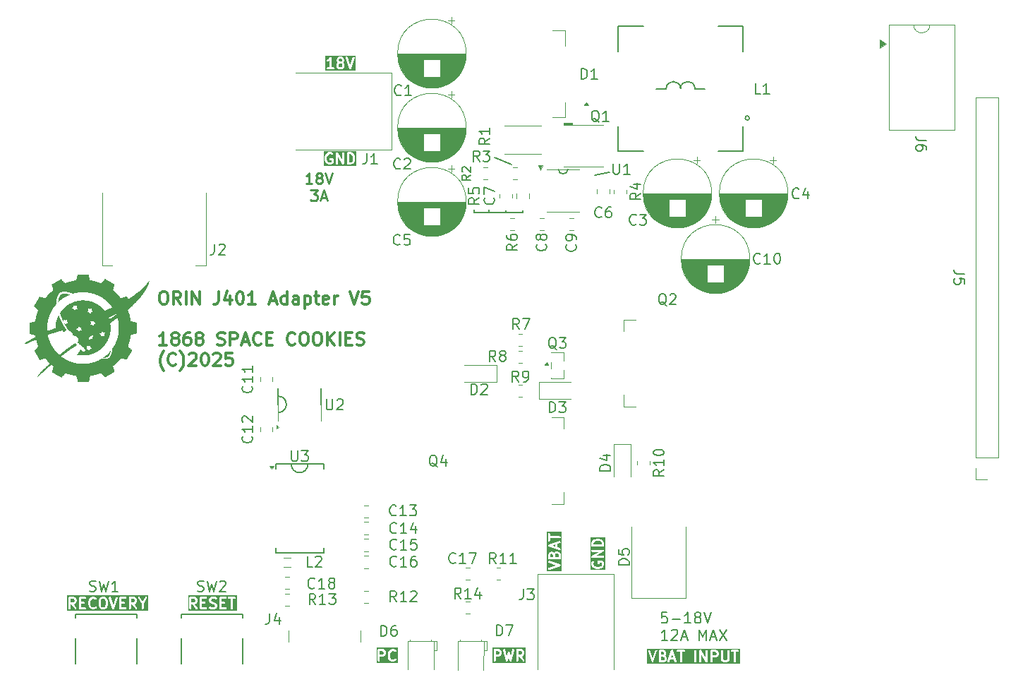
<source format=gto>
%TF.GenerationSoftware,KiCad,Pcbnew,9.0.5-9.0.5~ubuntu24.04.1*%
%TF.CreationDate,2025-10-24T21:29:00-07:00*%
%TF.ProjectId,NX-J401-Adapter,4e582d4a-3430-4312-9d41-646170746572,5*%
%TF.SameCoordinates,Original*%
%TF.FileFunction,Legend,Top*%
%TF.FilePolarity,Positive*%
%FSLAX46Y46*%
G04 Gerber Fmt 4.6, Leading zero omitted, Abs format (unit mm)*
G04 Created by KiCad (PCBNEW 9.0.5-9.0.5~ubuntu24.04.1) date 2025-10-24 21:29:00*
%MOMM*%
%LPD*%
G01*
G04 APERTURE LIST*
%ADD10C,0.150000*%
%ADD11C,0.254000*%
%ADD12C,0.304800*%
%ADD13C,0.203200*%
%ADD14C,0.152400*%
%ADD15C,0.120000*%
%ADD16C,0.100000*%
%ADD17C,0.127000*%
%ADD18C,0.000000*%
G04 APERTURE END LIST*
D10*
X286766000Y-103759000D02*
X286766000Y-104013000D01*
X307416200Y-89142635D02*
X308584600Y-89142635D01*
X286766000Y-104013000D02*
X280924000Y-104013000D01*
X305689000Y-89142635D02*
G75*
G02*
X307416200Y-89142635I863600J0D01*
G01*
X302793400Y-89142635D02*
X303961800Y-89142635D01*
X282702000Y-104013000D02*
X282702000Y-103632000D01*
X303961800Y-89142635D02*
G75*
G02*
X305689000Y-89142635I863600J0D01*
G01*
X280924000Y-104013000D02*
X280924000Y-103632000D01*
X284734000Y-103759000D02*
X284734000Y-104013000D01*
X283337000Y-97345500D02*
X285369000Y-98234500D01*
X297180000Y-99123500D02*
X295402000Y-99504500D01*
D11*
G36*
X303719215Y-157325608D02*
G01*
X303743921Y-157350314D01*
X303781771Y-157426014D01*
X303781771Y-157547483D01*
X303743920Y-157623184D01*
X303712587Y-157654516D01*
X303636886Y-157692368D01*
X303310056Y-157692368D01*
X303310056Y-157281130D01*
X303585780Y-157281130D01*
X303719215Y-157325608D01*
G37*
G36*
X303652110Y-156714218D02*
G01*
X303683443Y-156745551D01*
X303721295Y-156821253D01*
X303721295Y-156882243D01*
X303683443Y-156957945D01*
X303652110Y-156989278D01*
X303576409Y-157027130D01*
X303310056Y-157027130D01*
X303310056Y-156676368D01*
X303576410Y-156676368D01*
X303652110Y-156714218D01*
G37*
G36*
X304821139Y-157329511D02*
G01*
X304568784Y-157329511D01*
X304694961Y-156950977D01*
X304821139Y-157329511D01*
G37*
G36*
X309941635Y-156714219D02*
G01*
X309972968Y-156745552D01*
X310010818Y-156821252D01*
X310010818Y-156942721D01*
X309972967Y-157018422D01*
X309941634Y-157049754D01*
X309865933Y-157087606D01*
X309539103Y-157087606D01*
X309539103Y-156676368D01*
X309865933Y-156676368D01*
X309941635Y-156714219D01*
G37*
G36*
X312822536Y-158087479D02*
G01*
X301645943Y-158087479D01*
X301645943Y-156565253D01*
X301787054Y-156565253D01*
X301792574Y-156589529D01*
X302215907Y-157859528D01*
X302226057Y-157882261D01*
X302232002Y-157889115D01*
X302236061Y-157897234D01*
X302248091Y-157907668D01*
X302258524Y-157919697D01*
X302266640Y-157923755D01*
X302273496Y-157929701D01*
X302288604Y-157934737D01*
X302302846Y-157941858D01*
X302311895Y-157942500D01*
X302320505Y-157945371D01*
X302336394Y-157944241D01*
X302352275Y-157945370D01*
X302360881Y-157942501D01*
X302369933Y-157941858D01*
X302384175Y-157934737D01*
X302399284Y-157929701D01*
X302406139Y-157923754D01*
X302414256Y-157919697D01*
X302424689Y-157907667D01*
X302436719Y-157897234D01*
X302440776Y-157889117D01*
X302446723Y-157882262D01*
X302456873Y-157859529D01*
X302880207Y-156589529D01*
X302885727Y-156565253D01*
X302884598Y-156549368D01*
X303056056Y-156549368D01*
X303056056Y-157819368D01*
X303058496Y-157844144D01*
X303077459Y-157889925D01*
X303112499Y-157924965D01*
X303158280Y-157943928D01*
X303183056Y-157946368D01*
X303666866Y-157946368D01*
X303691642Y-157943928D01*
X303695858Y-157942181D01*
X303700411Y-157941858D01*
X303723662Y-157932960D01*
X303844614Y-157872484D01*
X303855278Y-157865770D01*
X303858376Y-157864488D01*
X303861862Y-157861626D01*
X303865683Y-157859222D01*
X303867880Y-157856688D01*
X303877621Y-157848695D01*
X303922832Y-157803483D01*
X304145625Y-157803483D01*
X304149138Y-157852912D01*
X304171299Y-157897234D01*
X304208734Y-157929701D01*
X304255743Y-157945371D01*
X304305172Y-157941858D01*
X304349494Y-157919697D01*
X304381961Y-157882262D01*
X304392111Y-157859529D01*
X304484117Y-157583511D01*
X304905806Y-157583511D01*
X304997812Y-157859529D01*
X305007962Y-157882262D01*
X305040429Y-157919697D01*
X305084752Y-157941858D01*
X305134180Y-157945371D01*
X305181189Y-157929701D01*
X305218624Y-157897234D01*
X305240785Y-157852912D01*
X305244298Y-157803483D01*
X305238778Y-157779207D01*
X304820572Y-156524592D01*
X305235639Y-156524592D01*
X305235639Y-156574144D01*
X305254602Y-156619925D01*
X305289642Y-156654965D01*
X305335423Y-156673928D01*
X305360199Y-156676368D01*
X305596056Y-156676368D01*
X305596056Y-157819368D01*
X305598496Y-157844144D01*
X305617459Y-157889925D01*
X305652499Y-157924965D01*
X305698280Y-157943928D01*
X305747832Y-157943928D01*
X305793613Y-157924965D01*
X305828653Y-157889925D01*
X305847616Y-157844144D01*
X305850056Y-157819368D01*
X305850056Y-156676368D01*
X306085913Y-156676368D01*
X306110689Y-156673928D01*
X306156470Y-156654965D01*
X306191510Y-156619925D01*
X306210473Y-156574144D01*
X306210473Y-156549368D01*
X307349865Y-156549368D01*
X307349865Y-157819368D01*
X307352305Y-157844144D01*
X307371268Y-157889925D01*
X307406308Y-157924965D01*
X307452089Y-157943928D01*
X307501641Y-157943928D01*
X307547422Y-157924965D01*
X307582462Y-157889925D01*
X307601425Y-157844144D01*
X307603865Y-157819368D01*
X307603865Y-156549368D01*
X307954627Y-156549368D01*
X307954627Y-157819368D01*
X307957067Y-157844144D01*
X307976030Y-157889925D01*
X308011070Y-157924965D01*
X308056851Y-157943928D01*
X308106403Y-157943928D01*
X308152184Y-157924965D01*
X308187224Y-157889925D01*
X308206187Y-157844144D01*
X308208627Y-157819368D01*
X308208627Y-157027594D01*
X308697075Y-157882377D01*
X308700781Y-157887597D01*
X308701745Y-157889925D01*
X308704116Y-157892296D01*
X308711486Y-157902678D01*
X308724839Y-157913019D01*
X308736785Y-157924965D01*
X308744264Y-157928063D01*
X308750664Y-157933019D01*
X308766957Y-157937462D01*
X308782566Y-157943928D01*
X308790662Y-157943928D01*
X308798472Y-157946058D01*
X308815225Y-157943928D01*
X308832118Y-157943928D01*
X308839600Y-157940828D01*
X308847629Y-157939808D01*
X308862291Y-157931429D01*
X308877899Y-157924965D01*
X308883623Y-157919240D01*
X308890653Y-157915224D01*
X308900996Y-157901867D01*
X308912939Y-157889925D01*
X308916037Y-157882445D01*
X308920993Y-157876046D01*
X308925436Y-157859752D01*
X308931902Y-157844144D01*
X308933149Y-157831472D01*
X308934032Y-157828238D01*
X308933714Y-157825740D01*
X308934342Y-157819368D01*
X308934342Y-156549368D01*
X309285103Y-156549368D01*
X309285103Y-157819368D01*
X309287543Y-157844144D01*
X309306506Y-157889925D01*
X309341546Y-157924965D01*
X309387327Y-157943928D01*
X309436879Y-157943928D01*
X309482660Y-157924965D01*
X309517700Y-157889925D01*
X309536663Y-157844144D01*
X309539103Y-157819368D01*
X309539103Y-157341606D01*
X309895913Y-157341606D01*
X309920689Y-157339166D01*
X309924905Y-157337419D01*
X309929458Y-157337096D01*
X309952709Y-157328198D01*
X310073661Y-157267722D01*
X310084325Y-157261008D01*
X310087423Y-157259726D01*
X310090909Y-157256864D01*
X310094730Y-157254460D01*
X310096927Y-157251926D01*
X310106668Y-157243933D01*
X310167144Y-157183456D01*
X310175136Y-157173716D01*
X310177672Y-157171518D01*
X310180077Y-157167696D01*
X310182938Y-157164211D01*
X310184220Y-157161114D01*
X310190934Y-157150449D01*
X310251410Y-157029498D01*
X310260308Y-157006246D01*
X310260631Y-157001693D01*
X310262378Y-156997477D01*
X310264818Y-156972701D01*
X310264818Y-156791272D01*
X310262378Y-156766496D01*
X310260631Y-156762279D01*
X310260308Y-156757727D01*
X310251410Y-156734475D01*
X310190934Y-156613524D01*
X310184222Y-156602861D01*
X310182938Y-156599761D01*
X310180075Y-156596272D01*
X310177672Y-156592455D01*
X310175138Y-156590257D01*
X310167144Y-156580517D01*
X310135994Y-156549368D01*
X310555103Y-156549368D01*
X310555103Y-157577463D01*
X310557543Y-157602239D01*
X310559289Y-157606455D01*
X310559613Y-157611008D01*
X310568511Y-157634260D01*
X310628988Y-157755212D01*
X310635699Y-157765874D01*
X310636983Y-157768972D01*
X310639846Y-157772460D01*
X310642251Y-157776281D01*
X310644784Y-157778478D01*
X310652777Y-157788217D01*
X310713253Y-157848694D01*
X310722993Y-157856688D01*
X310725191Y-157859222D01*
X310729008Y-157861625D01*
X310732497Y-157864488D01*
X310735597Y-157865772D01*
X310746260Y-157872484D01*
X310867211Y-157932960D01*
X310890463Y-157941858D01*
X310895015Y-157942181D01*
X310899232Y-157943928D01*
X310924008Y-157946368D01*
X311165913Y-157946368D01*
X311190689Y-157943928D01*
X311194905Y-157942181D01*
X311199458Y-157941858D01*
X311222709Y-157932960D01*
X311343661Y-157872484D01*
X311354325Y-157865770D01*
X311357423Y-157864488D01*
X311360909Y-157861626D01*
X311364730Y-157859222D01*
X311366927Y-157856688D01*
X311376668Y-157848695D01*
X311437144Y-157788218D01*
X311445136Y-157778478D01*
X311447672Y-157776280D01*
X311450077Y-157772458D01*
X311452938Y-157768973D01*
X311454220Y-157765876D01*
X311460934Y-157755211D01*
X311521410Y-157634260D01*
X311530308Y-157611008D01*
X311530631Y-157606455D01*
X311532378Y-157602239D01*
X311534818Y-157577463D01*
X311534818Y-156549368D01*
X311532378Y-156524592D01*
X311706591Y-156524592D01*
X311706591Y-156574144D01*
X311725554Y-156619925D01*
X311760594Y-156654965D01*
X311806375Y-156673928D01*
X311831151Y-156676368D01*
X312067008Y-156676368D01*
X312067008Y-157819368D01*
X312069448Y-157844144D01*
X312088411Y-157889925D01*
X312123451Y-157924965D01*
X312169232Y-157943928D01*
X312218784Y-157943928D01*
X312264565Y-157924965D01*
X312299605Y-157889925D01*
X312318568Y-157844144D01*
X312321008Y-157819368D01*
X312321008Y-156676368D01*
X312556865Y-156676368D01*
X312581641Y-156673928D01*
X312627422Y-156654965D01*
X312662462Y-156619925D01*
X312681425Y-156574144D01*
X312681425Y-156524592D01*
X312662462Y-156478811D01*
X312627422Y-156443771D01*
X312581641Y-156424808D01*
X312556865Y-156422368D01*
X311831151Y-156422368D01*
X311806375Y-156424808D01*
X311760594Y-156443771D01*
X311725554Y-156478811D01*
X311706591Y-156524592D01*
X311532378Y-156524592D01*
X311513415Y-156478811D01*
X311478375Y-156443771D01*
X311432594Y-156424808D01*
X311383042Y-156424808D01*
X311337261Y-156443771D01*
X311302221Y-156478811D01*
X311283258Y-156524592D01*
X311280818Y-156549368D01*
X311280818Y-157547483D01*
X311242967Y-157623184D01*
X311211634Y-157654516D01*
X311135933Y-157692368D01*
X310953988Y-157692368D01*
X310878288Y-157654518D01*
X310846955Y-157623185D01*
X310809103Y-157547481D01*
X310809103Y-156549368D01*
X310806663Y-156524592D01*
X310787700Y-156478811D01*
X310752660Y-156443771D01*
X310706879Y-156424808D01*
X310657327Y-156424808D01*
X310611546Y-156443771D01*
X310576506Y-156478811D01*
X310557543Y-156524592D01*
X310555103Y-156549368D01*
X310135994Y-156549368D01*
X310106667Y-156520041D01*
X310096928Y-156512048D01*
X310094730Y-156509514D01*
X310090909Y-156507109D01*
X310087422Y-156504247D01*
X310084323Y-156502963D01*
X310073661Y-156496252D01*
X309952709Y-156435776D01*
X309929458Y-156426878D01*
X309924905Y-156426554D01*
X309920689Y-156424808D01*
X309895913Y-156422368D01*
X309412103Y-156422368D01*
X309387327Y-156424808D01*
X309341546Y-156443771D01*
X309306506Y-156478811D01*
X309287543Y-156524592D01*
X309285103Y-156549368D01*
X308934342Y-156549368D01*
X308931902Y-156524592D01*
X308912939Y-156478811D01*
X308877899Y-156443771D01*
X308832118Y-156424808D01*
X308782566Y-156424808D01*
X308736785Y-156443771D01*
X308701745Y-156478811D01*
X308682782Y-156524592D01*
X308680342Y-156549368D01*
X308680342Y-157341141D01*
X308191894Y-156486358D01*
X308188186Y-156481135D01*
X308187224Y-156478811D01*
X308184854Y-156476441D01*
X308177483Y-156466057D01*
X308164126Y-156455713D01*
X308152184Y-156443771D01*
X308144704Y-156440672D01*
X308138305Y-156435717D01*
X308122011Y-156431273D01*
X308106403Y-156424808D01*
X308098307Y-156424808D01*
X308090497Y-156422678D01*
X308073741Y-156424808D01*
X308056851Y-156424808D01*
X308049372Y-156427905D01*
X308041339Y-156428927D01*
X308026670Y-156437308D01*
X308011070Y-156443771D01*
X308005346Y-156449494D01*
X307998316Y-156453512D01*
X307987972Y-156466868D01*
X307976030Y-156478811D01*
X307972931Y-156486290D01*
X307967976Y-156492690D01*
X307963532Y-156508983D01*
X307957067Y-156524592D01*
X307955819Y-156537263D01*
X307954937Y-156540498D01*
X307955254Y-156542995D01*
X307954627Y-156549368D01*
X307603865Y-156549368D01*
X307601425Y-156524592D01*
X307582462Y-156478811D01*
X307547422Y-156443771D01*
X307501641Y-156424808D01*
X307452089Y-156424808D01*
X307406308Y-156443771D01*
X307371268Y-156478811D01*
X307352305Y-156524592D01*
X307349865Y-156549368D01*
X306210473Y-156549368D01*
X306210473Y-156524592D01*
X306191510Y-156478811D01*
X306156470Y-156443771D01*
X306110689Y-156424808D01*
X306085913Y-156422368D01*
X305360199Y-156422368D01*
X305335423Y-156424808D01*
X305289642Y-156443771D01*
X305254602Y-156478811D01*
X305235639Y-156524592D01*
X304820572Y-156524592D01*
X304815444Y-156509207D01*
X304805294Y-156486474D01*
X304799347Y-156479618D01*
X304795290Y-156471502D01*
X304783260Y-156461068D01*
X304772827Y-156449039D01*
X304764710Y-156444981D01*
X304757855Y-156439035D01*
X304742746Y-156433998D01*
X304728504Y-156426878D01*
X304719452Y-156426234D01*
X304710846Y-156423366D01*
X304694965Y-156424494D01*
X304679076Y-156423365D01*
X304670466Y-156426235D01*
X304661417Y-156426878D01*
X304647175Y-156433998D01*
X304632067Y-156439035D01*
X304625211Y-156444980D01*
X304617095Y-156449039D01*
X304606662Y-156461067D01*
X304594632Y-156471502D01*
X304590573Y-156479620D01*
X304584628Y-156486475D01*
X304574478Y-156509208D01*
X304151145Y-157779207D01*
X304145625Y-157803483D01*
X303922832Y-157803483D01*
X303938097Y-157788218D01*
X303946089Y-157778478D01*
X303948625Y-157776280D01*
X303951030Y-157772458D01*
X303953891Y-157768973D01*
X303955173Y-157765876D01*
X303961887Y-157755211D01*
X304022363Y-157634260D01*
X304031261Y-157611008D01*
X304031584Y-157606455D01*
X304033331Y-157602239D01*
X304035771Y-157577463D01*
X304035771Y-157396034D01*
X304033331Y-157371258D01*
X304031584Y-157367041D01*
X304031261Y-157362489D01*
X304022363Y-157339237D01*
X303961887Y-157218286D01*
X303955175Y-157207623D01*
X303953891Y-157204523D01*
X303951028Y-157201034D01*
X303948625Y-157197217D01*
X303946091Y-157195019D01*
X303938097Y-157185279D01*
X303877620Y-157124803D01*
X303876619Y-157123981D01*
X303877621Y-157122980D01*
X303885615Y-157113238D01*
X303888147Y-157111043D01*
X303890549Y-157107226D01*
X303893415Y-157103735D01*
X303894699Y-157100634D01*
X303901410Y-157089974D01*
X303961887Y-156969022D01*
X303970785Y-156945770D01*
X303971108Y-156941217D01*
X303972855Y-156937001D01*
X303975295Y-156912225D01*
X303975295Y-156791272D01*
X303972855Y-156766496D01*
X303971108Y-156762279D01*
X303970785Y-156757727D01*
X303961887Y-156734475D01*
X303901410Y-156613523D01*
X303894699Y-156602862D01*
X303893415Y-156599762D01*
X303890549Y-156596270D01*
X303888147Y-156592454D01*
X303885615Y-156590258D01*
X303877621Y-156580517D01*
X303817145Y-156520041D01*
X303807404Y-156512047D01*
X303805207Y-156509514D01*
X303801386Y-156507109D01*
X303797900Y-156504248D01*
X303794802Y-156502965D01*
X303784138Y-156496252D01*
X303663186Y-156435776D01*
X303639935Y-156426878D01*
X303635382Y-156426554D01*
X303631166Y-156424808D01*
X303606390Y-156422368D01*
X303183056Y-156422368D01*
X303158280Y-156424808D01*
X303112499Y-156443771D01*
X303077459Y-156478811D01*
X303058496Y-156524592D01*
X303056056Y-156549368D01*
X302884598Y-156549368D01*
X302882214Y-156515824D01*
X302860053Y-156471502D01*
X302822618Y-156439035D01*
X302775609Y-156423365D01*
X302726181Y-156426878D01*
X302681858Y-156449039D01*
X302649391Y-156486474D01*
X302639241Y-156509207D01*
X302336390Y-157417758D01*
X302033540Y-156509207D01*
X302023390Y-156486474D01*
X301990923Y-156449039D01*
X301946601Y-156426878D01*
X301897172Y-156423365D01*
X301850163Y-156439035D01*
X301812728Y-156471502D01*
X301790567Y-156515824D01*
X301787054Y-156565253D01*
X301645943Y-156565253D01*
X301645943Y-156281257D01*
X312822536Y-156281257D01*
X312822536Y-158087479D01*
G37*
G36*
X296029658Y-143399825D02*
G01*
X296119709Y-143444851D01*
X296204889Y-143530030D01*
X296249368Y-143663466D01*
X296249368Y-143818238D01*
X295233368Y-143818238D01*
X295233368Y-143663466D01*
X295277846Y-143530031D01*
X295363027Y-143444850D01*
X295453077Y-143399825D01*
X295666287Y-143346523D01*
X295816448Y-143346523D01*
X296029658Y-143399825D01*
G37*
G36*
X296644479Y-146874301D02*
G01*
X294838257Y-146874301D01*
X294838257Y-146001428D01*
X294979368Y-146001428D01*
X294979368Y-146182856D01*
X294980602Y-146195394D01*
X294980365Y-146198741D01*
X294981365Y-146203142D01*
X294981808Y-146207632D01*
X294983090Y-146210729D01*
X294985885Y-146223017D01*
X295046361Y-146404446D01*
X295056511Y-146427179D01*
X295059501Y-146430627D01*
X295061248Y-146434843D01*
X295077041Y-146454088D01*
X295197993Y-146575040D01*
X295207734Y-146583034D01*
X295209930Y-146585566D01*
X295213746Y-146587968D01*
X295217238Y-146590834D01*
X295220338Y-146592118D01*
X295230999Y-146598829D01*
X295351953Y-146659306D01*
X295353765Y-146659999D01*
X295354503Y-146660546D01*
X295364895Y-146664258D01*
X295375204Y-146668204D01*
X295376119Y-146668269D01*
X295377947Y-146668922D01*
X295619851Y-146729398D01*
X295624146Y-146730033D01*
X295625877Y-146730750D01*
X295635206Y-146731668D01*
X295644479Y-146733040D01*
X295646331Y-146732764D01*
X295650653Y-146733190D01*
X295832082Y-146733190D01*
X295836403Y-146732764D01*
X295838256Y-146733040D01*
X295847528Y-146731668D01*
X295856858Y-146730750D01*
X295858588Y-146730033D01*
X295862884Y-146729398D01*
X296104789Y-146668922D01*
X296106616Y-146668269D01*
X296107532Y-146668204D01*
X296117847Y-146664256D01*
X296128233Y-146660546D01*
X296128969Y-146660000D01*
X296130784Y-146659306D01*
X296251736Y-146598829D01*
X296262396Y-146592118D01*
X296265497Y-146590834D01*
X296268988Y-146587968D01*
X296272805Y-146585566D01*
X296275001Y-146583033D01*
X296284741Y-146575040D01*
X296405694Y-146454088D01*
X296421488Y-146434843D01*
X296423234Y-146430627D01*
X296426225Y-146427179D01*
X296436375Y-146404446D01*
X296496851Y-146223017D01*
X296499644Y-146210730D01*
X296500928Y-146207632D01*
X296501370Y-146203141D01*
X296502371Y-146198740D01*
X296502133Y-146195394D01*
X296503368Y-146182856D01*
X296503368Y-146061904D01*
X296502133Y-146049365D01*
X296502371Y-146046020D01*
X296501370Y-146041618D01*
X296500928Y-146037128D01*
X296499644Y-146034029D01*
X296496851Y-146021743D01*
X296436375Y-145840314D01*
X296426225Y-145817581D01*
X296423235Y-145814133D01*
X296421488Y-145809916D01*
X296405694Y-145790672D01*
X296345217Y-145730196D01*
X296325972Y-145714402D01*
X296280191Y-145695439D01*
X296255415Y-145692999D01*
X295832082Y-145692999D01*
X295807306Y-145695439D01*
X295761525Y-145714402D01*
X295726485Y-145749442D01*
X295707522Y-145795223D01*
X295705082Y-145819999D01*
X295705082Y-146061904D01*
X295707522Y-146086680D01*
X295726485Y-146132461D01*
X295761525Y-146167501D01*
X295807306Y-146186464D01*
X295856858Y-146186464D01*
X295902639Y-146167501D01*
X295937679Y-146132461D01*
X295956642Y-146086680D01*
X295959082Y-146061904D01*
X295959082Y-145946999D01*
X296202810Y-145946999D01*
X296204889Y-145949078D01*
X296249368Y-146082513D01*
X296249368Y-146162246D01*
X296204889Y-146295682D01*
X296119709Y-146380861D01*
X296029658Y-146425887D01*
X295816448Y-146479190D01*
X295666287Y-146479190D01*
X295453077Y-146425887D01*
X295363027Y-146380862D01*
X295277846Y-146295681D01*
X295233368Y-146162246D01*
X295233368Y-146031407D01*
X295280436Y-145937271D01*
X295289334Y-145914019D01*
X295292847Y-145864591D01*
X295277176Y-145817580D01*
X295244709Y-145780145D01*
X295200388Y-145757985D01*
X295150960Y-145754472D01*
X295103949Y-145770143D01*
X295066514Y-145802610D01*
X295053251Y-145823680D01*
X294992776Y-145944632D01*
X294983878Y-145967884D01*
X294983554Y-145972435D01*
X294981808Y-145976652D01*
X294979368Y-146001428D01*
X294838257Y-146001428D01*
X294838257Y-145266844D01*
X294979678Y-145266844D01*
X294981808Y-145283599D01*
X294981808Y-145300490D01*
X294984905Y-145307968D01*
X294985927Y-145316002D01*
X294994308Y-145330670D01*
X295000771Y-145346271D01*
X295006494Y-145351994D01*
X295010512Y-145359025D01*
X295023868Y-145369368D01*
X295035811Y-145381311D01*
X295043290Y-145384409D01*
X295049690Y-145389365D01*
X295065983Y-145393808D01*
X295081592Y-145400274D01*
X295094263Y-145401521D01*
X295097498Y-145402404D01*
X295099995Y-145402086D01*
X295106368Y-145402714D01*
X296376368Y-145402714D01*
X296401144Y-145400274D01*
X296446925Y-145381311D01*
X296481965Y-145346271D01*
X296500928Y-145300490D01*
X296500928Y-145250938D01*
X296481965Y-145205157D01*
X296446925Y-145170117D01*
X296401144Y-145151154D01*
X296376368Y-145148714D01*
X295584595Y-145148714D01*
X296439377Y-144660266D01*
X296444597Y-144656559D01*
X296446925Y-144655596D01*
X296449296Y-144653224D01*
X296459678Y-144645855D01*
X296470019Y-144632501D01*
X296481965Y-144620556D01*
X296485063Y-144613076D01*
X296490019Y-144606677D01*
X296494462Y-144590383D01*
X296500928Y-144574775D01*
X296500928Y-144566678D01*
X296503058Y-144558869D01*
X296500928Y-144542116D01*
X296500928Y-144525223D01*
X296497828Y-144517740D01*
X296496808Y-144509712D01*
X296488429Y-144495049D01*
X296481965Y-144479442D01*
X296476240Y-144473717D01*
X296472224Y-144466688D01*
X296458867Y-144456344D01*
X296446925Y-144444402D01*
X296439445Y-144441303D01*
X296433046Y-144436348D01*
X296416752Y-144431904D01*
X296401144Y-144425439D01*
X296388472Y-144424191D01*
X296385238Y-144423309D01*
X296382740Y-144423626D01*
X296376368Y-144422999D01*
X295106368Y-144422999D01*
X295081592Y-144425439D01*
X295035811Y-144444402D01*
X295000771Y-144479442D01*
X294981808Y-144525223D01*
X294981808Y-144574775D01*
X295000771Y-144620556D01*
X295035811Y-144655596D01*
X295081592Y-144674559D01*
X295106368Y-144676999D01*
X295898141Y-144676999D01*
X295043358Y-145165447D01*
X295038135Y-145169154D01*
X295035811Y-145170117D01*
X295033441Y-145172486D01*
X295023057Y-145179858D01*
X295012713Y-145193214D01*
X295000771Y-145205157D01*
X294997672Y-145212636D01*
X294992717Y-145219036D01*
X294988273Y-145235329D01*
X294981808Y-145250938D01*
X294981808Y-145259034D01*
X294979678Y-145266844D01*
X294838257Y-145266844D01*
X294838257Y-143642857D01*
X294979368Y-143642857D01*
X294979368Y-143945238D01*
X294981808Y-143970014D01*
X295000771Y-144015795D01*
X295035811Y-144050835D01*
X295081592Y-144069798D01*
X295106368Y-144072238D01*
X296376368Y-144072238D01*
X296401144Y-144069798D01*
X296446925Y-144050835D01*
X296481965Y-144015795D01*
X296500928Y-143970014D01*
X296503368Y-143945238D01*
X296503368Y-143642857D01*
X296502133Y-143630318D01*
X296502371Y-143626973D01*
X296501370Y-143622571D01*
X296500928Y-143618081D01*
X296499644Y-143614982D01*
X296496851Y-143602696D01*
X296436375Y-143421267D01*
X296426225Y-143398534D01*
X296423234Y-143395085D01*
X296421488Y-143390870D01*
X296405694Y-143371625D01*
X296284741Y-143250673D01*
X296275001Y-143242679D01*
X296272805Y-143240147D01*
X296268988Y-143237744D01*
X296265497Y-143234879D01*
X296262396Y-143233594D01*
X296251736Y-143226884D01*
X296130784Y-143166407D01*
X296128969Y-143165712D01*
X296128233Y-143165167D01*
X296117847Y-143161456D01*
X296107532Y-143157509D01*
X296106616Y-143157443D01*
X296104789Y-143156791D01*
X295862884Y-143096315D01*
X295858588Y-143095679D01*
X295856858Y-143094963D01*
X295847528Y-143094044D01*
X295838256Y-143092673D01*
X295836403Y-143092948D01*
X295832082Y-143092523D01*
X295650653Y-143092523D01*
X295646331Y-143092948D01*
X295644479Y-143092673D01*
X295635206Y-143094044D01*
X295625877Y-143094963D01*
X295624146Y-143095679D01*
X295619851Y-143096315D01*
X295377947Y-143156791D01*
X295376119Y-143157443D01*
X295375204Y-143157509D01*
X295364895Y-143161454D01*
X295354503Y-143165167D01*
X295353765Y-143165713D01*
X295351953Y-143166407D01*
X295230999Y-143226884D01*
X295220338Y-143233594D01*
X295217238Y-143234879D01*
X295213746Y-143237744D01*
X295209930Y-143240147D01*
X295207734Y-143242678D01*
X295197993Y-143250673D01*
X295077041Y-143371625D01*
X295061248Y-143390870D01*
X295059501Y-143395085D01*
X295056511Y-143398534D01*
X295046361Y-143421267D01*
X294985885Y-143602696D01*
X294983090Y-143614983D01*
X294981808Y-143618081D01*
X294981365Y-143622570D01*
X294980365Y-143626972D01*
X294980602Y-143630318D01*
X294979368Y-143642857D01*
X294838257Y-143642857D01*
X294838257Y-142951412D01*
X296644479Y-142951412D01*
X296644479Y-146874301D01*
G37*
X261468810Y-100529739D02*
X260743095Y-100529739D01*
X261105952Y-100529739D02*
X261105952Y-99259739D01*
X261105952Y-99259739D02*
X260985000Y-99441167D01*
X260985000Y-99441167D02*
X260864048Y-99562120D01*
X260864048Y-99562120D02*
X260743095Y-99622596D01*
X262194524Y-99804024D02*
X262073572Y-99743548D01*
X262073572Y-99743548D02*
X262013095Y-99683072D01*
X262013095Y-99683072D02*
X261952619Y-99562120D01*
X261952619Y-99562120D02*
X261952619Y-99501643D01*
X261952619Y-99501643D02*
X262013095Y-99380691D01*
X262013095Y-99380691D02*
X262073572Y-99320215D01*
X262073572Y-99320215D02*
X262194524Y-99259739D01*
X262194524Y-99259739D02*
X262436429Y-99259739D01*
X262436429Y-99259739D02*
X262557381Y-99320215D01*
X262557381Y-99320215D02*
X262617857Y-99380691D01*
X262617857Y-99380691D02*
X262678334Y-99501643D01*
X262678334Y-99501643D02*
X262678334Y-99562120D01*
X262678334Y-99562120D02*
X262617857Y-99683072D01*
X262617857Y-99683072D02*
X262557381Y-99743548D01*
X262557381Y-99743548D02*
X262436429Y-99804024D01*
X262436429Y-99804024D02*
X262194524Y-99804024D01*
X262194524Y-99804024D02*
X262073572Y-99864501D01*
X262073572Y-99864501D02*
X262013095Y-99924977D01*
X262013095Y-99924977D02*
X261952619Y-100045929D01*
X261952619Y-100045929D02*
X261952619Y-100287834D01*
X261952619Y-100287834D02*
X262013095Y-100408786D01*
X262013095Y-100408786D02*
X262073572Y-100469263D01*
X262073572Y-100469263D02*
X262194524Y-100529739D01*
X262194524Y-100529739D02*
X262436429Y-100529739D01*
X262436429Y-100529739D02*
X262557381Y-100469263D01*
X262557381Y-100469263D02*
X262617857Y-100408786D01*
X262617857Y-100408786D02*
X262678334Y-100287834D01*
X262678334Y-100287834D02*
X262678334Y-100045929D01*
X262678334Y-100045929D02*
X262617857Y-99924977D01*
X262617857Y-99924977D02*
X262557381Y-99864501D01*
X262557381Y-99864501D02*
X262436429Y-99804024D01*
X263041191Y-99259739D02*
X263464524Y-100529739D01*
X263464524Y-100529739D02*
X263887858Y-99259739D01*
X261287381Y-101304368D02*
X262073572Y-101304368D01*
X262073572Y-101304368D02*
X261650238Y-101788177D01*
X261650238Y-101788177D02*
X261831667Y-101788177D01*
X261831667Y-101788177D02*
X261952619Y-101848653D01*
X261952619Y-101848653D02*
X262013095Y-101909130D01*
X262013095Y-101909130D02*
X262073572Y-102030082D01*
X262073572Y-102030082D02*
X262073572Y-102332463D01*
X262073572Y-102332463D02*
X262013095Y-102453415D01*
X262013095Y-102453415D02*
X261952619Y-102513892D01*
X261952619Y-102513892D02*
X261831667Y-102574368D01*
X261831667Y-102574368D02*
X261468810Y-102574368D01*
X261468810Y-102574368D02*
X261347857Y-102513892D01*
X261347857Y-102513892D02*
X261287381Y-102453415D01*
X262557381Y-102211511D02*
X263162143Y-102211511D01*
X262436429Y-102574368D02*
X262859762Y-101304368D01*
X262859762Y-101304368D02*
X263283096Y-102574368D01*
D12*
X243525268Y-113462763D02*
X243815554Y-113462763D01*
X243815554Y-113462763D02*
X243960697Y-113535334D01*
X243960697Y-113535334D02*
X244105840Y-113680477D01*
X244105840Y-113680477D02*
X244178411Y-113970763D01*
X244178411Y-113970763D02*
X244178411Y-114478763D01*
X244178411Y-114478763D02*
X244105840Y-114769049D01*
X244105840Y-114769049D02*
X243960697Y-114914192D01*
X243960697Y-114914192D02*
X243815554Y-114986763D01*
X243815554Y-114986763D02*
X243525268Y-114986763D01*
X243525268Y-114986763D02*
X243380126Y-114914192D01*
X243380126Y-114914192D02*
X243234983Y-114769049D01*
X243234983Y-114769049D02*
X243162411Y-114478763D01*
X243162411Y-114478763D02*
X243162411Y-113970763D01*
X243162411Y-113970763D02*
X243234983Y-113680477D01*
X243234983Y-113680477D02*
X243380126Y-113535334D01*
X243380126Y-113535334D02*
X243525268Y-113462763D01*
X245702411Y-114986763D02*
X245194411Y-114261049D01*
X244831554Y-114986763D02*
X244831554Y-113462763D01*
X244831554Y-113462763D02*
X245412125Y-113462763D01*
X245412125Y-113462763D02*
X245557268Y-113535334D01*
X245557268Y-113535334D02*
X245629839Y-113607906D01*
X245629839Y-113607906D02*
X245702411Y-113753049D01*
X245702411Y-113753049D02*
X245702411Y-113970763D01*
X245702411Y-113970763D02*
X245629839Y-114115906D01*
X245629839Y-114115906D02*
X245557268Y-114188477D01*
X245557268Y-114188477D02*
X245412125Y-114261049D01*
X245412125Y-114261049D02*
X244831554Y-114261049D01*
X246355554Y-114986763D02*
X246355554Y-113462763D01*
X247081268Y-114986763D02*
X247081268Y-113462763D01*
X247081268Y-113462763D02*
X247952125Y-114986763D01*
X247952125Y-114986763D02*
X247952125Y-113462763D01*
X250274410Y-113462763D02*
X250274410Y-114551334D01*
X250274410Y-114551334D02*
X250201839Y-114769049D01*
X250201839Y-114769049D02*
X250056696Y-114914192D01*
X250056696Y-114914192D02*
X249838982Y-114986763D01*
X249838982Y-114986763D02*
X249693839Y-114986763D01*
X251653268Y-113970763D02*
X251653268Y-114986763D01*
X251290410Y-113390192D02*
X250927553Y-114478763D01*
X250927553Y-114478763D02*
X251870982Y-114478763D01*
X252741839Y-113462763D02*
X252886982Y-113462763D01*
X252886982Y-113462763D02*
X253032125Y-113535334D01*
X253032125Y-113535334D02*
X253104697Y-113607906D01*
X253104697Y-113607906D02*
X253177268Y-113753049D01*
X253177268Y-113753049D02*
X253249839Y-114043334D01*
X253249839Y-114043334D02*
X253249839Y-114406192D01*
X253249839Y-114406192D02*
X253177268Y-114696477D01*
X253177268Y-114696477D02*
X253104697Y-114841620D01*
X253104697Y-114841620D02*
X253032125Y-114914192D01*
X253032125Y-114914192D02*
X252886982Y-114986763D01*
X252886982Y-114986763D02*
X252741839Y-114986763D01*
X252741839Y-114986763D02*
X252596697Y-114914192D01*
X252596697Y-114914192D02*
X252524125Y-114841620D01*
X252524125Y-114841620D02*
X252451554Y-114696477D01*
X252451554Y-114696477D02*
X252378982Y-114406192D01*
X252378982Y-114406192D02*
X252378982Y-114043334D01*
X252378982Y-114043334D02*
X252451554Y-113753049D01*
X252451554Y-113753049D02*
X252524125Y-113607906D01*
X252524125Y-113607906D02*
X252596697Y-113535334D01*
X252596697Y-113535334D02*
X252741839Y-113462763D01*
X254701268Y-114986763D02*
X253830411Y-114986763D01*
X254265840Y-114986763D02*
X254265840Y-113462763D01*
X254265840Y-113462763D02*
X254120697Y-113680477D01*
X254120697Y-113680477D02*
X253975554Y-113825620D01*
X253975554Y-113825620D02*
X253830411Y-113898192D01*
X256442983Y-114551334D02*
X257168698Y-114551334D01*
X256297840Y-114986763D02*
X256805840Y-113462763D01*
X256805840Y-113462763D02*
X257313840Y-114986763D01*
X258474984Y-114986763D02*
X258474984Y-113462763D01*
X258474984Y-114914192D02*
X258329841Y-114986763D01*
X258329841Y-114986763D02*
X258039555Y-114986763D01*
X258039555Y-114986763D02*
X257894412Y-114914192D01*
X257894412Y-114914192D02*
X257821841Y-114841620D01*
X257821841Y-114841620D02*
X257749269Y-114696477D01*
X257749269Y-114696477D02*
X257749269Y-114261049D01*
X257749269Y-114261049D02*
X257821841Y-114115906D01*
X257821841Y-114115906D02*
X257894412Y-114043334D01*
X257894412Y-114043334D02*
X258039555Y-113970763D01*
X258039555Y-113970763D02*
X258329841Y-113970763D01*
X258329841Y-113970763D02*
X258474984Y-114043334D01*
X259853841Y-114986763D02*
X259853841Y-114188477D01*
X259853841Y-114188477D02*
X259781269Y-114043334D01*
X259781269Y-114043334D02*
X259636126Y-113970763D01*
X259636126Y-113970763D02*
X259345841Y-113970763D01*
X259345841Y-113970763D02*
X259200698Y-114043334D01*
X259853841Y-114914192D02*
X259708698Y-114986763D01*
X259708698Y-114986763D02*
X259345841Y-114986763D01*
X259345841Y-114986763D02*
X259200698Y-114914192D01*
X259200698Y-114914192D02*
X259128126Y-114769049D01*
X259128126Y-114769049D02*
X259128126Y-114623906D01*
X259128126Y-114623906D02*
X259200698Y-114478763D01*
X259200698Y-114478763D02*
X259345841Y-114406192D01*
X259345841Y-114406192D02*
X259708698Y-114406192D01*
X259708698Y-114406192D02*
X259853841Y-114333620D01*
X260579555Y-113970763D02*
X260579555Y-115494763D01*
X260579555Y-114043334D02*
X260724698Y-113970763D01*
X260724698Y-113970763D02*
X261014983Y-113970763D01*
X261014983Y-113970763D02*
X261160126Y-114043334D01*
X261160126Y-114043334D02*
X261232698Y-114115906D01*
X261232698Y-114115906D02*
X261305269Y-114261049D01*
X261305269Y-114261049D02*
X261305269Y-114696477D01*
X261305269Y-114696477D02*
X261232698Y-114841620D01*
X261232698Y-114841620D02*
X261160126Y-114914192D01*
X261160126Y-114914192D02*
X261014983Y-114986763D01*
X261014983Y-114986763D02*
X260724698Y-114986763D01*
X260724698Y-114986763D02*
X260579555Y-114914192D01*
X261740697Y-113970763D02*
X262321269Y-113970763D01*
X261958412Y-113462763D02*
X261958412Y-114769049D01*
X261958412Y-114769049D02*
X262030983Y-114914192D01*
X262030983Y-114914192D02*
X262176126Y-114986763D01*
X262176126Y-114986763D02*
X262321269Y-114986763D01*
X263409840Y-114914192D02*
X263264697Y-114986763D01*
X263264697Y-114986763D02*
X262974412Y-114986763D01*
X262974412Y-114986763D02*
X262829269Y-114914192D01*
X262829269Y-114914192D02*
X262756697Y-114769049D01*
X262756697Y-114769049D02*
X262756697Y-114188477D01*
X262756697Y-114188477D02*
X262829269Y-114043334D01*
X262829269Y-114043334D02*
X262974412Y-113970763D01*
X262974412Y-113970763D02*
X263264697Y-113970763D01*
X263264697Y-113970763D02*
X263409840Y-114043334D01*
X263409840Y-114043334D02*
X263482412Y-114188477D01*
X263482412Y-114188477D02*
X263482412Y-114333620D01*
X263482412Y-114333620D02*
X262756697Y-114478763D01*
X264135555Y-114986763D02*
X264135555Y-113970763D01*
X264135555Y-114261049D02*
X264208126Y-114115906D01*
X264208126Y-114115906D02*
X264280698Y-114043334D01*
X264280698Y-114043334D02*
X264425840Y-113970763D01*
X264425840Y-113970763D02*
X264570983Y-113970763D01*
X266022412Y-113462763D02*
X266530412Y-114986763D01*
X266530412Y-114986763D02*
X267038412Y-113462763D01*
X268272127Y-113462763D02*
X267546413Y-113462763D01*
X267546413Y-113462763D02*
X267473841Y-114188477D01*
X267473841Y-114188477D02*
X267546413Y-114115906D01*
X267546413Y-114115906D02*
X267691556Y-114043334D01*
X267691556Y-114043334D02*
X268054413Y-114043334D01*
X268054413Y-114043334D02*
X268199556Y-114115906D01*
X268199556Y-114115906D02*
X268272127Y-114188477D01*
X268272127Y-114188477D02*
X268344698Y-114333620D01*
X268344698Y-114333620D02*
X268344698Y-114696477D01*
X268344698Y-114696477D02*
X268272127Y-114841620D01*
X268272127Y-114841620D02*
X268199556Y-114914192D01*
X268199556Y-114914192D02*
X268054413Y-114986763D01*
X268054413Y-114986763D02*
X267691556Y-114986763D01*
X267691556Y-114986763D02*
X267546413Y-114914192D01*
X267546413Y-114914192D02*
X267473841Y-114841620D01*
X244033268Y-119893873D02*
X243162411Y-119893873D01*
X243597840Y-119893873D02*
X243597840Y-118369873D01*
X243597840Y-118369873D02*
X243452697Y-118587587D01*
X243452697Y-118587587D02*
X243307554Y-118732730D01*
X243307554Y-118732730D02*
X243162411Y-118805302D01*
X244904126Y-119023016D02*
X244758983Y-118950444D01*
X244758983Y-118950444D02*
X244686412Y-118877873D01*
X244686412Y-118877873D02*
X244613840Y-118732730D01*
X244613840Y-118732730D02*
X244613840Y-118660159D01*
X244613840Y-118660159D02*
X244686412Y-118515016D01*
X244686412Y-118515016D02*
X244758983Y-118442444D01*
X244758983Y-118442444D02*
X244904126Y-118369873D01*
X244904126Y-118369873D02*
X245194412Y-118369873D01*
X245194412Y-118369873D02*
X245339555Y-118442444D01*
X245339555Y-118442444D02*
X245412126Y-118515016D01*
X245412126Y-118515016D02*
X245484697Y-118660159D01*
X245484697Y-118660159D02*
X245484697Y-118732730D01*
X245484697Y-118732730D02*
X245412126Y-118877873D01*
X245412126Y-118877873D02*
X245339555Y-118950444D01*
X245339555Y-118950444D02*
X245194412Y-119023016D01*
X245194412Y-119023016D02*
X244904126Y-119023016D01*
X244904126Y-119023016D02*
X244758983Y-119095587D01*
X244758983Y-119095587D02*
X244686412Y-119168159D01*
X244686412Y-119168159D02*
X244613840Y-119313302D01*
X244613840Y-119313302D02*
X244613840Y-119603587D01*
X244613840Y-119603587D02*
X244686412Y-119748730D01*
X244686412Y-119748730D02*
X244758983Y-119821302D01*
X244758983Y-119821302D02*
X244904126Y-119893873D01*
X244904126Y-119893873D02*
X245194412Y-119893873D01*
X245194412Y-119893873D02*
X245339555Y-119821302D01*
X245339555Y-119821302D02*
X245412126Y-119748730D01*
X245412126Y-119748730D02*
X245484697Y-119603587D01*
X245484697Y-119603587D02*
X245484697Y-119313302D01*
X245484697Y-119313302D02*
X245412126Y-119168159D01*
X245412126Y-119168159D02*
X245339555Y-119095587D01*
X245339555Y-119095587D02*
X245194412Y-119023016D01*
X246790984Y-118369873D02*
X246500698Y-118369873D01*
X246500698Y-118369873D02*
X246355555Y-118442444D01*
X246355555Y-118442444D02*
X246282984Y-118515016D01*
X246282984Y-118515016D02*
X246137841Y-118732730D01*
X246137841Y-118732730D02*
X246065269Y-119023016D01*
X246065269Y-119023016D02*
X246065269Y-119603587D01*
X246065269Y-119603587D02*
X246137841Y-119748730D01*
X246137841Y-119748730D02*
X246210412Y-119821302D01*
X246210412Y-119821302D02*
X246355555Y-119893873D01*
X246355555Y-119893873D02*
X246645841Y-119893873D01*
X246645841Y-119893873D02*
X246790984Y-119821302D01*
X246790984Y-119821302D02*
X246863555Y-119748730D01*
X246863555Y-119748730D02*
X246936126Y-119603587D01*
X246936126Y-119603587D02*
X246936126Y-119240730D01*
X246936126Y-119240730D02*
X246863555Y-119095587D01*
X246863555Y-119095587D02*
X246790984Y-119023016D01*
X246790984Y-119023016D02*
X246645841Y-118950444D01*
X246645841Y-118950444D02*
X246355555Y-118950444D01*
X246355555Y-118950444D02*
X246210412Y-119023016D01*
X246210412Y-119023016D02*
X246137841Y-119095587D01*
X246137841Y-119095587D02*
X246065269Y-119240730D01*
X247806984Y-119023016D02*
X247661841Y-118950444D01*
X247661841Y-118950444D02*
X247589270Y-118877873D01*
X247589270Y-118877873D02*
X247516698Y-118732730D01*
X247516698Y-118732730D02*
X247516698Y-118660159D01*
X247516698Y-118660159D02*
X247589270Y-118515016D01*
X247589270Y-118515016D02*
X247661841Y-118442444D01*
X247661841Y-118442444D02*
X247806984Y-118369873D01*
X247806984Y-118369873D02*
X248097270Y-118369873D01*
X248097270Y-118369873D02*
X248242413Y-118442444D01*
X248242413Y-118442444D02*
X248314984Y-118515016D01*
X248314984Y-118515016D02*
X248387555Y-118660159D01*
X248387555Y-118660159D02*
X248387555Y-118732730D01*
X248387555Y-118732730D02*
X248314984Y-118877873D01*
X248314984Y-118877873D02*
X248242413Y-118950444D01*
X248242413Y-118950444D02*
X248097270Y-119023016D01*
X248097270Y-119023016D02*
X247806984Y-119023016D01*
X247806984Y-119023016D02*
X247661841Y-119095587D01*
X247661841Y-119095587D02*
X247589270Y-119168159D01*
X247589270Y-119168159D02*
X247516698Y-119313302D01*
X247516698Y-119313302D02*
X247516698Y-119603587D01*
X247516698Y-119603587D02*
X247589270Y-119748730D01*
X247589270Y-119748730D02*
X247661841Y-119821302D01*
X247661841Y-119821302D02*
X247806984Y-119893873D01*
X247806984Y-119893873D02*
X248097270Y-119893873D01*
X248097270Y-119893873D02*
X248242413Y-119821302D01*
X248242413Y-119821302D02*
X248314984Y-119748730D01*
X248314984Y-119748730D02*
X248387555Y-119603587D01*
X248387555Y-119603587D02*
X248387555Y-119313302D01*
X248387555Y-119313302D02*
X248314984Y-119168159D01*
X248314984Y-119168159D02*
X248242413Y-119095587D01*
X248242413Y-119095587D02*
X248097270Y-119023016D01*
X250129270Y-119821302D02*
X250346985Y-119893873D01*
X250346985Y-119893873D02*
X250709842Y-119893873D01*
X250709842Y-119893873D02*
X250854985Y-119821302D01*
X250854985Y-119821302D02*
X250927556Y-119748730D01*
X250927556Y-119748730D02*
X251000127Y-119603587D01*
X251000127Y-119603587D02*
X251000127Y-119458444D01*
X251000127Y-119458444D02*
X250927556Y-119313302D01*
X250927556Y-119313302D02*
X250854985Y-119240730D01*
X250854985Y-119240730D02*
X250709842Y-119168159D01*
X250709842Y-119168159D02*
X250419556Y-119095587D01*
X250419556Y-119095587D02*
X250274413Y-119023016D01*
X250274413Y-119023016D02*
X250201842Y-118950444D01*
X250201842Y-118950444D02*
X250129270Y-118805302D01*
X250129270Y-118805302D02*
X250129270Y-118660159D01*
X250129270Y-118660159D02*
X250201842Y-118515016D01*
X250201842Y-118515016D02*
X250274413Y-118442444D01*
X250274413Y-118442444D02*
X250419556Y-118369873D01*
X250419556Y-118369873D02*
X250782413Y-118369873D01*
X250782413Y-118369873D02*
X251000127Y-118442444D01*
X251653271Y-119893873D02*
X251653271Y-118369873D01*
X251653271Y-118369873D02*
X252233842Y-118369873D01*
X252233842Y-118369873D02*
X252378985Y-118442444D01*
X252378985Y-118442444D02*
X252451556Y-118515016D01*
X252451556Y-118515016D02*
X252524128Y-118660159D01*
X252524128Y-118660159D02*
X252524128Y-118877873D01*
X252524128Y-118877873D02*
X252451556Y-119023016D01*
X252451556Y-119023016D02*
X252378985Y-119095587D01*
X252378985Y-119095587D02*
X252233842Y-119168159D01*
X252233842Y-119168159D02*
X251653271Y-119168159D01*
X253104699Y-119458444D02*
X253830414Y-119458444D01*
X252959556Y-119893873D02*
X253467556Y-118369873D01*
X253467556Y-118369873D02*
X253975556Y-119893873D01*
X255354414Y-119748730D02*
X255281842Y-119821302D01*
X255281842Y-119821302D02*
X255064128Y-119893873D01*
X255064128Y-119893873D02*
X254918985Y-119893873D01*
X254918985Y-119893873D02*
X254701271Y-119821302D01*
X254701271Y-119821302D02*
X254556128Y-119676159D01*
X254556128Y-119676159D02*
X254483557Y-119531016D01*
X254483557Y-119531016D02*
X254410985Y-119240730D01*
X254410985Y-119240730D02*
X254410985Y-119023016D01*
X254410985Y-119023016D02*
X254483557Y-118732730D01*
X254483557Y-118732730D02*
X254556128Y-118587587D01*
X254556128Y-118587587D02*
X254701271Y-118442444D01*
X254701271Y-118442444D02*
X254918985Y-118369873D01*
X254918985Y-118369873D02*
X255064128Y-118369873D01*
X255064128Y-118369873D02*
X255281842Y-118442444D01*
X255281842Y-118442444D02*
X255354414Y-118515016D01*
X256007557Y-119095587D02*
X256515557Y-119095587D01*
X256733271Y-119893873D02*
X256007557Y-119893873D01*
X256007557Y-119893873D02*
X256007557Y-118369873D01*
X256007557Y-118369873D02*
X256733271Y-118369873D01*
X259418414Y-119748730D02*
X259345842Y-119821302D01*
X259345842Y-119821302D02*
X259128128Y-119893873D01*
X259128128Y-119893873D02*
X258982985Y-119893873D01*
X258982985Y-119893873D02*
X258765271Y-119821302D01*
X258765271Y-119821302D02*
X258620128Y-119676159D01*
X258620128Y-119676159D02*
X258547557Y-119531016D01*
X258547557Y-119531016D02*
X258474985Y-119240730D01*
X258474985Y-119240730D02*
X258474985Y-119023016D01*
X258474985Y-119023016D02*
X258547557Y-118732730D01*
X258547557Y-118732730D02*
X258620128Y-118587587D01*
X258620128Y-118587587D02*
X258765271Y-118442444D01*
X258765271Y-118442444D02*
X258982985Y-118369873D01*
X258982985Y-118369873D02*
X259128128Y-118369873D01*
X259128128Y-118369873D02*
X259345842Y-118442444D01*
X259345842Y-118442444D02*
X259418414Y-118515016D01*
X260361842Y-118369873D02*
X260652128Y-118369873D01*
X260652128Y-118369873D02*
X260797271Y-118442444D01*
X260797271Y-118442444D02*
X260942414Y-118587587D01*
X260942414Y-118587587D02*
X261014985Y-118877873D01*
X261014985Y-118877873D02*
X261014985Y-119385873D01*
X261014985Y-119385873D02*
X260942414Y-119676159D01*
X260942414Y-119676159D02*
X260797271Y-119821302D01*
X260797271Y-119821302D02*
X260652128Y-119893873D01*
X260652128Y-119893873D02*
X260361842Y-119893873D01*
X260361842Y-119893873D02*
X260216700Y-119821302D01*
X260216700Y-119821302D02*
X260071557Y-119676159D01*
X260071557Y-119676159D02*
X259998985Y-119385873D01*
X259998985Y-119385873D02*
X259998985Y-118877873D01*
X259998985Y-118877873D02*
X260071557Y-118587587D01*
X260071557Y-118587587D02*
X260216700Y-118442444D01*
X260216700Y-118442444D02*
X260361842Y-118369873D01*
X261958413Y-118369873D02*
X262248699Y-118369873D01*
X262248699Y-118369873D02*
X262393842Y-118442444D01*
X262393842Y-118442444D02*
X262538985Y-118587587D01*
X262538985Y-118587587D02*
X262611556Y-118877873D01*
X262611556Y-118877873D02*
X262611556Y-119385873D01*
X262611556Y-119385873D02*
X262538985Y-119676159D01*
X262538985Y-119676159D02*
X262393842Y-119821302D01*
X262393842Y-119821302D02*
X262248699Y-119893873D01*
X262248699Y-119893873D02*
X261958413Y-119893873D01*
X261958413Y-119893873D02*
X261813271Y-119821302D01*
X261813271Y-119821302D02*
X261668128Y-119676159D01*
X261668128Y-119676159D02*
X261595556Y-119385873D01*
X261595556Y-119385873D02*
X261595556Y-118877873D01*
X261595556Y-118877873D02*
X261668128Y-118587587D01*
X261668128Y-118587587D02*
X261813271Y-118442444D01*
X261813271Y-118442444D02*
X261958413Y-118369873D01*
X263264699Y-119893873D02*
X263264699Y-118369873D01*
X264135556Y-119893873D02*
X263482413Y-119023016D01*
X264135556Y-118369873D02*
X263264699Y-119240730D01*
X264788699Y-119893873D02*
X264788699Y-118369873D01*
X265514413Y-119095587D02*
X266022413Y-119095587D01*
X266240127Y-119893873D02*
X265514413Y-119893873D01*
X265514413Y-119893873D02*
X265514413Y-118369873D01*
X265514413Y-118369873D02*
X266240127Y-118369873D01*
X266820698Y-119821302D02*
X267038413Y-119893873D01*
X267038413Y-119893873D02*
X267401270Y-119893873D01*
X267401270Y-119893873D02*
X267546413Y-119821302D01*
X267546413Y-119821302D02*
X267618984Y-119748730D01*
X267618984Y-119748730D02*
X267691555Y-119603587D01*
X267691555Y-119603587D02*
X267691555Y-119458444D01*
X267691555Y-119458444D02*
X267618984Y-119313302D01*
X267618984Y-119313302D02*
X267546413Y-119240730D01*
X267546413Y-119240730D02*
X267401270Y-119168159D01*
X267401270Y-119168159D02*
X267110984Y-119095587D01*
X267110984Y-119095587D02*
X266965841Y-119023016D01*
X266965841Y-119023016D02*
X266893270Y-118950444D01*
X266893270Y-118950444D02*
X266820698Y-118805302D01*
X266820698Y-118805302D02*
X266820698Y-118660159D01*
X266820698Y-118660159D02*
X266893270Y-118515016D01*
X266893270Y-118515016D02*
X266965841Y-118442444D01*
X266965841Y-118442444D02*
X267110984Y-118369873D01*
X267110984Y-118369873D02*
X267473841Y-118369873D01*
X267473841Y-118369873D02*
X267691555Y-118442444D01*
X243670411Y-122927999D02*
X243597840Y-122855428D01*
X243597840Y-122855428D02*
X243452697Y-122637714D01*
X243452697Y-122637714D02*
X243380126Y-122492571D01*
X243380126Y-122492571D02*
X243307554Y-122274857D01*
X243307554Y-122274857D02*
X243234983Y-121911999D01*
X243234983Y-121911999D02*
X243234983Y-121621714D01*
X243234983Y-121621714D02*
X243307554Y-121258857D01*
X243307554Y-121258857D02*
X243380126Y-121041142D01*
X243380126Y-121041142D02*
X243452697Y-120895999D01*
X243452697Y-120895999D02*
X243597840Y-120678285D01*
X243597840Y-120678285D02*
X243670411Y-120605714D01*
X245121840Y-122202285D02*
X245049268Y-122274857D01*
X245049268Y-122274857D02*
X244831554Y-122347428D01*
X244831554Y-122347428D02*
X244686411Y-122347428D01*
X244686411Y-122347428D02*
X244468697Y-122274857D01*
X244468697Y-122274857D02*
X244323554Y-122129714D01*
X244323554Y-122129714D02*
X244250983Y-121984571D01*
X244250983Y-121984571D02*
X244178411Y-121694285D01*
X244178411Y-121694285D02*
X244178411Y-121476571D01*
X244178411Y-121476571D02*
X244250983Y-121186285D01*
X244250983Y-121186285D02*
X244323554Y-121041142D01*
X244323554Y-121041142D02*
X244468697Y-120895999D01*
X244468697Y-120895999D02*
X244686411Y-120823428D01*
X244686411Y-120823428D02*
X244831554Y-120823428D01*
X244831554Y-120823428D02*
X245049268Y-120895999D01*
X245049268Y-120895999D02*
X245121840Y-120968571D01*
X245629840Y-122927999D02*
X245702411Y-122855428D01*
X245702411Y-122855428D02*
X245847554Y-122637714D01*
X245847554Y-122637714D02*
X245920126Y-122492571D01*
X245920126Y-122492571D02*
X245992697Y-122274857D01*
X245992697Y-122274857D02*
X246065268Y-121911999D01*
X246065268Y-121911999D02*
X246065268Y-121621714D01*
X246065268Y-121621714D02*
X245992697Y-121258857D01*
X245992697Y-121258857D02*
X245920126Y-121041142D01*
X245920126Y-121041142D02*
X245847554Y-120895999D01*
X245847554Y-120895999D02*
X245702411Y-120678285D01*
X245702411Y-120678285D02*
X245629840Y-120605714D01*
X246718411Y-120968571D02*
X246790983Y-120895999D01*
X246790983Y-120895999D02*
X246936126Y-120823428D01*
X246936126Y-120823428D02*
X247298983Y-120823428D01*
X247298983Y-120823428D02*
X247444126Y-120895999D01*
X247444126Y-120895999D02*
X247516697Y-120968571D01*
X247516697Y-120968571D02*
X247589268Y-121113714D01*
X247589268Y-121113714D02*
X247589268Y-121258857D01*
X247589268Y-121258857D02*
X247516697Y-121476571D01*
X247516697Y-121476571D02*
X246645840Y-122347428D01*
X246645840Y-122347428D02*
X247589268Y-122347428D01*
X248532697Y-120823428D02*
X248677840Y-120823428D01*
X248677840Y-120823428D02*
X248822983Y-120895999D01*
X248822983Y-120895999D02*
X248895555Y-120968571D01*
X248895555Y-120968571D02*
X248968126Y-121113714D01*
X248968126Y-121113714D02*
X249040697Y-121403999D01*
X249040697Y-121403999D02*
X249040697Y-121766857D01*
X249040697Y-121766857D02*
X248968126Y-122057142D01*
X248968126Y-122057142D02*
X248895555Y-122202285D01*
X248895555Y-122202285D02*
X248822983Y-122274857D01*
X248822983Y-122274857D02*
X248677840Y-122347428D01*
X248677840Y-122347428D02*
X248532697Y-122347428D01*
X248532697Y-122347428D02*
X248387555Y-122274857D01*
X248387555Y-122274857D02*
X248314983Y-122202285D01*
X248314983Y-122202285D02*
X248242412Y-122057142D01*
X248242412Y-122057142D02*
X248169840Y-121766857D01*
X248169840Y-121766857D02*
X248169840Y-121403999D01*
X248169840Y-121403999D02*
X248242412Y-121113714D01*
X248242412Y-121113714D02*
X248314983Y-120968571D01*
X248314983Y-120968571D02*
X248387555Y-120895999D01*
X248387555Y-120895999D02*
X248532697Y-120823428D01*
X249621269Y-120968571D02*
X249693841Y-120895999D01*
X249693841Y-120895999D02*
X249838984Y-120823428D01*
X249838984Y-120823428D02*
X250201841Y-120823428D01*
X250201841Y-120823428D02*
X250346984Y-120895999D01*
X250346984Y-120895999D02*
X250419555Y-120968571D01*
X250419555Y-120968571D02*
X250492126Y-121113714D01*
X250492126Y-121113714D02*
X250492126Y-121258857D01*
X250492126Y-121258857D02*
X250419555Y-121476571D01*
X250419555Y-121476571D02*
X249548698Y-122347428D01*
X249548698Y-122347428D02*
X250492126Y-122347428D01*
X251870984Y-120823428D02*
X251145270Y-120823428D01*
X251145270Y-120823428D02*
X251072698Y-121549142D01*
X251072698Y-121549142D02*
X251145270Y-121476571D01*
X251145270Y-121476571D02*
X251290413Y-121403999D01*
X251290413Y-121403999D02*
X251653270Y-121403999D01*
X251653270Y-121403999D02*
X251798413Y-121476571D01*
X251798413Y-121476571D02*
X251870984Y-121549142D01*
X251870984Y-121549142D02*
X251943555Y-121694285D01*
X251943555Y-121694285D02*
X251943555Y-122057142D01*
X251943555Y-122057142D02*
X251870984Y-122202285D01*
X251870984Y-122202285D02*
X251798413Y-122274857D01*
X251798413Y-122274857D02*
X251653270Y-122347428D01*
X251653270Y-122347428D02*
X251290413Y-122347428D01*
X251290413Y-122347428D02*
X251145270Y-122274857D01*
X251145270Y-122274857D02*
X251072698Y-122202285D01*
D11*
G36*
X266193738Y-97030846D02*
G01*
X266278919Y-97116027D01*
X266323944Y-97206077D01*
X266377247Y-97419287D01*
X266377247Y-97569448D01*
X266323944Y-97782658D01*
X266278918Y-97872709D01*
X266193739Y-97957889D01*
X266060303Y-98002368D01*
X265905532Y-98002368D01*
X265905532Y-96986368D01*
X266060303Y-96986368D01*
X266193738Y-97030846D01*
G37*
G36*
X266772358Y-98397479D02*
G01*
X262849469Y-98397479D01*
X262849469Y-97403653D01*
X262990580Y-97403653D01*
X262990580Y-97585082D01*
X262991005Y-97589403D01*
X262990730Y-97591256D01*
X262992101Y-97600528D01*
X262993020Y-97609858D01*
X262993736Y-97611588D01*
X262994372Y-97615884D01*
X263054848Y-97857789D01*
X263055500Y-97859616D01*
X263055566Y-97860532D01*
X263059513Y-97870847D01*
X263063224Y-97881233D01*
X263063769Y-97881969D01*
X263064464Y-97883784D01*
X263124941Y-98004736D01*
X263131651Y-98015396D01*
X263132936Y-98018497D01*
X263135801Y-98021988D01*
X263138204Y-98025805D01*
X263140736Y-98028001D01*
X263148730Y-98037741D01*
X263269682Y-98158694D01*
X263288927Y-98174488D01*
X263293142Y-98176234D01*
X263296591Y-98179225D01*
X263319324Y-98189375D01*
X263500753Y-98249851D01*
X263513039Y-98252644D01*
X263516138Y-98253928D01*
X263520628Y-98254370D01*
X263525030Y-98255371D01*
X263528375Y-98255133D01*
X263540914Y-98256368D01*
X263661866Y-98256368D01*
X263674404Y-98255133D01*
X263677751Y-98255371D01*
X263682152Y-98254370D01*
X263686642Y-98253928D01*
X263689739Y-98252645D01*
X263702027Y-98249851D01*
X263883456Y-98189375D01*
X263906189Y-98179225D01*
X263909636Y-98176234D01*
X263913854Y-98174488D01*
X263933098Y-98158694D01*
X263993575Y-98098217D01*
X264009368Y-98078972D01*
X264028331Y-98033191D01*
X264030771Y-98008415D01*
X264030771Y-97585082D01*
X264028331Y-97560306D01*
X264009368Y-97514525D01*
X263974328Y-97479485D01*
X263928547Y-97460522D01*
X263903771Y-97458082D01*
X263661866Y-97458082D01*
X263637090Y-97460522D01*
X263591309Y-97479485D01*
X263556269Y-97514525D01*
X263537306Y-97560306D01*
X263537306Y-97609858D01*
X263556269Y-97655639D01*
X263591309Y-97690679D01*
X263637090Y-97709642D01*
X263661866Y-97712082D01*
X263776771Y-97712082D01*
X263776771Y-97955810D01*
X263774692Y-97957889D01*
X263641256Y-98002368D01*
X263561524Y-98002368D01*
X263428087Y-97957889D01*
X263342908Y-97872709D01*
X263297882Y-97782658D01*
X263244580Y-97569448D01*
X263244580Y-97419287D01*
X263297882Y-97206077D01*
X263342907Y-97116028D01*
X263428088Y-97030846D01*
X263561524Y-96986368D01*
X263692362Y-96986368D01*
X263786499Y-97033436D01*
X263809751Y-97042334D01*
X263859179Y-97045847D01*
X263906190Y-97030176D01*
X263943625Y-96997709D01*
X263965785Y-96953388D01*
X263969298Y-96903960D01*
X263954433Y-96859368D01*
X264321056Y-96859368D01*
X264321056Y-98129368D01*
X264323496Y-98154144D01*
X264342459Y-98199925D01*
X264377499Y-98234965D01*
X264423280Y-98253928D01*
X264472832Y-98253928D01*
X264518613Y-98234965D01*
X264553653Y-98199925D01*
X264572616Y-98154144D01*
X264575056Y-98129368D01*
X264575056Y-97337594D01*
X265063504Y-98192377D01*
X265067210Y-98197597D01*
X265068174Y-98199925D01*
X265070545Y-98202296D01*
X265077915Y-98212678D01*
X265091268Y-98223019D01*
X265103214Y-98234965D01*
X265110693Y-98238063D01*
X265117093Y-98243019D01*
X265133386Y-98247462D01*
X265148995Y-98253928D01*
X265157091Y-98253928D01*
X265164901Y-98256058D01*
X265181654Y-98253928D01*
X265198547Y-98253928D01*
X265206029Y-98250828D01*
X265214058Y-98249808D01*
X265228720Y-98241429D01*
X265244328Y-98234965D01*
X265250052Y-98229240D01*
X265257082Y-98225224D01*
X265267425Y-98211867D01*
X265279368Y-98199925D01*
X265282466Y-98192445D01*
X265287422Y-98186046D01*
X265291865Y-98169752D01*
X265298331Y-98154144D01*
X265299578Y-98141472D01*
X265300461Y-98138238D01*
X265300143Y-98135740D01*
X265300771Y-98129368D01*
X265300771Y-96859368D01*
X265651532Y-96859368D01*
X265651532Y-98129368D01*
X265653972Y-98154144D01*
X265672935Y-98199925D01*
X265707975Y-98234965D01*
X265753756Y-98253928D01*
X265778532Y-98256368D01*
X266080913Y-98256368D01*
X266093451Y-98255133D01*
X266096798Y-98255371D01*
X266101199Y-98254370D01*
X266105689Y-98253928D01*
X266108786Y-98252645D01*
X266121074Y-98249851D01*
X266302503Y-98189375D01*
X266325236Y-98179225D01*
X266328684Y-98176234D01*
X266332900Y-98174488D01*
X266352145Y-98158694D01*
X266473097Y-98037741D01*
X266481089Y-98028002D01*
X266483623Y-98025805D01*
X266486027Y-98021984D01*
X266488891Y-98018496D01*
X266490174Y-98015398D01*
X266496886Y-98004736D01*
X266557363Y-97883784D01*
X266558057Y-97881969D01*
X266558603Y-97881233D01*
X266562313Y-97870847D01*
X266566261Y-97860532D01*
X266566326Y-97859616D01*
X266566979Y-97857789D01*
X266627455Y-97615884D01*
X266628090Y-97611588D01*
X266628807Y-97609858D01*
X266629725Y-97600528D01*
X266631097Y-97591256D01*
X266630821Y-97589403D01*
X266631247Y-97585082D01*
X266631247Y-97403653D01*
X266630821Y-97399331D01*
X266631097Y-97397479D01*
X266629725Y-97388206D01*
X266628807Y-97378877D01*
X266628090Y-97377146D01*
X266627455Y-97372851D01*
X266566979Y-97130947D01*
X266566326Y-97129119D01*
X266566261Y-97128204D01*
X266562315Y-97117895D01*
X266558603Y-97107503D01*
X266558056Y-97106765D01*
X266557363Y-97104953D01*
X266496886Y-96983999D01*
X266490175Y-96973338D01*
X266488891Y-96970238D01*
X266486025Y-96966746D01*
X266483623Y-96962930D01*
X266481091Y-96960734D01*
X266473097Y-96950993D01*
X266352145Y-96830041D01*
X266332900Y-96814248D01*
X266328684Y-96812501D01*
X266325236Y-96809511D01*
X266302503Y-96799361D01*
X266121074Y-96738885D01*
X266108786Y-96736090D01*
X266105689Y-96734808D01*
X266101199Y-96734365D01*
X266096798Y-96733365D01*
X266093451Y-96733602D01*
X266080913Y-96732368D01*
X265778532Y-96732368D01*
X265753756Y-96734808D01*
X265707975Y-96753771D01*
X265672935Y-96788811D01*
X265653972Y-96834592D01*
X265651532Y-96859368D01*
X265300771Y-96859368D01*
X265298331Y-96834592D01*
X265279368Y-96788811D01*
X265244328Y-96753771D01*
X265198547Y-96734808D01*
X265148995Y-96734808D01*
X265103214Y-96753771D01*
X265068174Y-96788811D01*
X265049211Y-96834592D01*
X265046771Y-96859368D01*
X265046771Y-97651141D01*
X264558323Y-96796358D01*
X264554615Y-96791135D01*
X264553653Y-96788811D01*
X264551283Y-96786441D01*
X264543912Y-96776057D01*
X264530555Y-96765713D01*
X264518613Y-96753771D01*
X264511133Y-96750672D01*
X264504734Y-96745717D01*
X264488440Y-96741273D01*
X264472832Y-96734808D01*
X264464736Y-96734808D01*
X264456926Y-96732678D01*
X264440170Y-96734808D01*
X264423280Y-96734808D01*
X264415801Y-96737905D01*
X264407768Y-96738927D01*
X264393099Y-96747308D01*
X264377499Y-96753771D01*
X264371775Y-96759494D01*
X264364745Y-96763512D01*
X264354401Y-96776868D01*
X264342459Y-96788811D01*
X264339360Y-96796290D01*
X264334405Y-96802690D01*
X264329961Y-96818983D01*
X264323496Y-96834592D01*
X264322248Y-96847263D01*
X264321366Y-96850498D01*
X264321683Y-96852995D01*
X264321056Y-96859368D01*
X263954433Y-96859368D01*
X263953627Y-96856949D01*
X263921160Y-96819514D01*
X263900090Y-96806251D01*
X263779138Y-96745776D01*
X263755886Y-96736878D01*
X263751334Y-96736554D01*
X263747118Y-96734808D01*
X263722342Y-96732368D01*
X263540914Y-96732368D01*
X263528375Y-96733602D01*
X263525030Y-96733365D01*
X263520628Y-96734365D01*
X263516138Y-96734808D01*
X263513039Y-96736091D01*
X263500753Y-96738885D01*
X263319324Y-96799361D01*
X263296591Y-96809511D01*
X263293144Y-96812500D01*
X263288927Y-96814247D01*
X263269682Y-96830041D01*
X263148730Y-96950993D01*
X263140736Y-96960733D01*
X263138204Y-96962930D01*
X263135799Y-96966750D01*
X263132937Y-96970238D01*
X263131654Y-96973334D01*
X263124941Y-96983999D01*
X263064464Y-97104952D01*
X263063770Y-97106764D01*
X263063224Y-97107502D01*
X263059510Y-97117896D01*
X263055566Y-97128204D01*
X263055500Y-97129119D01*
X263054848Y-97130947D01*
X262994372Y-97372851D01*
X262993736Y-97377146D01*
X262993020Y-97378877D01*
X262992101Y-97388206D01*
X262990730Y-97397479D01*
X262991005Y-97399331D01*
X262990580Y-97403653D01*
X262849469Y-97403653D01*
X262849469Y-96591257D01*
X266772358Y-96591257D01*
X266772358Y-98397479D01*
G37*
G36*
X265038063Y-86138504D02*
G01*
X265069396Y-86169837D01*
X265107248Y-86245539D01*
X265107248Y-86427481D01*
X265069395Y-86503186D01*
X265038065Y-86534516D01*
X264962363Y-86572368D01*
X264780418Y-86572368D01*
X264704716Y-86534517D01*
X264673384Y-86503184D01*
X264635533Y-86427482D01*
X264635533Y-86245538D01*
X264673384Y-86169835D01*
X264704714Y-86138505D01*
X264780419Y-86100653D01*
X264962362Y-86100653D01*
X265038063Y-86138504D01*
G37*
G36*
X265038063Y-85594218D02*
G01*
X265069396Y-85625551D01*
X265107248Y-85701253D01*
X265107248Y-85701767D01*
X265069396Y-85777469D01*
X265038063Y-85808802D01*
X264962363Y-85846653D01*
X264780418Y-85846653D01*
X264704715Y-85808801D01*
X264673384Y-85777471D01*
X264635533Y-85701768D01*
X264635533Y-85701252D01*
X264673384Y-85625549D01*
X264704715Y-85594219D01*
X264780418Y-85556368D01*
X264962363Y-85556368D01*
X265038063Y-85594218D01*
G37*
G36*
X266710886Y-86967479D02*
G01*
X263031895Y-86967479D01*
X263031895Y-85776341D01*
X263173006Y-85776341D01*
X263176519Y-85825769D01*
X263198679Y-85870090D01*
X263236114Y-85902557D01*
X263283125Y-85918228D01*
X263332553Y-85914715D01*
X263355805Y-85905817D01*
X263476757Y-85845342D01*
X263487423Y-85838627D01*
X263490520Y-85837345D01*
X263494005Y-85834484D01*
X263497827Y-85832079D01*
X263500025Y-85829543D01*
X263509765Y-85821551D01*
X263534866Y-85796449D01*
X263534866Y-86572368D01*
X263299009Y-86572368D01*
X263274233Y-86574808D01*
X263228452Y-86593771D01*
X263193412Y-86628811D01*
X263174449Y-86674592D01*
X263174449Y-86724144D01*
X263193412Y-86769925D01*
X263228452Y-86804965D01*
X263274233Y-86823928D01*
X263299009Y-86826368D01*
X264024724Y-86826368D01*
X264049500Y-86823928D01*
X264095281Y-86804965D01*
X264130321Y-86769925D01*
X264149284Y-86724144D01*
X264149284Y-86674592D01*
X264130321Y-86628811D01*
X264095281Y-86593771D01*
X264049500Y-86574808D01*
X264024724Y-86572368D01*
X263788866Y-86572368D01*
X263788866Y-85671272D01*
X264381533Y-85671272D01*
X264381533Y-85731749D01*
X264383973Y-85756525D01*
X264385719Y-85760741D01*
X264386043Y-85765294D01*
X264394941Y-85788545D01*
X264455417Y-85909497D01*
X264462129Y-85920160D01*
X264463413Y-85923260D01*
X264466275Y-85926748D01*
X264468679Y-85930566D01*
X264471212Y-85932763D01*
X264479207Y-85942504D01*
X264510356Y-85973653D01*
X264479207Y-86004803D01*
X264471212Y-86014543D01*
X264468679Y-86016741D01*
X264466275Y-86020558D01*
X264463413Y-86024047D01*
X264462129Y-86027146D01*
X264455417Y-86037810D01*
X264394941Y-86158762D01*
X264386043Y-86182013D01*
X264385719Y-86186565D01*
X264383973Y-86190782D01*
X264381533Y-86215558D01*
X264381533Y-86457463D01*
X264383973Y-86482239D01*
X264385719Y-86486455D01*
X264386043Y-86491008D01*
X264394941Y-86514259D01*
X264455417Y-86635211D01*
X264462130Y-86645875D01*
X264463413Y-86648973D01*
X264466274Y-86652459D01*
X264468679Y-86656280D01*
X264471212Y-86658477D01*
X264479206Y-86668218D01*
X264539683Y-86728694D01*
X264549422Y-86736686D01*
X264551621Y-86739222D01*
X264555442Y-86741627D01*
X264558928Y-86744488D01*
X264562024Y-86745770D01*
X264572690Y-86752484D01*
X264693641Y-86812960D01*
X264716893Y-86821858D01*
X264721445Y-86822181D01*
X264725662Y-86823928D01*
X264750438Y-86826368D01*
X264992343Y-86826368D01*
X265017119Y-86823928D01*
X265021335Y-86822181D01*
X265025888Y-86821858D01*
X265049139Y-86812960D01*
X265170091Y-86752484D01*
X265180754Y-86745771D01*
X265183854Y-86744488D01*
X265187342Y-86741625D01*
X265191160Y-86739222D01*
X265193357Y-86736688D01*
X265203098Y-86728694D01*
X265263575Y-86668217D01*
X265271567Y-86658477D01*
X265274100Y-86656281D01*
X265276504Y-86652461D01*
X265279368Y-86648972D01*
X265280651Y-86645874D01*
X265287363Y-86635212D01*
X265347840Y-86514260D01*
X265356738Y-86491008D01*
X265357061Y-86486455D01*
X265358808Y-86482239D01*
X265361248Y-86457463D01*
X265361248Y-86215558D01*
X265358808Y-86190782D01*
X265357061Y-86186565D01*
X265356738Y-86182013D01*
X265347840Y-86158761D01*
X265287363Y-86037809D01*
X265280652Y-86027148D01*
X265279368Y-86024048D01*
X265276502Y-86020556D01*
X265274100Y-86016740D01*
X265271568Y-86014544D01*
X265263574Y-86004803D01*
X265232424Y-85973653D01*
X265263574Y-85942504D01*
X265271568Y-85932762D01*
X265274100Y-85930567D01*
X265276502Y-85926750D01*
X265279368Y-85923259D01*
X265280652Y-85920158D01*
X265287363Y-85909498D01*
X265347840Y-85788546D01*
X265356738Y-85765294D01*
X265357061Y-85760741D01*
X265358808Y-85756525D01*
X265361248Y-85731749D01*
X265361248Y-85671272D01*
X265358808Y-85646496D01*
X265357061Y-85642279D01*
X265356738Y-85637727D01*
X265347840Y-85614475D01*
X265287363Y-85493523D01*
X265280652Y-85482862D01*
X265279368Y-85479762D01*
X265276502Y-85476270D01*
X265274100Y-85472454D01*
X265271568Y-85470258D01*
X265263574Y-85460517D01*
X265248310Y-85445253D01*
X265471102Y-85445253D01*
X265476622Y-85469529D01*
X265899955Y-86739528D01*
X265910105Y-86762261D01*
X265916050Y-86769115D01*
X265920109Y-86777234D01*
X265932139Y-86787668D01*
X265942572Y-86799697D01*
X265950688Y-86803755D01*
X265957544Y-86809701D01*
X265972652Y-86814737D01*
X265986894Y-86821858D01*
X265995943Y-86822500D01*
X266004553Y-86825371D01*
X266020442Y-86824241D01*
X266036323Y-86825370D01*
X266044929Y-86822501D01*
X266053981Y-86821858D01*
X266068223Y-86814737D01*
X266083332Y-86809701D01*
X266090187Y-86803754D01*
X266098304Y-86799697D01*
X266108737Y-86787667D01*
X266120767Y-86777234D01*
X266124824Y-86769117D01*
X266130771Y-86762262D01*
X266140921Y-86739529D01*
X266564255Y-85469529D01*
X266569775Y-85445253D01*
X266566262Y-85395824D01*
X266544101Y-85351502D01*
X266506666Y-85319035D01*
X266459657Y-85303365D01*
X266410229Y-85306878D01*
X266365906Y-85329039D01*
X266333439Y-85366474D01*
X266323289Y-85389207D01*
X266020438Y-86297758D01*
X265717588Y-85389207D01*
X265707438Y-85366474D01*
X265674971Y-85329039D01*
X265630649Y-85306878D01*
X265581220Y-85303365D01*
X265534211Y-85319035D01*
X265496776Y-85351502D01*
X265474615Y-85395824D01*
X265471102Y-85445253D01*
X265248310Y-85445253D01*
X265203098Y-85400041D01*
X265193357Y-85392047D01*
X265191160Y-85389514D01*
X265187339Y-85387109D01*
X265183853Y-85384248D01*
X265180755Y-85382965D01*
X265170091Y-85376252D01*
X265049139Y-85315776D01*
X265025888Y-85306878D01*
X265021335Y-85306554D01*
X265017119Y-85304808D01*
X264992343Y-85302368D01*
X264750438Y-85302368D01*
X264725662Y-85304808D01*
X264721445Y-85306554D01*
X264716893Y-85306878D01*
X264693641Y-85315776D01*
X264572690Y-85376252D01*
X264562027Y-85382963D01*
X264558929Y-85384247D01*
X264555440Y-85387109D01*
X264551621Y-85389514D01*
X264549424Y-85392047D01*
X264539684Y-85400040D01*
X264479207Y-85460517D01*
X264471212Y-85470257D01*
X264468679Y-85472455D01*
X264466275Y-85476272D01*
X264463413Y-85479761D01*
X264462129Y-85482860D01*
X264455417Y-85493524D01*
X264394941Y-85614476D01*
X264386043Y-85637727D01*
X264385719Y-85642279D01*
X264383973Y-85646496D01*
X264381533Y-85671272D01*
X263788866Y-85671272D01*
X263788866Y-85429368D01*
X263788857Y-85429279D01*
X263788866Y-85429236D01*
X263788840Y-85429107D01*
X263786426Y-85404592D01*
X263781612Y-85392971D01*
X263779147Y-85380644D01*
X263772225Y-85370308D01*
X263767463Y-85358811D01*
X263758570Y-85349918D01*
X263751574Y-85339471D01*
X263741221Y-85332569D01*
X263732423Y-85323771D01*
X263720804Y-85318958D01*
X263710344Y-85311985D01*
X263698139Y-85309570D01*
X263686642Y-85304808D01*
X263674067Y-85304808D01*
X263661734Y-85302368D01*
X263649535Y-85304808D01*
X263637090Y-85304808D01*
X263625469Y-85309621D01*
X263613142Y-85312087D01*
X263602806Y-85319008D01*
X263591309Y-85323771D01*
X263582416Y-85332663D01*
X263571969Y-85339660D01*
X263556357Y-85358722D01*
X263556269Y-85358811D01*
X263556252Y-85358850D01*
X263556195Y-85358921D01*
X263442219Y-85529885D01*
X263344731Y-85627373D01*
X263242213Y-85678633D01*
X263221144Y-85691895D01*
X263188677Y-85729330D01*
X263173006Y-85776341D01*
X263031895Y-85776341D01*
X263031895Y-85161257D01*
X266710886Y-85161257D01*
X266710886Y-86967479D01*
G37*
D13*
X304062826Y-151954645D02*
X303458064Y-151954645D01*
X303458064Y-151954645D02*
X303397588Y-152559407D01*
X303397588Y-152559407D02*
X303458064Y-152498930D01*
X303458064Y-152498930D02*
X303579017Y-152438454D01*
X303579017Y-152438454D02*
X303881398Y-152438454D01*
X303881398Y-152438454D02*
X304002350Y-152498930D01*
X304002350Y-152498930D02*
X304062826Y-152559407D01*
X304062826Y-152559407D02*
X304123303Y-152680359D01*
X304123303Y-152680359D02*
X304123303Y-152982740D01*
X304123303Y-152982740D02*
X304062826Y-153103692D01*
X304062826Y-153103692D02*
X304002350Y-153164169D01*
X304002350Y-153164169D02*
X303881398Y-153224645D01*
X303881398Y-153224645D02*
X303579017Y-153224645D01*
X303579017Y-153224645D02*
X303458064Y-153164169D01*
X303458064Y-153164169D02*
X303397588Y-153103692D01*
X304667588Y-152740835D02*
X305635208Y-152740835D01*
X306905208Y-153224645D02*
X306179493Y-153224645D01*
X306542350Y-153224645D02*
X306542350Y-151954645D01*
X306542350Y-151954645D02*
X306421398Y-152136073D01*
X306421398Y-152136073D02*
X306300446Y-152257026D01*
X306300446Y-152257026D02*
X306179493Y-152317502D01*
X307630922Y-152498930D02*
X307509970Y-152438454D01*
X307509970Y-152438454D02*
X307449493Y-152377978D01*
X307449493Y-152377978D02*
X307389017Y-152257026D01*
X307389017Y-152257026D02*
X307389017Y-152196549D01*
X307389017Y-152196549D02*
X307449493Y-152075597D01*
X307449493Y-152075597D02*
X307509970Y-152015121D01*
X307509970Y-152015121D02*
X307630922Y-151954645D01*
X307630922Y-151954645D02*
X307872827Y-151954645D01*
X307872827Y-151954645D02*
X307993779Y-152015121D01*
X307993779Y-152015121D02*
X308054255Y-152075597D01*
X308054255Y-152075597D02*
X308114732Y-152196549D01*
X308114732Y-152196549D02*
X308114732Y-152257026D01*
X308114732Y-152257026D02*
X308054255Y-152377978D01*
X308054255Y-152377978D02*
X307993779Y-152438454D01*
X307993779Y-152438454D02*
X307872827Y-152498930D01*
X307872827Y-152498930D02*
X307630922Y-152498930D01*
X307630922Y-152498930D02*
X307509970Y-152559407D01*
X307509970Y-152559407D02*
X307449493Y-152619883D01*
X307449493Y-152619883D02*
X307389017Y-152740835D01*
X307389017Y-152740835D02*
X307389017Y-152982740D01*
X307389017Y-152982740D02*
X307449493Y-153103692D01*
X307449493Y-153103692D02*
X307509970Y-153164169D01*
X307509970Y-153164169D02*
X307630922Y-153224645D01*
X307630922Y-153224645D02*
X307872827Y-153224645D01*
X307872827Y-153224645D02*
X307993779Y-153164169D01*
X307993779Y-153164169D02*
X308054255Y-153103692D01*
X308054255Y-153103692D02*
X308114732Y-152982740D01*
X308114732Y-152982740D02*
X308114732Y-152740835D01*
X308114732Y-152740835D02*
X308054255Y-152619883D01*
X308054255Y-152619883D02*
X307993779Y-152559407D01*
X307993779Y-152559407D02*
X307872827Y-152498930D01*
X308477589Y-151954645D02*
X308900922Y-153224645D01*
X308900922Y-153224645D02*
X309324256Y-151954645D01*
X304123303Y-155269274D02*
X303397588Y-155269274D01*
X303760445Y-155269274D02*
X303760445Y-153999274D01*
X303760445Y-153999274D02*
X303639493Y-154180702D01*
X303639493Y-154180702D02*
X303518541Y-154301655D01*
X303518541Y-154301655D02*
X303397588Y-154362131D01*
X304607112Y-154120226D02*
X304667588Y-154059750D01*
X304667588Y-154059750D02*
X304788541Y-153999274D01*
X304788541Y-153999274D02*
X305090922Y-153999274D01*
X305090922Y-153999274D02*
X305211874Y-154059750D01*
X305211874Y-154059750D02*
X305272350Y-154120226D01*
X305272350Y-154120226D02*
X305332827Y-154241178D01*
X305332827Y-154241178D02*
X305332827Y-154362131D01*
X305332827Y-154362131D02*
X305272350Y-154543559D01*
X305272350Y-154543559D02*
X304546636Y-155269274D01*
X304546636Y-155269274D02*
X305332827Y-155269274D01*
X305816636Y-154906417D02*
X306421398Y-154906417D01*
X305695684Y-155269274D02*
X306119017Y-153999274D01*
X306119017Y-153999274D02*
X306542351Y-155269274D01*
X307933302Y-155269274D02*
X307933302Y-153999274D01*
X307933302Y-153999274D02*
X308356636Y-154906417D01*
X308356636Y-154906417D02*
X308779969Y-153999274D01*
X308779969Y-153999274D02*
X308779969Y-155269274D01*
X309324255Y-154906417D02*
X309929017Y-154906417D01*
X309203303Y-155269274D02*
X309626636Y-153999274D01*
X309626636Y-153999274D02*
X310049970Y-155269274D01*
X310352350Y-153999274D02*
X311199017Y-155269274D01*
X311199017Y-153999274D02*
X310352350Y-155269274D01*
D11*
G36*
X290307945Y-144956755D02*
G01*
X290339278Y-144988088D01*
X290377130Y-145063790D01*
X290377130Y-145330143D01*
X290026368Y-145330143D01*
X290026368Y-145063789D01*
X290064218Y-144988088D01*
X290095551Y-144956755D01*
X290171253Y-144918904D01*
X290232244Y-144918904D01*
X290307945Y-144956755D01*
G37*
G36*
X290973184Y-144896279D02*
G01*
X291004517Y-144927611D01*
X291042368Y-145003313D01*
X291042368Y-145330143D01*
X290631130Y-145330143D01*
X290631130Y-145054419D01*
X290675608Y-144920983D01*
X290700314Y-144896278D01*
X290776014Y-144858428D01*
X290897483Y-144858428D01*
X290973184Y-144896279D01*
G37*
G36*
X290679511Y-144071415D02*
G01*
X290300977Y-143945237D01*
X290679511Y-143819059D01*
X290679511Y-144071415D01*
G37*
G36*
X291437479Y-146994256D02*
G01*
X289631257Y-146994256D01*
X289631257Y-145864590D01*
X289773365Y-145864590D01*
X289776878Y-145914018D01*
X289799039Y-145958341D01*
X289836474Y-145990808D01*
X289859207Y-146000958D01*
X290767758Y-146303808D01*
X289859207Y-146606659D01*
X289836474Y-146616809D01*
X289799039Y-146649276D01*
X289776878Y-146693598D01*
X289773365Y-146743027D01*
X289789035Y-146790036D01*
X289821502Y-146827471D01*
X289865824Y-146849632D01*
X289915253Y-146853145D01*
X289939529Y-146847625D01*
X291209528Y-146424292D01*
X291232261Y-146414142D01*
X291239115Y-146408197D01*
X291247234Y-146404138D01*
X291257668Y-146392107D01*
X291269697Y-146381675D01*
X291273755Y-146373558D01*
X291279701Y-146366703D01*
X291284737Y-146351594D01*
X291291858Y-146337353D01*
X291292500Y-146328303D01*
X291295371Y-146319694D01*
X291294241Y-146303804D01*
X291295370Y-146287924D01*
X291292501Y-146279317D01*
X291291858Y-146270266D01*
X291284737Y-146256023D01*
X291279701Y-146240915D01*
X291273754Y-146234059D01*
X291269697Y-146225943D01*
X291257667Y-146215509D01*
X291247234Y-146203480D01*
X291239117Y-146199422D01*
X291232262Y-146193476D01*
X291209529Y-146183326D01*
X289939529Y-145759992D01*
X289915253Y-145754472D01*
X289865825Y-145757985D01*
X289821502Y-145780146D01*
X289789035Y-145817581D01*
X289773365Y-145864590D01*
X289631257Y-145864590D01*
X289631257Y-145033809D01*
X289772368Y-145033809D01*
X289772368Y-145457143D01*
X289774808Y-145481919D01*
X289793771Y-145527700D01*
X289828811Y-145562740D01*
X289874592Y-145581703D01*
X289899368Y-145584143D01*
X291169368Y-145584143D01*
X291194144Y-145581703D01*
X291239925Y-145562740D01*
X291274965Y-145527700D01*
X291293928Y-145481919D01*
X291296368Y-145457143D01*
X291296368Y-144973333D01*
X291293928Y-144948557D01*
X291292181Y-144944340D01*
X291291858Y-144939788D01*
X291282960Y-144916536D01*
X291222484Y-144795585D01*
X291215770Y-144784919D01*
X291214488Y-144781823D01*
X291211627Y-144778337D01*
X291209222Y-144774516D01*
X291206686Y-144772317D01*
X291198694Y-144762578D01*
X291138218Y-144702101D01*
X291128477Y-144694107D01*
X291126280Y-144691574D01*
X291122459Y-144689169D01*
X291118973Y-144686308D01*
X291115875Y-144685025D01*
X291105211Y-144678312D01*
X290984259Y-144617836D01*
X290961008Y-144608938D01*
X290956455Y-144608614D01*
X290952239Y-144606868D01*
X290927463Y-144604428D01*
X290746034Y-144604428D01*
X290721258Y-144606868D01*
X290717041Y-144608614D01*
X290712489Y-144608938D01*
X290689237Y-144617836D01*
X290568286Y-144678312D01*
X290557623Y-144685023D01*
X290554523Y-144686308D01*
X290551034Y-144689170D01*
X290547217Y-144691574D01*
X290545019Y-144694107D01*
X290535279Y-144702102D01*
X290474803Y-144762579D01*
X290473981Y-144763579D01*
X290472980Y-144762578D01*
X290463239Y-144754584D01*
X290461043Y-144752052D01*
X290457222Y-144749647D01*
X290453735Y-144746785D01*
X290450638Y-144745502D01*
X290439974Y-144738789D01*
X290319022Y-144678312D01*
X290295770Y-144669414D01*
X290291217Y-144669090D01*
X290287001Y-144667344D01*
X290262225Y-144664904D01*
X290141272Y-144664904D01*
X290116496Y-144667344D01*
X290112279Y-144669090D01*
X290107727Y-144669414D01*
X290084475Y-144678312D01*
X289963523Y-144738789D01*
X289952862Y-144745499D01*
X289949762Y-144746784D01*
X289946270Y-144749649D01*
X289942454Y-144752052D01*
X289940258Y-144754583D01*
X289930517Y-144762578D01*
X289870041Y-144823054D01*
X289862047Y-144832794D01*
X289859514Y-144834992D01*
X289857109Y-144838812D01*
X289854248Y-144842299D01*
X289852965Y-144845396D01*
X289846252Y-144856061D01*
X289785776Y-144977013D01*
X289776878Y-145000264D01*
X289776554Y-145004816D01*
X289774808Y-145009033D01*
X289772368Y-145033809D01*
X289631257Y-145033809D01*
X289631257Y-143929353D01*
X289773365Y-143929353D01*
X289774493Y-143945238D01*
X289773365Y-143961123D01*
X289776234Y-143969732D01*
X289776878Y-143978782D01*
X289783998Y-143993023D01*
X289789035Y-144008132D01*
X289794980Y-144014987D01*
X289799039Y-144023104D01*
X289811068Y-144033537D01*
X289821502Y-144045567D01*
X289829618Y-144049624D01*
X289836474Y-144055571D01*
X289859207Y-144065721D01*
X291129207Y-144489054D01*
X291153483Y-144494574D01*
X291202911Y-144491061D01*
X291247234Y-144468900D01*
X291279701Y-144431465D01*
X291295370Y-144384456D01*
X291291858Y-144335027D01*
X291269697Y-144290705D01*
X291232261Y-144258238D01*
X291209528Y-144248088D01*
X290933511Y-144156082D01*
X290933511Y-143734393D01*
X291209529Y-143642387D01*
X291232262Y-143632237D01*
X291269697Y-143599770D01*
X291291858Y-143555447D01*
X291295371Y-143506019D01*
X291279701Y-143459010D01*
X291247234Y-143421575D01*
X291202912Y-143399414D01*
X291153483Y-143395901D01*
X291129207Y-143401421D01*
X289859207Y-143824755D01*
X289836474Y-143834905D01*
X289829618Y-143840850D01*
X289821502Y-143844909D01*
X289811068Y-143856938D01*
X289799039Y-143867372D01*
X289794981Y-143875488D01*
X289789035Y-143882344D01*
X289783997Y-143897454D01*
X289776878Y-143911695D01*
X289776234Y-143920743D01*
X289773365Y-143929353D01*
X289631257Y-143929353D01*
X289631257Y-142554286D01*
X289772368Y-142554286D01*
X289772368Y-143280000D01*
X289774808Y-143304776D01*
X289793771Y-143350557D01*
X289828811Y-143385597D01*
X289874592Y-143404560D01*
X289924144Y-143404560D01*
X289969925Y-143385597D01*
X290004965Y-143350557D01*
X290023928Y-143304776D01*
X290026368Y-143280000D01*
X290026368Y-143044143D01*
X291169368Y-143044143D01*
X291194144Y-143041703D01*
X291239925Y-143022740D01*
X291274965Y-142987700D01*
X291293928Y-142941919D01*
X291293928Y-142892367D01*
X291274965Y-142846586D01*
X291239925Y-142811546D01*
X291194144Y-142792583D01*
X291169368Y-142790143D01*
X290026368Y-142790143D01*
X290026368Y-142554286D01*
X290023928Y-142529510D01*
X290004965Y-142483729D01*
X289969925Y-142448689D01*
X289924144Y-142429726D01*
X289874592Y-142429726D01*
X289828811Y-142448689D01*
X289793771Y-142483729D01*
X289774808Y-142529510D01*
X289772368Y-142554286D01*
X289631257Y-142554286D01*
X289631257Y-142288615D01*
X291437479Y-142288615D01*
X291437479Y-146994256D01*
G37*
D13*
X293753418Y-87978359D02*
X293753418Y-86708359D01*
X293753418Y-86708359D02*
X294055799Y-86708359D01*
X294055799Y-86708359D02*
X294237228Y-86768835D01*
X294237228Y-86768835D02*
X294358180Y-86889787D01*
X294358180Y-86889787D02*
X294418657Y-87010740D01*
X294418657Y-87010740D02*
X294479133Y-87252644D01*
X294479133Y-87252644D02*
X294479133Y-87434073D01*
X294479133Y-87434073D02*
X294418657Y-87675978D01*
X294418657Y-87675978D02*
X294358180Y-87796930D01*
X294358180Y-87796930D02*
X294237228Y-87917883D01*
X294237228Y-87917883D02*
X294055799Y-87978359D01*
X294055799Y-87978359D02*
X293753418Y-87978359D01*
X295688657Y-87978359D02*
X294962942Y-87978359D01*
X295325799Y-87978359D02*
X295325799Y-86708359D01*
X295325799Y-86708359D02*
X295204847Y-86889787D01*
X295204847Y-86889787D02*
X295083895Y-87010740D01*
X295083895Y-87010740D02*
X294962942Y-87071216D01*
X271597771Y-144304206D02*
X271537295Y-144364683D01*
X271537295Y-144364683D02*
X271355866Y-144425159D01*
X271355866Y-144425159D02*
X271234914Y-144425159D01*
X271234914Y-144425159D02*
X271053485Y-144364683D01*
X271053485Y-144364683D02*
X270932533Y-144243730D01*
X270932533Y-144243730D02*
X270872056Y-144122778D01*
X270872056Y-144122778D02*
X270811580Y-143880873D01*
X270811580Y-143880873D02*
X270811580Y-143699444D01*
X270811580Y-143699444D02*
X270872056Y-143457540D01*
X270872056Y-143457540D02*
X270932533Y-143336587D01*
X270932533Y-143336587D02*
X271053485Y-143215635D01*
X271053485Y-143215635D02*
X271234914Y-143155159D01*
X271234914Y-143155159D02*
X271355866Y-143155159D01*
X271355866Y-143155159D02*
X271537295Y-143215635D01*
X271537295Y-143215635D02*
X271597771Y-143276111D01*
X272807295Y-144425159D02*
X272081580Y-144425159D01*
X272444437Y-144425159D02*
X272444437Y-143155159D01*
X272444437Y-143155159D02*
X272323485Y-143336587D01*
X272323485Y-143336587D02*
X272202533Y-143457540D01*
X272202533Y-143457540D02*
X272081580Y-143518016D01*
X273956342Y-143155159D02*
X273351580Y-143155159D01*
X273351580Y-143155159D02*
X273291104Y-143759921D01*
X273291104Y-143759921D02*
X273351580Y-143699444D01*
X273351580Y-143699444D02*
X273472533Y-143638968D01*
X273472533Y-143638968D02*
X273774914Y-143638968D01*
X273774914Y-143638968D02*
X273895866Y-143699444D01*
X273895866Y-143699444D02*
X273956342Y-143759921D01*
X273956342Y-143759921D02*
X274016819Y-143880873D01*
X274016819Y-143880873D02*
X274016819Y-144183254D01*
X274016819Y-144183254D02*
X273956342Y-144304206D01*
X273956342Y-144304206D02*
X273895866Y-144364683D01*
X273895866Y-144364683D02*
X273774914Y-144425159D01*
X273774914Y-144425159D02*
X273472533Y-144425159D01*
X273472533Y-144425159D02*
X273351580Y-144364683D01*
X273351580Y-144364683D02*
X273291104Y-144304206D01*
X295916047Y-93153911D02*
X295795095Y-93093435D01*
X295795095Y-93093435D02*
X295674142Y-92972483D01*
X295674142Y-92972483D02*
X295492714Y-92791054D01*
X295492714Y-92791054D02*
X295371761Y-92730578D01*
X295371761Y-92730578D02*
X295250809Y-92730578D01*
X295311285Y-93032959D02*
X295190333Y-92972483D01*
X295190333Y-92972483D02*
X295069380Y-92851530D01*
X295069380Y-92851530D02*
X295008904Y-92609625D01*
X295008904Y-92609625D02*
X295008904Y-92186292D01*
X295008904Y-92186292D02*
X295069380Y-91944387D01*
X295069380Y-91944387D02*
X295190333Y-91823435D01*
X295190333Y-91823435D02*
X295311285Y-91762959D01*
X295311285Y-91762959D02*
X295553190Y-91762959D01*
X295553190Y-91762959D02*
X295674142Y-91823435D01*
X295674142Y-91823435D02*
X295795095Y-91944387D01*
X295795095Y-91944387D02*
X295855571Y-92186292D01*
X295855571Y-92186292D02*
X295855571Y-92609625D01*
X295855571Y-92609625D02*
X295795095Y-92851530D01*
X295795095Y-92851530D02*
X295674142Y-92972483D01*
X295674142Y-92972483D02*
X295553190Y-93032959D01*
X295553190Y-93032959D02*
X295311285Y-93032959D01*
X297065095Y-93032959D02*
X296339380Y-93032959D01*
X296702237Y-93032959D02*
X296702237Y-91762959D01*
X296702237Y-91762959D02*
X296581285Y-91944387D01*
X296581285Y-91944387D02*
X296460333Y-92065340D01*
X296460333Y-92065340D02*
X296339380Y-92125816D01*
X283593418Y-154729559D02*
X283593418Y-153459559D01*
X283593418Y-153459559D02*
X283895799Y-153459559D01*
X283895799Y-153459559D02*
X284077228Y-153520035D01*
X284077228Y-153520035D02*
X284198180Y-153640987D01*
X284198180Y-153640987D02*
X284258657Y-153761940D01*
X284258657Y-153761940D02*
X284319133Y-154003844D01*
X284319133Y-154003844D02*
X284319133Y-154185273D01*
X284319133Y-154185273D02*
X284258657Y-154427178D01*
X284258657Y-154427178D02*
X284198180Y-154548130D01*
X284198180Y-154548130D02*
X284077228Y-154669083D01*
X284077228Y-154669083D02*
X283895799Y-154729559D01*
X283895799Y-154729559D02*
X283593418Y-154729559D01*
X284742466Y-153459559D02*
X285589133Y-153459559D01*
X285589133Y-153459559D02*
X285044847Y-154729559D01*
D11*
G36*
X286621827Y-156613889D02*
G01*
X286653160Y-156645222D01*
X286691010Y-156720922D01*
X286691010Y-156842391D01*
X286653159Y-156918092D01*
X286621826Y-156949424D01*
X286546125Y-156987276D01*
X286219295Y-156987276D01*
X286219295Y-156576038D01*
X286546125Y-156576038D01*
X286621827Y-156613889D01*
G37*
G36*
X283900398Y-156613889D02*
G01*
X283931731Y-156645222D01*
X283969581Y-156720922D01*
X283969581Y-156842391D01*
X283931730Y-156918092D01*
X283900397Y-156949424D01*
X283824696Y-156987276D01*
X283497866Y-156987276D01*
X283497866Y-156576038D01*
X283824696Y-156576038D01*
X283900398Y-156613889D01*
G37*
G36*
X287086121Y-157987119D02*
G01*
X283102755Y-157987119D01*
X283102755Y-156449038D01*
X283243866Y-156449038D01*
X283243866Y-157719038D01*
X283246306Y-157743814D01*
X283265269Y-157789595D01*
X283300309Y-157824635D01*
X283346090Y-157843598D01*
X283395642Y-157843598D01*
X283441423Y-157824635D01*
X283476463Y-157789595D01*
X283495426Y-157743814D01*
X283497866Y-157719038D01*
X283497866Y-157241276D01*
X283854676Y-157241276D01*
X283879452Y-157238836D01*
X283883668Y-157237089D01*
X283888221Y-157236766D01*
X283911472Y-157227868D01*
X284032424Y-157167392D01*
X284043088Y-157160678D01*
X284046186Y-157159396D01*
X284049672Y-157156534D01*
X284053493Y-157154130D01*
X284055690Y-157151596D01*
X284065431Y-157143603D01*
X284125907Y-157083126D01*
X284133899Y-157073386D01*
X284136435Y-157071188D01*
X284138840Y-157067366D01*
X284141701Y-157063881D01*
X284142983Y-157060784D01*
X284149697Y-157050119D01*
X284210173Y-156929168D01*
X284219071Y-156905916D01*
X284219394Y-156901363D01*
X284221141Y-156897147D01*
X284223581Y-156872371D01*
X284223581Y-156690942D01*
X284221141Y-156666166D01*
X284219394Y-156661949D01*
X284219071Y-156657397D01*
X284210173Y-156634145D01*
X284149697Y-156513194D01*
X284142985Y-156502531D01*
X284141701Y-156499431D01*
X284138838Y-156495942D01*
X284136435Y-156492125D01*
X284133901Y-156489927D01*
X284125907Y-156480187D01*
X284099506Y-156453786D01*
X284393003Y-156453786D01*
X284396368Y-156478454D01*
X284698749Y-157748454D01*
X284701678Y-157756955D01*
X284702084Y-157760004D01*
X284703679Y-157762760D01*
X284706861Y-157771991D01*
X284717673Y-157786932D01*
X284726912Y-157802890D01*
X284732089Y-157806852D01*
X284735912Y-157812135D01*
X284751618Y-157821800D01*
X284766261Y-157833008D01*
X284772560Y-157834687D01*
X284778115Y-157838106D01*
X284796325Y-157841025D01*
X284814140Y-157845776D01*
X284820602Y-157844917D01*
X284827044Y-157845950D01*
X284844993Y-157841676D01*
X284863261Y-157839249D01*
X284868900Y-157835984D01*
X284875248Y-157834473D01*
X284890193Y-157823656D01*
X284906147Y-157814421D01*
X284910109Y-157809243D01*
X284915392Y-157805421D01*
X284925057Y-157789714D01*
X284936265Y-157775072D01*
X284939692Y-157765932D01*
X284941363Y-157763218D01*
X284941850Y-157760178D01*
X284945007Y-157751761D01*
X285064200Y-157304787D01*
X285183393Y-157751761D01*
X285186549Y-157760178D01*
X285187037Y-157763218D01*
X285188707Y-157765932D01*
X285192135Y-157775072D01*
X285203342Y-157789714D01*
X285213008Y-157805421D01*
X285218290Y-157809243D01*
X285222253Y-157814421D01*
X285238210Y-157823659D01*
X285253152Y-157834472D01*
X285259496Y-157835982D01*
X285265139Y-157839249D01*
X285283416Y-157841677D01*
X285301357Y-157845949D01*
X285307795Y-157844916D01*
X285314260Y-157845776D01*
X285332077Y-157841024D01*
X285350285Y-157838106D01*
X285355839Y-157834687D01*
X285362139Y-157833008D01*
X285376779Y-157821801D01*
X285392488Y-157812135D01*
X285396311Y-157806850D01*
X285401488Y-157802889D01*
X285410724Y-157786935D01*
X285421539Y-157771991D01*
X285424720Y-157762759D01*
X285426316Y-157760004D01*
X285426721Y-157756955D01*
X285429651Y-157748454D01*
X285732032Y-156478453D01*
X285735397Y-156453786D01*
X285734636Y-156449038D01*
X285965295Y-156449038D01*
X285965295Y-157719038D01*
X285967735Y-157743814D01*
X285986698Y-157789595D01*
X286021738Y-157824635D01*
X286067519Y-157843598D01*
X286117071Y-157843598D01*
X286162852Y-157824635D01*
X286197892Y-157789595D01*
X286216855Y-157743814D01*
X286219295Y-157719038D01*
X286219295Y-157241276D01*
X286328553Y-157241276D01*
X286713967Y-157791867D01*
X286730174Y-157810765D01*
X286771963Y-157837396D01*
X286820763Y-157846008D01*
X286869143Y-157835289D01*
X286909738Y-157806873D01*
X286936368Y-157765084D01*
X286944980Y-157716284D01*
X286934261Y-157667904D01*
X286922052Y-157646208D01*
X286629992Y-157228980D01*
X286632901Y-157227868D01*
X286753853Y-157167392D01*
X286764517Y-157160678D01*
X286767615Y-157159396D01*
X286771101Y-157156534D01*
X286774922Y-157154130D01*
X286777119Y-157151596D01*
X286786860Y-157143603D01*
X286847336Y-157083126D01*
X286855328Y-157073386D01*
X286857864Y-157071188D01*
X286860269Y-157067366D01*
X286863130Y-157063881D01*
X286864412Y-157060784D01*
X286871126Y-157050119D01*
X286931602Y-156929168D01*
X286940500Y-156905916D01*
X286940823Y-156901363D01*
X286942570Y-156897147D01*
X286945010Y-156872371D01*
X286945010Y-156690942D01*
X286942570Y-156666166D01*
X286940823Y-156661949D01*
X286940500Y-156657397D01*
X286931602Y-156634145D01*
X286871126Y-156513194D01*
X286864414Y-156502531D01*
X286863130Y-156499431D01*
X286860267Y-156495942D01*
X286857864Y-156492125D01*
X286855330Y-156489927D01*
X286847336Y-156480187D01*
X286786859Y-156419711D01*
X286777120Y-156411718D01*
X286774922Y-156409184D01*
X286771101Y-156406779D01*
X286767614Y-156403917D01*
X286764515Y-156402633D01*
X286753853Y-156395922D01*
X286632901Y-156335446D01*
X286609650Y-156326548D01*
X286605097Y-156326224D01*
X286600881Y-156324478D01*
X286576105Y-156322038D01*
X286092295Y-156322038D01*
X286067519Y-156324478D01*
X286021738Y-156343441D01*
X285986698Y-156378481D01*
X285967735Y-156424262D01*
X285965295Y-156449038D01*
X285734636Y-156449038D01*
X285727554Y-156404858D01*
X285701583Y-156362655D01*
X285661439Y-156333603D01*
X285613235Y-156322126D01*
X285564306Y-156329970D01*
X285522103Y-156355941D01*
X285493052Y-156396085D01*
X285484940Y-156419622D01*
X285299134Y-157200005D01*
X285186912Y-156779172D01*
X285184734Y-156773366D01*
X285184411Y-156770929D01*
X285182735Y-156768034D01*
X285178170Y-156755861D01*
X285167979Y-156742547D01*
X285159583Y-156728044D01*
X285153052Y-156723045D01*
X285148052Y-156716512D01*
X285133543Y-156708112D01*
X285120234Y-156697925D01*
X285112284Y-156695805D01*
X285105166Y-156691684D01*
X285088552Y-156689476D01*
X285072355Y-156685157D01*
X285064200Y-156686240D01*
X285056045Y-156685157D01*
X285039847Y-156689476D01*
X285023234Y-156691684D01*
X285016115Y-156695805D01*
X285008166Y-156697925D01*
X284994854Y-156708113D01*
X284980348Y-156716512D01*
X284975348Y-156723043D01*
X284968817Y-156728043D01*
X284960418Y-156742549D01*
X284950230Y-156755861D01*
X284945664Y-156768034D01*
X284943989Y-156770929D01*
X284943665Y-156773366D01*
X284941488Y-156779172D01*
X284829265Y-157200005D01*
X284643460Y-156419622D01*
X284635348Y-156396085D01*
X284606297Y-156355941D01*
X284564094Y-156329970D01*
X284515166Y-156322127D01*
X284466961Y-156333604D01*
X284426817Y-156362655D01*
X284400846Y-156404858D01*
X284393003Y-156453786D01*
X284099506Y-156453786D01*
X284065430Y-156419711D01*
X284055691Y-156411718D01*
X284053493Y-156409184D01*
X284049672Y-156406779D01*
X284046185Y-156403917D01*
X284043086Y-156402633D01*
X284032424Y-156395922D01*
X283911472Y-156335446D01*
X283888221Y-156326548D01*
X283883668Y-156326224D01*
X283879452Y-156324478D01*
X283854676Y-156322038D01*
X283370866Y-156322038D01*
X283346090Y-156324478D01*
X283300309Y-156343441D01*
X283265269Y-156378481D01*
X283246306Y-156424262D01*
X283243866Y-156449038D01*
X283102755Y-156449038D01*
X283102755Y-156180927D01*
X287086121Y-156180927D01*
X287086121Y-157987119D01*
G37*
D13*
X297274359Y-134947781D02*
X296004359Y-134947781D01*
X296004359Y-134947781D02*
X296004359Y-134645400D01*
X296004359Y-134645400D02*
X296064835Y-134463971D01*
X296064835Y-134463971D02*
X296185787Y-134343019D01*
X296185787Y-134343019D02*
X296306740Y-134282542D01*
X296306740Y-134282542D02*
X296548644Y-134222066D01*
X296548644Y-134222066D02*
X296730073Y-134222066D01*
X296730073Y-134222066D02*
X296971978Y-134282542D01*
X296971978Y-134282542D02*
X297092930Y-134343019D01*
X297092930Y-134343019D02*
X297213883Y-134463971D01*
X297213883Y-134463971D02*
X297274359Y-134645400D01*
X297274359Y-134645400D02*
X297274359Y-134947781D01*
X296427692Y-133133495D02*
X297274359Y-133133495D01*
X295943883Y-133435876D02*
X296851025Y-133738257D01*
X296851025Y-133738257D02*
X296851025Y-132952066D01*
X303993247Y-115124911D02*
X303872295Y-115064435D01*
X303872295Y-115064435D02*
X303751342Y-114943483D01*
X303751342Y-114943483D02*
X303569914Y-114762054D01*
X303569914Y-114762054D02*
X303448961Y-114701578D01*
X303448961Y-114701578D02*
X303328009Y-114701578D01*
X303388485Y-115003959D02*
X303267533Y-114943483D01*
X303267533Y-114943483D02*
X303146580Y-114822530D01*
X303146580Y-114822530D02*
X303086104Y-114580625D01*
X303086104Y-114580625D02*
X303086104Y-114157292D01*
X303086104Y-114157292D02*
X303146580Y-113915387D01*
X303146580Y-113915387D02*
X303267533Y-113794435D01*
X303267533Y-113794435D02*
X303388485Y-113733959D01*
X303388485Y-113733959D02*
X303630390Y-113733959D01*
X303630390Y-113733959D02*
X303751342Y-113794435D01*
X303751342Y-113794435D02*
X303872295Y-113915387D01*
X303872295Y-113915387D02*
X303932771Y-114157292D01*
X303932771Y-114157292D02*
X303932771Y-114580625D01*
X303932771Y-114580625D02*
X303872295Y-114822530D01*
X303872295Y-114822530D02*
X303751342Y-114943483D01*
X303751342Y-114943483D02*
X303630390Y-115003959D01*
X303630390Y-115003959D02*
X303388485Y-115003959D01*
X304416580Y-113854911D02*
X304477056Y-113794435D01*
X304477056Y-113794435D02*
X304598009Y-113733959D01*
X304598009Y-113733959D02*
X304900390Y-113733959D01*
X304900390Y-113733959D02*
X305021342Y-113794435D01*
X305021342Y-113794435D02*
X305081818Y-113854911D01*
X305081818Y-113854911D02*
X305142295Y-113975863D01*
X305142295Y-113975863D02*
X305142295Y-114096816D01*
X305142295Y-114096816D02*
X305081818Y-114278244D01*
X305081818Y-114278244D02*
X304356104Y-115003959D01*
X304356104Y-115003959D02*
X305142295Y-115003959D01*
X261520818Y-146474559D02*
X260916056Y-146474559D01*
X260916056Y-146474559D02*
X260916056Y-145204559D01*
X261883675Y-145325511D02*
X261944151Y-145265035D01*
X261944151Y-145265035D02*
X262065104Y-145204559D01*
X262065104Y-145204559D02*
X262367485Y-145204559D01*
X262367485Y-145204559D02*
X262488437Y-145265035D01*
X262488437Y-145265035D02*
X262548913Y-145325511D01*
X262548913Y-145325511D02*
X262609390Y-145446463D01*
X262609390Y-145446463D02*
X262609390Y-145567416D01*
X262609390Y-145567416D02*
X262548913Y-145748844D01*
X262548913Y-145748844D02*
X261823199Y-146474559D01*
X261823199Y-146474559D02*
X262609390Y-146474559D01*
X286241333Y-124278959D02*
X285817999Y-123674197D01*
X285515618Y-124278959D02*
X285515618Y-123008959D01*
X285515618Y-123008959D02*
X285999428Y-123008959D01*
X285999428Y-123008959D02*
X286120380Y-123069435D01*
X286120380Y-123069435D02*
X286180857Y-123129911D01*
X286180857Y-123129911D02*
X286241333Y-123250863D01*
X286241333Y-123250863D02*
X286241333Y-123432292D01*
X286241333Y-123432292D02*
X286180857Y-123553244D01*
X286180857Y-123553244D02*
X286120380Y-123613721D01*
X286120380Y-123613721D02*
X285999428Y-123674197D01*
X285999428Y-123674197D02*
X285515618Y-123674197D01*
X286846095Y-124278959D02*
X287087999Y-124278959D01*
X287087999Y-124278959D02*
X287208952Y-124218483D01*
X287208952Y-124218483D02*
X287269428Y-124158006D01*
X287269428Y-124158006D02*
X287390380Y-123976578D01*
X287390380Y-123976578D02*
X287450857Y-123734673D01*
X287450857Y-123734673D02*
X287450857Y-123250863D01*
X287450857Y-123250863D02*
X287390380Y-123129911D01*
X287390380Y-123129911D02*
X287329904Y-123069435D01*
X287329904Y-123069435D02*
X287208952Y-123008959D01*
X287208952Y-123008959D02*
X286967047Y-123008959D01*
X286967047Y-123008959D02*
X286846095Y-123069435D01*
X286846095Y-123069435D02*
X286785618Y-123129911D01*
X286785618Y-123129911D02*
X286725142Y-123250863D01*
X286725142Y-123250863D02*
X286725142Y-123553244D01*
X286725142Y-123553244D02*
X286785618Y-123674197D01*
X286785618Y-123674197D02*
X286846095Y-123734673D01*
X286846095Y-123734673D02*
X286967047Y-123795149D01*
X286967047Y-123795149D02*
X287208952Y-123795149D01*
X287208952Y-123795149D02*
X287329904Y-123734673D01*
X287329904Y-123734673D02*
X287390380Y-123674197D01*
X287390380Y-123674197D02*
X287450857Y-123553244D01*
X254202006Y-130808428D02*
X254262483Y-130868904D01*
X254262483Y-130868904D02*
X254322959Y-131050333D01*
X254322959Y-131050333D02*
X254322959Y-131171285D01*
X254322959Y-131171285D02*
X254262483Y-131352714D01*
X254262483Y-131352714D02*
X254141530Y-131473666D01*
X254141530Y-131473666D02*
X254020578Y-131534143D01*
X254020578Y-131534143D02*
X253778673Y-131594619D01*
X253778673Y-131594619D02*
X253597244Y-131594619D01*
X253597244Y-131594619D02*
X253355340Y-131534143D01*
X253355340Y-131534143D02*
X253234387Y-131473666D01*
X253234387Y-131473666D02*
X253113435Y-131352714D01*
X253113435Y-131352714D02*
X253052959Y-131171285D01*
X253052959Y-131171285D02*
X253052959Y-131050333D01*
X253052959Y-131050333D02*
X253113435Y-130868904D01*
X253113435Y-130868904D02*
X253173911Y-130808428D01*
X254322959Y-129598904D02*
X254322959Y-130324619D01*
X254322959Y-129961762D02*
X253052959Y-129961762D01*
X253052959Y-129961762D02*
X253234387Y-130082714D01*
X253234387Y-130082714D02*
X253355340Y-130203666D01*
X253355340Y-130203666D02*
X253415816Y-130324619D01*
X253173911Y-129115095D02*
X253113435Y-129054619D01*
X253113435Y-129054619D02*
X253052959Y-128933666D01*
X253052959Y-128933666D02*
X253052959Y-128631285D01*
X253052959Y-128631285D02*
X253113435Y-128510333D01*
X253113435Y-128510333D02*
X253173911Y-128449857D01*
X253173911Y-128449857D02*
X253294863Y-128389380D01*
X253294863Y-128389380D02*
X253415816Y-128389380D01*
X253415816Y-128389380D02*
X253597244Y-128449857D01*
X253597244Y-128449857D02*
X254322959Y-129175571D01*
X254322959Y-129175571D02*
X254322959Y-128389380D01*
X268003867Y-96919159D02*
X268003867Y-97826302D01*
X268003867Y-97826302D02*
X267943390Y-98007730D01*
X267943390Y-98007730D02*
X267822438Y-98128683D01*
X267822438Y-98128683D02*
X267641009Y-98189159D01*
X267641009Y-98189159D02*
X267520057Y-98189159D01*
X269273867Y-98189159D02*
X268548152Y-98189159D01*
X268911009Y-98189159D02*
X268911009Y-96919159D01*
X268911009Y-96919159D02*
X268790057Y-97100587D01*
X268790057Y-97100587D02*
X268669105Y-97221540D01*
X268669105Y-97221540D02*
X268548152Y-97282016D01*
X234780666Y-149360483D02*
X234962095Y-149420959D01*
X234962095Y-149420959D02*
X235264476Y-149420959D01*
X235264476Y-149420959D02*
X235385428Y-149360483D01*
X235385428Y-149360483D02*
X235445904Y-149300006D01*
X235445904Y-149300006D02*
X235506381Y-149179054D01*
X235506381Y-149179054D02*
X235506381Y-149058102D01*
X235506381Y-149058102D02*
X235445904Y-148937149D01*
X235445904Y-148937149D02*
X235385428Y-148876673D01*
X235385428Y-148876673D02*
X235264476Y-148816197D01*
X235264476Y-148816197D02*
X235022571Y-148755721D01*
X235022571Y-148755721D02*
X234901619Y-148695244D01*
X234901619Y-148695244D02*
X234841142Y-148634768D01*
X234841142Y-148634768D02*
X234780666Y-148513816D01*
X234780666Y-148513816D02*
X234780666Y-148392863D01*
X234780666Y-148392863D02*
X234841142Y-148271911D01*
X234841142Y-148271911D02*
X234901619Y-148211435D01*
X234901619Y-148211435D02*
X235022571Y-148150959D01*
X235022571Y-148150959D02*
X235324952Y-148150959D01*
X235324952Y-148150959D02*
X235506381Y-148211435D01*
X235929714Y-148150959D02*
X236232095Y-149420959D01*
X236232095Y-149420959D02*
X236474000Y-148513816D01*
X236474000Y-148513816D02*
X236715905Y-149420959D01*
X236715905Y-149420959D02*
X237018286Y-148150959D01*
X238167334Y-149420959D02*
X237441619Y-149420959D01*
X237804476Y-149420959D02*
X237804476Y-148150959D01*
X237804476Y-148150959D02*
X237683524Y-148332387D01*
X237683524Y-148332387D02*
X237562572Y-148453340D01*
X237562572Y-148453340D02*
X237441619Y-148513816D01*
D11*
G36*
X236568104Y-150345169D02*
G01*
X236649609Y-150426674D01*
X236697762Y-150619284D01*
X236697762Y-151011350D01*
X236649609Y-151203960D01*
X236568102Y-151285467D01*
X236492401Y-151323318D01*
X236310456Y-151323318D01*
X236234754Y-151285467D01*
X236153247Y-151203959D01*
X236105095Y-151011350D01*
X236105095Y-150619284D01*
X236153247Y-150426674D01*
X236234753Y-150345169D01*
X236310456Y-150307318D01*
X236492401Y-150307318D01*
X236568104Y-150345169D01*
G37*
G36*
X232879055Y-150345169D02*
G01*
X232910388Y-150376502D01*
X232948238Y-150452202D01*
X232948238Y-150573671D01*
X232910387Y-150649372D01*
X232879054Y-150680704D01*
X232803353Y-150718556D01*
X232476523Y-150718556D01*
X232476523Y-150307318D01*
X232803353Y-150307318D01*
X232879055Y-150345169D01*
G37*
G36*
X240136198Y-150345169D02*
G01*
X240167531Y-150376502D01*
X240205381Y-150452202D01*
X240205381Y-150573671D01*
X240167530Y-150649372D01*
X240136197Y-150680704D01*
X240060496Y-150718556D01*
X239733666Y-150718556D01*
X239733666Y-150307318D01*
X240060496Y-150307318D01*
X240136198Y-150345169D01*
G37*
G36*
X241809984Y-151718429D02*
G01*
X232081412Y-151718429D01*
X232081412Y-150180318D01*
X232222523Y-150180318D01*
X232222523Y-151450318D01*
X232224963Y-151475094D01*
X232243926Y-151520875D01*
X232278966Y-151555915D01*
X232324747Y-151574878D01*
X232374299Y-151574878D01*
X232420080Y-151555915D01*
X232455120Y-151520875D01*
X232474083Y-151475094D01*
X232476523Y-151450318D01*
X232476523Y-150972556D01*
X232585781Y-150972556D01*
X232971195Y-151523147D01*
X232987402Y-151542045D01*
X233029191Y-151568676D01*
X233077991Y-151577288D01*
X233126371Y-151566569D01*
X233166966Y-151538153D01*
X233193596Y-151496364D01*
X233202208Y-151447564D01*
X233191489Y-151399184D01*
X233179280Y-151377488D01*
X232887220Y-150960260D01*
X232890129Y-150959148D01*
X233011081Y-150898672D01*
X233021745Y-150891958D01*
X233024843Y-150890676D01*
X233028329Y-150887814D01*
X233032150Y-150885410D01*
X233034347Y-150882876D01*
X233044088Y-150874883D01*
X233104564Y-150814406D01*
X233112556Y-150804666D01*
X233115092Y-150802468D01*
X233117497Y-150798646D01*
X233120358Y-150795161D01*
X233121640Y-150792064D01*
X233128354Y-150781399D01*
X233188830Y-150660448D01*
X233197728Y-150637196D01*
X233198051Y-150632643D01*
X233199798Y-150628427D01*
X233202238Y-150603651D01*
X233202238Y-150422222D01*
X233199798Y-150397446D01*
X233198051Y-150393229D01*
X233197728Y-150388677D01*
X233188830Y-150365425D01*
X233128354Y-150244474D01*
X233121642Y-150233811D01*
X233120358Y-150230711D01*
X233117495Y-150227222D01*
X233115092Y-150223405D01*
X233112558Y-150221207D01*
X233104564Y-150211467D01*
X233073414Y-150180318D01*
X233492523Y-150180318D01*
X233492523Y-151450318D01*
X233494963Y-151475094D01*
X233513926Y-151520875D01*
X233548966Y-151555915D01*
X233594747Y-151574878D01*
X233619523Y-151577318D01*
X234224285Y-151577318D01*
X234249061Y-151574878D01*
X234294842Y-151555915D01*
X234329882Y-151520875D01*
X234348845Y-151475094D01*
X234348845Y-151425542D01*
X234329882Y-151379761D01*
X234294842Y-151344721D01*
X234249061Y-151325758D01*
X234224285Y-151323318D01*
X233746523Y-151323318D01*
X233746523Y-150912080D01*
X234042857Y-150912080D01*
X234067633Y-150909640D01*
X234113414Y-150890677D01*
X234148454Y-150855637D01*
X234167417Y-150809856D01*
X234167417Y-150760304D01*
X234152629Y-150724603D01*
X234581095Y-150724603D01*
X234581095Y-150906032D01*
X234581520Y-150910353D01*
X234581245Y-150912206D01*
X234582616Y-150921478D01*
X234583535Y-150930808D01*
X234584251Y-150932538D01*
X234584887Y-150936834D01*
X234645363Y-151178739D01*
X234646015Y-151180566D01*
X234646081Y-151181482D01*
X234650028Y-151191797D01*
X234653739Y-151202183D01*
X234654284Y-151202919D01*
X234654979Y-151204734D01*
X234715456Y-151325686D01*
X234722166Y-151336346D01*
X234723451Y-151339447D01*
X234726316Y-151342938D01*
X234728719Y-151346755D01*
X234731251Y-151348951D01*
X234739245Y-151358691D01*
X234860197Y-151479644D01*
X234879442Y-151495438D01*
X234883657Y-151497184D01*
X234887106Y-151500175D01*
X234909839Y-151510325D01*
X235091268Y-151570801D01*
X235103554Y-151573594D01*
X235106653Y-151574878D01*
X235111143Y-151575320D01*
X235115545Y-151576321D01*
X235118890Y-151576083D01*
X235131429Y-151577318D01*
X235252381Y-151577318D01*
X235264919Y-151576083D01*
X235268266Y-151576321D01*
X235272667Y-151575320D01*
X235277157Y-151574878D01*
X235280254Y-151573595D01*
X235292542Y-151570801D01*
X235473971Y-151510325D01*
X235496704Y-151500175D01*
X235500151Y-151497184D01*
X235504369Y-151495438D01*
X235523613Y-151479644D01*
X235584090Y-151419167D01*
X235599883Y-151399922D01*
X235618846Y-151354141D01*
X235618846Y-151304587D01*
X235599882Y-151258806D01*
X235564843Y-151223768D01*
X235519062Y-151204805D01*
X235469508Y-151204805D01*
X235423727Y-151223769D01*
X235404483Y-151239563D01*
X235365207Y-151278839D01*
X235231771Y-151323318D01*
X235152039Y-151323318D01*
X235018602Y-151278839D01*
X234933423Y-151193659D01*
X234888397Y-151103608D01*
X234835095Y-150890398D01*
X234835095Y-150740237D01*
X234869241Y-150603651D01*
X235851095Y-150603651D01*
X235851095Y-151026984D01*
X235851520Y-151031305D01*
X235851245Y-151033158D01*
X235852616Y-151042430D01*
X235853535Y-151051760D01*
X235854251Y-151053490D01*
X235854887Y-151057786D01*
X235915363Y-151299691D01*
X235923739Y-151323135D01*
X235929361Y-151330723D01*
X235932975Y-151339447D01*
X235948768Y-151358692D01*
X236069721Y-151479644D01*
X236079460Y-151487636D01*
X236081659Y-151490172D01*
X236085480Y-151492577D01*
X236088966Y-151495438D01*
X236092062Y-151496720D01*
X236102728Y-151503434D01*
X236223679Y-151563910D01*
X236246931Y-151572808D01*
X236251483Y-151573131D01*
X236255700Y-151574878D01*
X236280476Y-151577318D01*
X236522381Y-151577318D01*
X236547157Y-151574878D01*
X236551373Y-151573131D01*
X236555926Y-151572808D01*
X236579177Y-151563910D01*
X236700129Y-151503434D01*
X236710793Y-151496720D01*
X236713891Y-151495438D01*
X236717377Y-151492576D01*
X236721198Y-151490172D01*
X236723395Y-151487638D01*
X236733136Y-151479645D01*
X236854088Y-151358692D01*
X236869882Y-151339447D01*
X236873495Y-151330723D01*
X236879118Y-151323135D01*
X236887494Y-151299691D01*
X236947970Y-151057786D01*
X236948605Y-151053490D01*
X236949322Y-151051760D01*
X236950240Y-151042430D01*
X236951612Y-151033158D01*
X236951336Y-151031305D01*
X236951762Y-151026984D01*
X236951762Y-150603651D01*
X236951336Y-150599329D01*
X236951612Y-150597477D01*
X236950240Y-150588204D01*
X236949322Y-150578875D01*
X236948605Y-150577144D01*
X236947970Y-150572849D01*
X236887494Y-150330944D01*
X236879118Y-150307500D01*
X236873495Y-150299911D01*
X236869882Y-150291188D01*
X236854088Y-150271943D01*
X236778347Y-150196203D01*
X237061616Y-150196203D01*
X237067136Y-150220479D01*
X237490469Y-151490478D01*
X237500619Y-151513211D01*
X237506564Y-151520065D01*
X237510623Y-151528184D01*
X237522653Y-151538618D01*
X237533086Y-151550647D01*
X237541202Y-151554705D01*
X237548058Y-151560651D01*
X237563166Y-151565687D01*
X237577408Y-151572808D01*
X237586457Y-151573450D01*
X237595067Y-151576321D01*
X237610956Y-151575191D01*
X237626837Y-151576320D01*
X237635443Y-151573451D01*
X237644495Y-151572808D01*
X237658737Y-151565687D01*
X237673846Y-151560651D01*
X237680701Y-151554704D01*
X237688818Y-151550647D01*
X237699251Y-151538617D01*
X237711281Y-151528184D01*
X237715338Y-151520067D01*
X237721285Y-151513212D01*
X237731435Y-151490479D01*
X238154769Y-150220479D01*
X238160289Y-150196203D01*
X238159160Y-150180318D01*
X238330618Y-150180318D01*
X238330618Y-151450318D01*
X238333058Y-151475094D01*
X238352021Y-151520875D01*
X238387061Y-151555915D01*
X238432842Y-151574878D01*
X238457618Y-151577318D01*
X239062380Y-151577318D01*
X239087156Y-151574878D01*
X239132937Y-151555915D01*
X239167977Y-151520875D01*
X239186940Y-151475094D01*
X239186940Y-151425542D01*
X239167977Y-151379761D01*
X239132937Y-151344721D01*
X239087156Y-151325758D01*
X239062380Y-151323318D01*
X238584618Y-151323318D01*
X238584618Y-150912080D01*
X238880952Y-150912080D01*
X238905728Y-150909640D01*
X238951509Y-150890677D01*
X238986549Y-150855637D01*
X239005512Y-150809856D01*
X239005512Y-150760304D01*
X238986549Y-150714523D01*
X238951509Y-150679483D01*
X238905728Y-150660520D01*
X238880952Y-150658080D01*
X238584618Y-150658080D01*
X238584618Y-150307318D01*
X239062380Y-150307318D01*
X239087156Y-150304878D01*
X239132937Y-150285915D01*
X239167977Y-150250875D01*
X239186940Y-150205094D01*
X239186940Y-150180318D01*
X239479666Y-150180318D01*
X239479666Y-151450318D01*
X239482106Y-151475094D01*
X239501069Y-151520875D01*
X239536109Y-151555915D01*
X239581890Y-151574878D01*
X239631442Y-151574878D01*
X239677223Y-151555915D01*
X239712263Y-151520875D01*
X239731226Y-151475094D01*
X239733666Y-151450318D01*
X239733666Y-150972556D01*
X239842924Y-150972556D01*
X240228338Y-151523147D01*
X240244545Y-151542045D01*
X240286334Y-151568676D01*
X240335134Y-151577288D01*
X240383514Y-151566569D01*
X240424109Y-151538153D01*
X240450739Y-151496364D01*
X240459351Y-151447564D01*
X240448632Y-151399184D01*
X240436423Y-151377488D01*
X240144363Y-150960260D01*
X240147272Y-150959148D01*
X240268224Y-150898672D01*
X240278888Y-150891958D01*
X240281986Y-150890676D01*
X240285472Y-150887814D01*
X240289293Y-150885410D01*
X240291490Y-150882876D01*
X240301231Y-150874883D01*
X240361707Y-150814406D01*
X240369699Y-150804666D01*
X240372235Y-150802468D01*
X240374640Y-150798646D01*
X240377501Y-150795161D01*
X240378783Y-150792064D01*
X240385497Y-150781399D01*
X240445973Y-150660448D01*
X240454871Y-150637196D01*
X240455194Y-150632643D01*
X240456941Y-150628427D01*
X240459381Y-150603651D01*
X240459381Y-150422222D01*
X240456941Y-150397446D01*
X240455194Y-150393229D01*
X240454871Y-150388677D01*
X240445973Y-150365425D01*
X240385497Y-150244474D01*
X240378785Y-150233811D01*
X240377501Y-150230711D01*
X240374638Y-150227222D01*
X240372235Y-150223405D01*
X240369701Y-150221207D01*
X240361707Y-150211467D01*
X240327723Y-150177484D01*
X240568270Y-150177484D01*
X240576850Y-150226289D01*
X240588093Y-150248501D01*
X240991571Y-150882538D01*
X240991571Y-151450318D01*
X240994011Y-151475094D01*
X241012974Y-151520875D01*
X241048014Y-151555915D01*
X241093795Y-151574878D01*
X241143347Y-151574878D01*
X241189128Y-151555915D01*
X241224168Y-151520875D01*
X241243131Y-151475094D01*
X241245571Y-151450318D01*
X241245571Y-150882538D01*
X241649050Y-150248502D01*
X241660293Y-150226289D01*
X241668873Y-150177485D01*
X241658124Y-150129111D01*
X241629681Y-150088533D01*
X241587876Y-150061930D01*
X241539071Y-150053350D01*
X241490697Y-150064100D01*
X241450120Y-150092542D01*
X241434760Y-150112135D01*
X241118571Y-150609002D01*
X240802383Y-150112135D01*
X240787023Y-150092542D01*
X240746446Y-150064099D01*
X240698072Y-150053350D01*
X240649267Y-150061930D01*
X240607462Y-150088533D01*
X240579019Y-150129110D01*
X240568270Y-150177484D01*
X240327723Y-150177484D01*
X240301230Y-150150991D01*
X240291491Y-150142998D01*
X240289293Y-150140464D01*
X240285472Y-150138059D01*
X240281985Y-150135197D01*
X240278886Y-150133913D01*
X240268224Y-150127202D01*
X240147272Y-150066726D01*
X240124021Y-150057828D01*
X240119468Y-150057504D01*
X240115252Y-150055758D01*
X240090476Y-150053318D01*
X239606666Y-150053318D01*
X239581890Y-150055758D01*
X239536109Y-150074721D01*
X239501069Y-150109761D01*
X239482106Y-150155542D01*
X239479666Y-150180318D01*
X239186940Y-150180318D01*
X239186940Y-150155542D01*
X239167977Y-150109761D01*
X239132937Y-150074721D01*
X239087156Y-150055758D01*
X239062380Y-150053318D01*
X238457618Y-150053318D01*
X238432842Y-150055758D01*
X238387061Y-150074721D01*
X238352021Y-150109761D01*
X238333058Y-150155542D01*
X238330618Y-150180318D01*
X238159160Y-150180318D01*
X238156776Y-150146774D01*
X238134615Y-150102452D01*
X238097180Y-150069985D01*
X238050171Y-150054315D01*
X238000743Y-150057828D01*
X237956420Y-150079989D01*
X237923953Y-150117424D01*
X237913803Y-150140157D01*
X237610952Y-151048708D01*
X237308102Y-150140157D01*
X237297952Y-150117424D01*
X237265485Y-150079989D01*
X237221163Y-150057828D01*
X237171734Y-150054315D01*
X237124725Y-150069985D01*
X237087290Y-150102452D01*
X237065129Y-150146774D01*
X237061616Y-150196203D01*
X236778347Y-150196203D01*
X236733135Y-150150991D01*
X236723394Y-150142997D01*
X236721198Y-150140464D01*
X236717381Y-150138061D01*
X236713891Y-150135197D01*
X236710789Y-150133912D01*
X236700129Y-150127202D01*
X236579177Y-150066726D01*
X236555926Y-150057828D01*
X236551373Y-150057504D01*
X236547157Y-150055758D01*
X236522381Y-150053318D01*
X236280476Y-150053318D01*
X236255700Y-150055758D01*
X236251483Y-150057504D01*
X236246931Y-150057828D01*
X236223679Y-150066726D01*
X236102728Y-150127202D01*
X236092065Y-150133913D01*
X236088967Y-150135197D01*
X236085479Y-150138059D01*
X236081659Y-150140464D01*
X236079460Y-150142998D01*
X236069722Y-150150991D01*
X235948769Y-150271943D01*
X235932975Y-150291188D01*
X235929361Y-150299911D01*
X235923739Y-150307500D01*
X235915363Y-150330944D01*
X235854887Y-150572849D01*
X235854251Y-150577144D01*
X235853535Y-150578875D01*
X235852616Y-150588204D01*
X235851245Y-150597477D01*
X235851520Y-150599329D01*
X235851095Y-150603651D01*
X234869241Y-150603651D01*
X234888397Y-150527027D01*
X234933422Y-150436978D01*
X235018603Y-150351796D01*
X235152039Y-150307318D01*
X235231771Y-150307318D01*
X235365206Y-150351796D01*
X235404483Y-150391073D01*
X235423728Y-150406867D01*
X235469509Y-150425830D01*
X235519063Y-150425830D01*
X235564844Y-150406867D01*
X235599883Y-150371828D01*
X235618846Y-150326047D01*
X235618846Y-150276493D01*
X235599883Y-150230712D01*
X235584089Y-150211467D01*
X235523613Y-150150991D01*
X235504368Y-150135198D01*
X235500152Y-150133451D01*
X235496704Y-150130461D01*
X235473971Y-150120311D01*
X235292542Y-150059835D01*
X235280254Y-150057040D01*
X235277157Y-150055758D01*
X235272667Y-150055315D01*
X235268266Y-150054315D01*
X235264919Y-150054552D01*
X235252381Y-150053318D01*
X235131429Y-150053318D01*
X235118890Y-150054552D01*
X235115545Y-150054315D01*
X235111143Y-150055315D01*
X235106653Y-150055758D01*
X235103554Y-150057041D01*
X235091268Y-150059835D01*
X234909839Y-150120311D01*
X234887106Y-150130461D01*
X234883659Y-150133450D01*
X234879442Y-150135197D01*
X234860197Y-150150991D01*
X234739245Y-150271943D01*
X234731251Y-150281683D01*
X234728719Y-150283880D01*
X234726314Y-150287700D01*
X234723452Y-150291188D01*
X234722169Y-150294284D01*
X234715456Y-150304949D01*
X234654979Y-150425902D01*
X234654285Y-150427714D01*
X234653739Y-150428452D01*
X234650025Y-150438846D01*
X234646081Y-150449154D01*
X234646015Y-150450069D01*
X234645363Y-150451897D01*
X234584887Y-150693801D01*
X234584251Y-150698096D01*
X234583535Y-150699827D01*
X234582616Y-150709156D01*
X234581245Y-150718429D01*
X234581520Y-150720281D01*
X234581095Y-150724603D01*
X234152629Y-150724603D01*
X234148454Y-150714523D01*
X234113414Y-150679483D01*
X234067633Y-150660520D01*
X234042857Y-150658080D01*
X233746523Y-150658080D01*
X233746523Y-150307318D01*
X234224285Y-150307318D01*
X234249061Y-150304878D01*
X234294842Y-150285915D01*
X234329882Y-150250875D01*
X234348845Y-150205094D01*
X234348845Y-150155542D01*
X234329882Y-150109761D01*
X234294842Y-150074721D01*
X234249061Y-150055758D01*
X234224285Y-150053318D01*
X233619523Y-150053318D01*
X233594747Y-150055758D01*
X233548966Y-150074721D01*
X233513926Y-150109761D01*
X233494963Y-150155542D01*
X233492523Y-150180318D01*
X233073414Y-150180318D01*
X233044087Y-150150991D01*
X233034348Y-150142998D01*
X233032150Y-150140464D01*
X233028329Y-150138059D01*
X233024842Y-150135197D01*
X233021743Y-150133913D01*
X233011081Y-150127202D01*
X232890129Y-150066726D01*
X232866878Y-150057828D01*
X232862325Y-150057504D01*
X232858109Y-150055758D01*
X232833333Y-150053318D01*
X232349523Y-150053318D01*
X232324747Y-150055758D01*
X232278966Y-150074721D01*
X232243926Y-150109761D01*
X232224963Y-150155542D01*
X232222523Y-150180318D01*
X232081412Y-150180318D01*
X232081412Y-149912207D01*
X241809984Y-149912207D01*
X241809984Y-151718429D01*
G37*
D13*
X286799867Y-149141559D02*
X286799867Y-150048702D01*
X286799867Y-150048702D02*
X286739390Y-150230130D01*
X286739390Y-150230130D02*
X286618438Y-150351083D01*
X286618438Y-150351083D02*
X286437009Y-150411559D01*
X286437009Y-150411559D02*
X286316057Y-150411559D01*
X287283676Y-149141559D02*
X288069867Y-149141559D01*
X288069867Y-149141559D02*
X287646533Y-149625368D01*
X287646533Y-149625368D02*
X287827962Y-149625368D01*
X287827962Y-149625368D02*
X287948914Y-149685844D01*
X287948914Y-149685844D02*
X288009390Y-149746321D01*
X288009390Y-149746321D02*
X288069867Y-149867273D01*
X288069867Y-149867273D02*
X288069867Y-150169654D01*
X288069867Y-150169654D02*
X288009390Y-150290606D01*
X288009390Y-150290606D02*
X287948914Y-150351083D01*
X287948914Y-150351083D02*
X287827962Y-150411559D01*
X287827962Y-150411559D02*
X287465105Y-150411559D01*
X287465105Y-150411559D02*
X287344152Y-150351083D01*
X287344152Y-150351083D02*
X287283676Y-150290606D01*
X281526359Y-102218066D02*
X280921597Y-102641400D01*
X281526359Y-102943781D02*
X280256359Y-102943781D01*
X280256359Y-102943781D02*
X280256359Y-102459971D01*
X280256359Y-102459971D02*
X280316835Y-102339019D01*
X280316835Y-102339019D02*
X280377311Y-102278542D01*
X280377311Y-102278542D02*
X280498263Y-102218066D01*
X280498263Y-102218066D02*
X280679692Y-102218066D01*
X280679692Y-102218066D02*
X280800644Y-102278542D01*
X280800644Y-102278542D02*
X280861121Y-102339019D01*
X280861121Y-102339019D02*
X280921597Y-102459971D01*
X280921597Y-102459971D02*
X280921597Y-102943781D01*
X280256359Y-101069019D02*
X280256359Y-101673781D01*
X280256359Y-101673781D02*
X280861121Y-101734257D01*
X280861121Y-101734257D02*
X280800644Y-101673781D01*
X280800644Y-101673781D02*
X280740168Y-101552828D01*
X280740168Y-101552828D02*
X280740168Y-101250447D01*
X280740168Y-101250447D02*
X280800644Y-101129495D01*
X280800644Y-101129495D02*
X280861121Y-101069019D01*
X280861121Y-101069019D02*
X280982073Y-101008542D01*
X280982073Y-101008542D02*
X281284454Y-101008542D01*
X281284454Y-101008542D02*
X281405406Y-101069019D01*
X281405406Y-101069019D02*
X281465883Y-101129495D01*
X281465883Y-101129495D02*
X281526359Y-101250447D01*
X281526359Y-101250447D02*
X281526359Y-101552828D01*
X281526359Y-101552828D02*
X281465883Y-101673781D01*
X281465883Y-101673781D02*
X281405406Y-101734257D01*
D14*
X280446295Y-99483332D02*
X279962486Y-99821999D01*
X280446295Y-100063904D02*
X279430295Y-100063904D01*
X279430295Y-100063904D02*
X279430295Y-99676856D01*
X279430295Y-99676856D02*
X279478676Y-99580094D01*
X279478676Y-99580094D02*
X279527057Y-99531713D01*
X279527057Y-99531713D02*
X279623819Y-99483332D01*
X279623819Y-99483332D02*
X279768962Y-99483332D01*
X279768962Y-99483332D02*
X279865724Y-99531713D01*
X279865724Y-99531713D02*
X279914105Y-99580094D01*
X279914105Y-99580094D02*
X279962486Y-99676856D01*
X279962486Y-99676856D02*
X279962486Y-100063904D01*
X279527057Y-99096285D02*
X279478676Y-99047904D01*
X279478676Y-99047904D02*
X279430295Y-98951142D01*
X279430295Y-98951142D02*
X279430295Y-98709237D01*
X279430295Y-98709237D02*
X279478676Y-98612475D01*
X279478676Y-98612475D02*
X279527057Y-98564094D01*
X279527057Y-98564094D02*
X279623819Y-98515713D01*
X279623819Y-98515713D02*
X279720581Y-98515713D01*
X279720581Y-98515713D02*
X279865724Y-98564094D01*
X279865724Y-98564094D02*
X280446295Y-99144666D01*
X280446295Y-99144666D02*
X280446295Y-98515713D01*
D13*
X283536571Y-146068159D02*
X283113237Y-145463397D01*
X282810856Y-146068159D02*
X282810856Y-144798159D01*
X282810856Y-144798159D02*
X283294666Y-144798159D01*
X283294666Y-144798159D02*
X283415618Y-144858635D01*
X283415618Y-144858635D02*
X283476095Y-144919111D01*
X283476095Y-144919111D02*
X283536571Y-145040063D01*
X283536571Y-145040063D02*
X283536571Y-145221492D01*
X283536571Y-145221492D02*
X283476095Y-145342444D01*
X283476095Y-145342444D02*
X283415618Y-145402921D01*
X283415618Y-145402921D02*
X283294666Y-145463397D01*
X283294666Y-145463397D02*
X282810856Y-145463397D01*
X284746095Y-146068159D02*
X284020380Y-146068159D01*
X284383237Y-146068159D02*
X284383237Y-144798159D01*
X284383237Y-144798159D02*
X284262285Y-144979587D01*
X284262285Y-144979587D02*
X284141333Y-145100540D01*
X284141333Y-145100540D02*
X284020380Y-145161016D01*
X285955619Y-146068159D02*
X285229904Y-146068159D01*
X285592761Y-146068159D02*
X285592761Y-144798159D01*
X285592761Y-144798159D02*
X285471809Y-144979587D01*
X285471809Y-144979587D02*
X285350857Y-145100540D01*
X285350857Y-145100540D02*
X285229904Y-145161016D01*
X290785247Y-120382711D02*
X290664295Y-120322235D01*
X290664295Y-120322235D02*
X290543342Y-120201283D01*
X290543342Y-120201283D02*
X290361914Y-120019854D01*
X290361914Y-120019854D02*
X290240961Y-119959378D01*
X290240961Y-119959378D02*
X290120009Y-119959378D01*
X290180485Y-120261759D02*
X290059533Y-120201283D01*
X290059533Y-120201283D02*
X289938580Y-120080330D01*
X289938580Y-120080330D02*
X289878104Y-119838425D01*
X289878104Y-119838425D02*
X289878104Y-119415092D01*
X289878104Y-119415092D02*
X289938580Y-119173187D01*
X289938580Y-119173187D02*
X290059533Y-119052235D01*
X290059533Y-119052235D02*
X290180485Y-118991759D01*
X290180485Y-118991759D02*
X290422390Y-118991759D01*
X290422390Y-118991759D02*
X290543342Y-119052235D01*
X290543342Y-119052235D02*
X290664295Y-119173187D01*
X290664295Y-119173187D02*
X290724771Y-119415092D01*
X290724771Y-119415092D02*
X290724771Y-119838425D01*
X290724771Y-119838425D02*
X290664295Y-120080330D01*
X290664295Y-120080330D02*
X290543342Y-120201283D01*
X290543342Y-120201283D02*
X290422390Y-120261759D01*
X290422390Y-120261759D02*
X290180485Y-120261759D01*
X291148104Y-118991759D02*
X291934295Y-118991759D01*
X291934295Y-118991759D02*
X291510961Y-119475568D01*
X291510961Y-119475568D02*
X291692390Y-119475568D01*
X291692390Y-119475568D02*
X291813342Y-119536044D01*
X291813342Y-119536044D02*
X291873818Y-119596521D01*
X291873818Y-119596521D02*
X291934295Y-119717473D01*
X291934295Y-119717473D02*
X291934295Y-120019854D01*
X291934295Y-120019854D02*
X291873818Y-120140806D01*
X291873818Y-120140806D02*
X291813342Y-120201283D01*
X291813342Y-120201283D02*
X291692390Y-120261759D01*
X291692390Y-120261759D02*
X291329533Y-120261759D01*
X291329533Y-120261759D02*
X291208580Y-120201283D01*
X291208580Y-120201283D02*
X291148104Y-120140806D01*
X271547771Y-140232206D02*
X271487295Y-140292683D01*
X271487295Y-140292683D02*
X271305866Y-140353159D01*
X271305866Y-140353159D02*
X271184914Y-140353159D01*
X271184914Y-140353159D02*
X271003485Y-140292683D01*
X271003485Y-140292683D02*
X270882533Y-140171730D01*
X270882533Y-140171730D02*
X270822056Y-140050778D01*
X270822056Y-140050778D02*
X270761580Y-139808873D01*
X270761580Y-139808873D02*
X270761580Y-139627444D01*
X270761580Y-139627444D02*
X270822056Y-139385540D01*
X270822056Y-139385540D02*
X270882533Y-139264587D01*
X270882533Y-139264587D02*
X271003485Y-139143635D01*
X271003485Y-139143635D02*
X271184914Y-139083159D01*
X271184914Y-139083159D02*
X271305866Y-139083159D01*
X271305866Y-139083159D02*
X271487295Y-139143635D01*
X271487295Y-139143635D02*
X271547771Y-139204111D01*
X272757295Y-140353159D02*
X272031580Y-140353159D01*
X272394437Y-140353159D02*
X272394437Y-139083159D01*
X272394437Y-139083159D02*
X272273485Y-139264587D01*
X272273485Y-139264587D02*
X272152533Y-139385540D01*
X272152533Y-139385540D02*
X272031580Y-139446016D01*
X273180628Y-139083159D02*
X273966819Y-139083159D01*
X273966819Y-139083159D02*
X273543485Y-139566968D01*
X273543485Y-139566968D02*
X273724914Y-139566968D01*
X273724914Y-139566968D02*
X273845866Y-139627444D01*
X273845866Y-139627444D02*
X273906342Y-139687921D01*
X273906342Y-139687921D02*
X273966819Y-139808873D01*
X273966819Y-139808873D02*
X273966819Y-140111254D01*
X273966819Y-140111254D02*
X273906342Y-140232206D01*
X273906342Y-140232206D02*
X273845866Y-140292683D01*
X273845866Y-140292683D02*
X273724914Y-140353159D01*
X273724914Y-140353159D02*
X273362057Y-140353159D01*
X273362057Y-140353159D02*
X273241104Y-140292683D01*
X273241104Y-140292683D02*
X273180628Y-140232206D01*
X300346533Y-105353355D02*
X300286057Y-105413832D01*
X300286057Y-105413832D02*
X300104628Y-105474308D01*
X300104628Y-105474308D02*
X299983676Y-105474308D01*
X299983676Y-105474308D02*
X299802247Y-105413832D01*
X299802247Y-105413832D02*
X299681295Y-105292879D01*
X299681295Y-105292879D02*
X299620818Y-105171927D01*
X299620818Y-105171927D02*
X299560342Y-104930022D01*
X299560342Y-104930022D02*
X299560342Y-104748593D01*
X299560342Y-104748593D02*
X299620818Y-104506689D01*
X299620818Y-104506689D02*
X299681295Y-104385736D01*
X299681295Y-104385736D02*
X299802247Y-104264784D01*
X299802247Y-104264784D02*
X299983676Y-104204308D01*
X299983676Y-104204308D02*
X300104628Y-104204308D01*
X300104628Y-104204308D02*
X300286057Y-104264784D01*
X300286057Y-104264784D02*
X300346533Y-104325260D01*
X300769866Y-104204308D02*
X301556057Y-104204308D01*
X301556057Y-104204308D02*
X301132723Y-104688117D01*
X301132723Y-104688117D02*
X301314152Y-104688117D01*
X301314152Y-104688117D02*
X301435104Y-104748593D01*
X301435104Y-104748593D02*
X301495580Y-104809070D01*
X301495580Y-104809070D02*
X301556057Y-104930022D01*
X301556057Y-104930022D02*
X301556057Y-105232403D01*
X301556057Y-105232403D02*
X301495580Y-105353355D01*
X301495580Y-105353355D02*
X301435104Y-105413832D01*
X301435104Y-105413832D02*
X301314152Y-105474308D01*
X301314152Y-105474308D02*
X300951295Y-105474308D01*
X300951295Y-105474308D02*
X300830342Y-105413832D01*
X300830342Y-105413832D02*
X300769866Y-105353355D01*
X261870371Y-150970359D02*
X261447037Y-150365597D01*
X261144656Y-150970359D02*
X261144656Y-149700359D01*
X261144656Y-149700359D02*
X261628466Y-149700359D01*
X261628466Y-149700359D02*
X261749418Y-149760835D01*
X261749418Y-149760835D02*
X261809895Y-149821311D01*
X261809895Y-149821311D02*
X261870371Y-149942263D01*
X261870371Y-149942263D02*
X261870371Y-150123692D01*
X261870371Y-150123692D02*
X261809895Y-150244644D01*
X261809895Y-150244644D02*
X261749418Y-150305121D01*
X261749418Y-150305121D02*
X261628466Y-150365597D01*
X261628466Y-150365597D02*
X261144656Y-150365597D01*
X263079895Y-150970359D02*
X262354180Y-150970359D01*
X262717037Y-150970359D02*
X262717037Y-149700359D01*
X262717037Y-149700359D02*
X262596085Y-149881787D01*
X262596085Y-149881787D02*
X262475133Y-150002740D01*
X262475133Y-150002740D02*
X262354180Y-150063216D01*
X263503228Y-149700359D02*
X264289419Y-149700359D01*
X264289419Y-149700359D02*
X263866085Y-150184168D01*
X263866085Y-150184168D02*
X264047514Y-150184168D01*
X264047514Y-150184168D02*
X264168466Y-150244644D01*
X264168466Y-150244644D02*
X264228942Y-150305121D01*
X264228942Y-150305121D02*
X264289419Y-150426073D01*
X264289419Y-150426073D02*
X264289419Y-150728454D01*
X264289419Y-150728454D02*
X264228942Y-150849406D01*
X264228942Y-150849406D02*
X264168466Y-150909883D01*
X264168466Y-150909883D02*
X264047514Y-150970359D01*
X264047514Y-150970359D02*
X263684657Y-150970359D01*
X263684657Y-150970359D02*
X263563704Y-150909883D01*
X263563704Y-150909883D02*
X263503228Y-150849406D01*
X271597771Y-142336206D02*
X271537295Y-142396683D01*
X271537295Y-142396683D02*
X271355866Y-142457159D01*
X271355866Y-142457159D02*
X271234914Y-142457159D01*
X271234914Y-142457159D02*
X271053485Y-142396683D01*
X271053485Y-142396683D02*
X270932533Y-142275730D01*
X270932533Y-142275730D02*
X270872056Y-142154778D01*
X270872056Y-142154778D02*
X270811580Y-141912873D01*
X270811580Y-141912873D02*
X270811580Y-141731444D01*
X270811580Y-141731444D02*
X270872056Y-141489540D01*
X270872056Y-141489540D02*
X270932533Y-141368587D01*
X270932533Y-141368587D02*
X271053485Y-141247635D01*
X271053485Y-141247635D02*
X271234914Y-141187159D01*
X271234914Y-141187159D02*
X271355866Y-141187159D01*
X271355866Y-141187159D02*
X271537295Y-141247635D01*
X271537295Y-141247635D02*
X271597771Y-141308111D01*
X272807295Y-142457159D02*
X272081580Y-142457159D01*
X272444437Y-142457159D02*
X272444437Y-141187159D01*
X272444437Y-141187159D02*
X272323485Y-141368587D01*
X272323485Y-141368587D02*
X272202533Y-141489540D01*
X272202533Y-141489540D02*
X272081580Y-141550016D01*
X273895866Y-141610492D02*
X273895866Y-142457159D01*
X273593485Y-141126683D02*
X273291104Y-142033825D01*
X273291104Y-142033825D02*
X274077295Y-142033825D01*
X286300333Y-117975759D02*
X285876999Y-117370997D01*
X285574618Y-117975759D02*
X285574618Y-116705759D01*
X285574618Y-116705759D02*
X286058428Y-116705759D01*
X286058428Y-116705759D02*
X286179380Y-116766235D01*
X286179380Y-116766235D02*
X286239857Y-116826711D01*
X286239857Y-116826711D02*
X286300333Y-116947663D01*
X286300333Y-116947663D02*
X286300333Y-117129092D01*
X286300333Y-117129092D02*
X286239857Y-117250044D01*
X286239857Y-117250044D02*
X286179380Y-117310521D01*
X286179380Y-117310521D02*
X286058428Y-117370997D01*
X286058428Y-117370997D02*
X285574618Y-117370997D01*
X286723666Y-116705759D02*
X287570333Y-116705759D01*
X287570333Y-116705759D02*
X287026047Y-117975759D01*
X303700559Y-134826828D02*
X303095797Y-135250162D01*
X303700559Y-135552543D02*
X302430559Y-135552543D01*
X302430559Y-135552543D02*
X302430559Y-135068733D01*
X302430559Y-135068733D02*
X302491035Y-134947781D01*
X302491035Y-134947781D02*
X302551511Y-134887304D01*
X302551511Y-134887304D02*
X302672463Y-134826828D01*
X302672463Y-134826828D02*
X302853892Y-134826828D01*
X302853892Y-134826828D02*
X302974844Y-134887304D01*
X302974844Y-134887304D02*
X303035321Y-134947781D01*
X303035321Y-134947781D02*
X303095797Y-135068733D01*
X303095797Y-135068733D02*
X303095797Y-135552543D01*
X303700559Y-133617304D02*
X303700559Y-134343019D01*
X303700559Y-133980162D02*
X302430559Y-133980162D01*
X302430559Y-133980162D02*
X302611987Y-134101114D01*
X302611987Y-134101114D02*
X302732940Y-134222066D01*
X302732940Y-134222066D02*
X302793416Y-134343019D01*
X302430559Y-132831114D02*
X302430559Y-132710161D01*
X302430559Y-132710161D02*
X302491035Y-132589209D01*
X302491035Y-132589209D02*
X302551511Y-132528733D01*
X302551511Y-132528733D02*
X302672463Y-132468257D01*
X302672463Y-132468257D02*
X302914368Y-132407780D01*
X302914368Y-132407780D02*
X303216749Y-132407780D01*
X303216749Y-132407780D02*
X303458654Y-132468257D01*
X303458654Y-132468257D02*
X303579606Y-132528733D01*
X303579606Y-132528733D02*
X303640083Y-132589209D01*
X303640083Y-132589209D02*
X303700559Y-132710161D01*
X303700559Y-132710161D02*
X303700559Y-132831114D01*
X303700559Y-132831114D02*
X303640083Y-132952066D01*
X303640083Y-132952066D02*
X303579606Y-133012542D01*
X303579606Y-133012542D02*
X303458654Y-133073019D01*
X303458654Y-133073019D02*
X303216749Y-133133495D01*
X303216749Y-133133495D02*
X302914368Y-133133495D01*
X302914368Y-133133495D02*
X302672463Y-133073019D01*
X302672463Y-133073019D02*
X302551511Y-133012542D01*
X302551511Y-133012542D02*
X302491035Y-132952066D01*
X302491035Y-132952066D02*
X302430559Y-132831114D01*
X249766667Y-107764959D02*
X249766667Y-108672102D01*
X249766667Y-108672102D02*
X249706190Y-108853530D01*
X249706190Y-108853530D02*
X249585238Y-108974483D01*
X249585238Y-108974483D02*
X249403809Y-109034959D01*
X249403809Y-109034959D02*
X249282857Y-109034959D01*
X250310952Y-107885911D02*
X250371428Y-107825435D01*
X250371428Y-107825435D02*
X250492381Y-107764959D01*
X250492381Y-107764959D02*
X250794762Y-107764959D01*
X250794762Y-107764959D02*
X250915714Y-107825435D01*
X250915714Y-107825435D02*
X250976190Y-107885911D01*
X250976190Y-107885911D02*
X251036667Y-108006863D01*
X251036667Y-108006863D02*
X251036667Y-108127816D01*
X251036667Y-108127816D02*
X250976190Y-108309244D01*
X250976190Y-108309244D02*
X250250476Y-109034959D01*
X250250476Y-109034959D02*
X251036667Y-109034959D01*
X271597771Y-150648159D02*
X271174437Y-150043397D01*
X270872056Y-150648159D02*
X270872056Y-149378159D01*
X270872056Y-149378159D02*
X271355866Y-149378159D01*
X271355866Y-149378159D02*
X271476818Y-149438635D01*
X271476818Y-149438635D02*
X271537295Y-149499111D01*
X271537295Y-149499111D02*
X271597771Y-149620063D01*
X271597771Y-149620063D02*
X271597771Y-149801492D01*
X271597771Y-149801492D02*
X271537295Y-149922444D01*
X271537295Y-149922444D02*
X271476818Y-149982921D01*
X271476818Y-149982921D02*
X271355866Y-150043397D01*
X271355866Y-150043397D02*
X270872056Y-150043397D01*
X272807295Y-150648159D02*
X272081580Y-150648159D01*
X272444437Y-150648159D02*
X272444437Y-149378159D01*
X272444437Y-149378159D02*
X272323485Y-149559587D01*
X272323485Y-149559587D02*
X272202533Y-149680540D01*
X272202533Y-149680540D02*
X272081580Y-149741016D01*
X273291104Y-149499111D02*
X273351580Y-149438635D01*
X273351580Y-149438635D02*
X273472533Y-149378159D01*
X273472533Y-149378159D02*
X273774914Y-149378159D01*
X273774914Y-149378159D02*
X273895866Y-149438635D01*
X273895866Y-149438635D02*
X273956342Y-149499111D01*
X273956342Y-149499111D02*
X274016819Y-149620063D01*
X274016819Y-149620063D02*
X274016819Y-149741016D01*
X274016819Y-149741016D02*
X273956342Y-149922444D01*
X273956342Y-149922444D02*
X273230628Y-150648159D01*
X273230628Y-150648159D02*
X274016819Y-150648159D01*
X289943418Y-127957959D02*
X289943418Y-126687959D01*
X289943418Y-126687959D02*
X290245799Y-126687959D01*
X290245799Y-126687959D02*
X290427228Y-126748435D01*
X290427228Y-126748435D02*
X290548180Y-126869387D01*
X290548180Y-126869387D02*
X290608657Y-126990340D01*
X290608657Y-126990340D02*
X290669133Y-127232244D01*
X290669133Y-127232244D02*
X290669133Y-127413673D01*
X290669133Y-127413673D02*
X290608657Y-127655578D01*
X290608657Y-127655578D02*
X290548180Y-127776530D01*
X290548180Y-127776530D02*
X290427228Y-127897483D01*
X290427228Y-127897483D02*
X290245799Y-127957959D01*
X290245799Y-127957959D02*
X289943418Y-127957959D01*
X291092466Y-126687959D02*
X291878657Y-126687959D01*
X291878657Y-126687959D02*
X291455323Y-127171768D01*
X291455323Y-127171768D02*
X291636752Y-127171768D01*
X291636752Y-127171768D02*
X291757704Y-127232244D01*
X291757704Y-127232244D02*
X291818180Y-127292721D01*
X291818180Y-127292721D02*
X291878657Y-127413673D01*
X291878657Y-127413673D02*
X291878657Y-127716054D01*
X291878657Y-127716054D02*
X291818180Y-127837006D01*
X291818180Y-127837006D02*
X291757704Y-127897483D01*
X291757704Y-127897483D02*
X291636752Y-127957959D01*
X291636752Y-127957959D02*
X291273895Y-127957959D01*
X291273895Y-127957959D02*
X291152942Y-127897483D01*
X291152942Y-127897483D02*
X291092466Y-127837006D01*
X271597771Y-146336206D02*
X271537295Y-146396683D01*
X271537295Y-146396683D02*
X271355866Y-146457159D01*
X271355866Y-146457159D02*
X271234914Y-146457159D01*
X271234914Y-146457159D02*
X271053485Y-146396683D01*
X271053485Y-146396683D02*
X270932533Y-146275730D01*
X270932533Y-146275730D02*
X270872056Y-146154778D01*
X270872056Y-146154778D02*
X270811580Y-145912873D01*
X270811580Y-145912873D02*
X270811580Y-145731444D01*
X270811580Y-145731444D02*
X270872056Y-145489540D01*
X270872056Y-145489540D02*
X270932533Y-145368587D01*
X270932533Y-145368587D02*
X271053485Y-145247635D01*
X271053485Y-145247635D02*
X271234914Y-145187159D01*
X271234914Y-145187159D02*
X271355866Y-145187159D01*
X271355866Y-145187159D02*
X271537295Y-145247635D01*
X271537295Y-145247635D02*
X271597771Y-145308111D01*
X272807295Y-146457159D02*
X272081580Y-146457159D01*
X272444437Y-146457159D02*
X272444437Y-145187159D01*
X272444437Y-145187159D02*
X272323485Y-145368587D01*
X272323485Y-145368587D02*
X272202533Y-145489540D01*
X272202533Y-145489540D02*
X272081580Y-145550016D01*
X273895866Y-145187159D02*
X273653961Y-145187159D01*
X273653961Y-145187159D02*
X273533009Y-145247635D01*
X273533009Y-145247635D02*
X273472533Y-145308111D01*
X273472533Y-145308111D02*
X273351580Y-145489540D01*
X273351580Y-145489540D02*
X273291104Y-145731444D01*
X273291104Y-145731444D02*
X273291104Y-146215254D01*
X273291104Y-146215254D02*
X273351580Y-146336206D01*
X273351580Y-146336206D02*
X273412057Y-146396683D01*
X273412057Y-146396683D02*
X273533009Y-146457159D01*
X273533009Y-146457159D02*
X273774914Y-146457159D01*
X273774914Y-146457159D02*
X273895866Y-146396683D01*
X273895866Y-146396683D02*
X273956342Y-146336206D01*
X273956342Y-146336206D02*
X274016819Y-146215254D01*
X274016819Y-146215254D02*
X274016819Y-145912873D01*
X274016819Y-145912873D02*
X273956342Y-145791921D01*
X273956342Y-145791921D02*
X273895866Y-145731444D01*
X273895866Y-145731444D02*
X273774914Y-145670968D01*
X273774914Y-145670968D02*
X273533009Y-145670968D01*
X273533009Y-145670968D02*
X273412057Y-145731444D01*
X273412057Y-145731444D02*
X273351580Y-145791921D01*
X273351580Y-145791921D02*
X273291104Y-145912873D01*
X272025533Y-107771006D02*
X271965057Y-107831483D01*
X271965057Y-107831483D02*
X271783628Y-107891959D01*
X271783628Y-107891959D02*
X271662676Y-107891959D01*
X271662676Y-107891959D02*
X271481247Y-107831483D01*
X271481247Y-107831483D02*
X271360295Y-107710530D01*
X271360295Y-107710530D02*
X271299818Y-107589578D01*
X271299818Y-107589578D02*
X271239342Y-107347673D01*
X271239342Y-107347673D02*
X271239342Y-107166244D01*
X271239342Y-107166244D02*
X271299818Y-106924340D01*
X271299818Y-106924340D02*
X271360295Y-106803387D01*
X271360295Y-106803387D02*
X271481247Y-106682435D01*
X271481247Y-106682435D02*
X271662676Y-106621959D01*
X271662676Y-106621959D02*
X271783628Y-106621959D01*
X271783628Y-106621959D02*
X271965057Y-106682435D01*
X271965057Y-106682435D02*
X272025533Y-106742911D01*
X273174580Y-106621959D02*
X272569818Y-106621959D01*
X272569818Y-106621959D02*
X272509342Y-107226721D01*
X272509342Y-107226721D02*
X272569818Y-107166244D01*
X272569818Y-107166244D02*
X272690771Y-107105768D01*
X272690771Y-107105768D02*
X272993152Y-107105768D01*
X272993152Y-107105768D02*
X273114104Y-107166244D01*
X273114104Y-107166244D02*
X273174580Y-107226721D01*
X273174580Y-107226721D02*
X273235057Y-107347673D01*
X273235057Y-107347673D02*
X273235057Y-107650054D01*
X273235057Y-107650054D02*
X273174580Y-107771006D01*
X273174580Y-107771006D02*
X273114104Y-107831483D01*
X273114104Y-107831483D02*
X272993152Y-107891959D01*
X272993152Y-107891959D02*
X272690771Y-107891959D01*
X272690771Y-107891959D02*
X272569818Y-107831483D01*
X272569818Y-107831483D02*
X272509342Y-107771006D01*
X269725018Y-154780359D02*
X269725018Y-153510359D01*
X269725018Y-153510359D02*
X270027399Y-153510359D01*
X270027399Y-153510359D02*
X270208828Y-153570835D01*
X270208828Y-153570835D02*
X270329780Y-153691787D01*
X270329780Y-153691787D02*
X270390257Y-153812740D01*
X270390257Y-153812740D02*
X270450733Y-154054644D01*
X270450733Y-154054644D02*
X270450733Y-154236073D01*
X270450733Y-154236073D02*
X270390257Y-154477978D01*
X270390257Y-154477978D02*
X270329780Y-154598930D01*
X270329780Y-154598930D02*
X270208828Y-154719883D01*
X270208828Y-154719883D02*
X270027399Y-154780359D01*
X270027399Y-154780359D02*
X269725018Y-154780359D01*
X271539304Y-153510359D02*
X271297399Y-153510359D01*
X271297399Y-153510359D02*
X271176447Y-153570835D01*
X271176447Y-153570835D02*
X271115971Y-153631311D01*
X271115971Y-153631311D02*
X270995018Y-153812740D01*
X270995018Y-153812740D02*
X270934542Y-154054644D01*
X270934542Y-154054644D02*
X270934542Y-154538454D01*
X270934542Y-154538454D02*
X270995018Y-154659406D01*
X270995018Y-154659406D02*
X271055495Y-154719883D01*
X271055495Y-154719883D02*
X271176447Y-154780359D01*
X271176447Y-154780359D02*
X271418352Y-154780359D01*
X271418352Y-154780359D02*
X271539304Y-154719883D01*
X271539304Y-154719883D02*
X271599780Y-154659406D01*
X271599780Y-154659406D02*
X271660257Y-154538454D01*
X271660257Y-154538454D02*
X271660257Y-154236073D01*
X271660257Y-154236073D02*
X271599780Y-154115121D01*
X271599780Y-154115121D02*
X271539304Y-154054644D01*
X271539304Y-154054644D02*
X271418352Y-153994168D01*
X271418352Y-153994168D02*
X271176447Y-153994168D01*
X271176447Y-153994168D02*
X271055495Y-154054644D01*
X271055495Y-154054644D02*
X270995018Y-154115121D01*
X270995018Y-154115121D02*
X270934542Y-154236073D01*
D11*
G36*
X269995712Y-156613889D02*
G01*
X270027045Y-156645222D01*
X270064895Y-156720922D01*
X270064895Y-156842391D01*
X270027044Y-156918092D01*
X269995711Y-156949424D01*
X269920010Y-156987276D01*
X269593180Y-156987276D01*
X269593180Y-156576038D01*
X269920010Y-156576038D01*
X269995712Y-156613889D01*
G37*
G36*
X271727566Y-157987149D02*
G01*
X269198069Y-157987149D01*
X269198069Y-156449038D01*
X269339180Y-156449038D01*
X269339180Y-157719038D01*
X269341620Y-157743814D01*
X269360583Y-157789595D01*
X269395623Y-157824635D01*
X269441404Y-157843598D01*
X269490956Y-157843598D01*
X269536737Y-157824635D01*
X269571777Y-157789595D01*
X269590740Y-157743814D01*
X269593180Y-157719038D01*
X269593180Y-157241276D01*
X269949990Y-157241276D01*
X269974766Y-157238836D01*
X269978982Y-157237089D01*
X269983535Y-157236766D01*
X270006786Y-157227868D01*
X270127738Y-157167392D01*
X270138402Y-157160678D01*
X270141500Y-157159396D01*
X270144986Y-157156534D01*
X270148807Y-157154130D01*
X270151004Y-157151596D01*
X270160745Y-157143603D01*
X270221221Y-157083126D01*
X270229213Y-157073386D01*
X270231749Y-157071188D01*
X270234154Y-157067366D01*
X270237015Y-157063881D01*
X270238297Y-157060784D01*
X270245011Y-157050119D01*
X270273409Y-156993323D01*
X270548704Y-156993323D01*
X270548704Y-157174752D01*
X270549129Y-157179073D01*
X270548854Y-157180926D01*
X270550225Y-157190198D01*
X270551144Y-157199528D01*
X270551860Y-157201258D01*
X270552496Y-157205554D01*
X270612972Y-157447459D01*
X270613624Y-157449286D01*
X270613690Y-157450202D01*
X270617637Y-157460517D01*
X270621348Y-157470903D01*
X270621893Y-157471639D01*
X270622588Y-157473454D01*
X270683065Y-157594406D01*
X270689775Y-157605066D01*
X270691060Y-157608167D01*
X270693925Y-157611658D01*
X270696328Y-157615475D01*
X270698860Y-157617671D01*
X270706854Y-157627411D01*
X270827806Y-157748364D01*
X270847051Y-157764158D01*
X270851266Y-157765904D01*
X270854715Y-157768895D01*
X270877448Y-157779045D01*
X271058877Y-157839521D01*
X271071163Y-157842314D01*
X271074262Y-157843598D01*
X271078752Y-157844040D01*
X271083154Y-157845041D01*
X271086499Y-157844803D01*
X271099038Y-157846038D01*
X271219990Y-157846038D01*
X271232528Y-157844803D01*
X271235875Y-157845041D01*
X271240276Y-157844040D01*
X271244766Y-157843598D01*
X271247863Y-157842315D01*
X271260151Y-157839521D01*
X271441580Y-157779045D01*
X271464313Y-157768895D01*
X271467760Y-157765904D01*
X271471978Y-157764158D01*
X271491222Y-157748364D01*
X271551699Y-157687887D01*
X271567492Y-157668642D01*
X271586455Y-157622861D01*
X271586455Y-157573307D01*
X271567491Y-157527526D01*
X271532452Y-157492488D01*
X271486671Y-157473525D01*
X271437117Y-157473525D01*
X271391336Y-157492489D01*
X271372092Y-157508283D01*
X271332816Y-157547559D01*
X271199380Y-157592038D01*
X271119648Y-157592038D01*
X270986211Y-157547559D01*
X270901032Y-157462379D01*
X270856006Y-157372328D01*
X270802704Y-157159118D01*
X270802704Y-157008957D01*
X270856006Y-156795747D01*
X270901031Y-156705698D01*
X270986212Y-156620516D01*
X271119648Y-156576038D01*
X271199380Y-156576038D01*
X271332815Y-156620516D01*
X271372092Y-156659793D01*
X271391337Y-156675587D01*
X271437118Y-156694550D01*
X271486672Y-156694550D01*
X271532453Y-156675587D01*
X271567492Y-156640548D01*
X271586455Y-156594767D01*
X271586455Y-156545213D01*
X271567492Y-156499432D01*
X271551698Y-156480187D01*
X271491222Y-156419711D01*
X271471977Y-156403918D01*
X271467761Y-156402171D01*
X271464313Y-156399181D01*
X271441580Y-156389031D01*
X271260151Y-156328555D01*
X271247863Y-156325760D01*
X271244766Y-156324478D01*
X271240276Y-156324035D01*
X271235875Y-156323035D01*
X271232528Y-156323272D01*
X271219990Y-156322038D01*
X271099038Y-156322038D01*
X271086499Y-156323272D01*
X271083154Y-156323035D01*
X271078752Y-156324035D01*
X271074262Y-156324478D01*
X271071163Y-156325761D01*
X271058877Y-156328555D01*
X270877448Y-156389031D01*
X270854715Y-156399181D01*
X270851268Y-156402170D01*
X270847051Y-156403917D01*
X270827806Y-156419711D01*
X270706854Y-156540663D01*
X270698860Y-156550403D01*
X270696328Y-156552600D01*
X270693923Y-156556420D01*
X270691061Y-156559908D01*
X270689778Y-156563004D01*
X270683065Y-156573669D01*
X270622588Y-156694622D01*
X270621894Y-156696434D01*
X270621348Y-156697172D01*
X270617634Y-156707566D01*
X270613690Y-156717874D01*
X270613624Y-156718789D01*
X270612972Y-156720617D01*
X270552496Y-156962521D01*
X270551860Y-156966816D01*
X270551144Y-156968547D01*
X270550225Y-156977876D01*
X270548854Y-156987149D01*
X270549129Y-156989001D01*
X270548704Y-156993323D01*
X270273409Y-156993323D01*
X270305487Y-156929168D01*
X270314385Y-156905916D01*
X270314708Y-156901363D01*
X270316455Y-156897147D01*
X270318895Y-156872371D01*
X270318895Y-156690942D01*
X270316455Y-156666166D01*
X270314708Y-156661949D01*
X270314385Y-156657397D01*
X270305487Y-156634145D01*
X270245011Y-156513194D01*
X270238299Y-156502531D01*
X270237015Y-156499431D01*
X270234152Y-156495942D01*
X270231749Y-156492125D01*
X270229215Y-156489927D01*
X270221221Y-156480187D01*
X270160744Y-156419711D01*
X270151005Y-156411718D01*
X270148807Y-156409184D01*
X270144986Y-156406779D01*
X270141499Y-156403917D01*
X270138400Y-156402633D01*
X270127738Y-156395922D01*
X270006786Y-156335446D01*
X269983535Y-156326548D01*
X269978982Y-156326224D01*
X269974766Y-156324478D01*
X269949990Y-156322038D01*
X269466180Y-156322038D01*
X269441404Y-156324478D01*
X269395623Y-156343441D01*
X269360583Y-156378481D01*
X269341620Y-156424262D01*
X269339180Y-156449038D01*
X269198069Y-156449038D01*
X269198069Y-156180927D01*
X271727566Y-156180927D01*
X271727566Y-157987149D01*
G37*
D13*
X247734666Y-149360483D02*
X247916095Y-149420959D01*
X247916095Y-149420959D02*
X248218476Y-149420959D01*
X248218476Y-149420959D02*
X248339428Y-149360483D01*
X248339428Y-149360483D02*
X248399904Y-149300006D01*
X248399904Y-149300006D02*
X248460381Y-149179054D01*
X248460381Y-149179054D02*
X248460381Y-149058102D01*
X248460381Y-149058102D02*
X248399904Y-148937149D01*
X248399904Y-148937149D02*
X248339428Y-148876673D01*
X248339428Y-148876673D02*
X248218476Y-148816197D01*
X248218476Y-148816197D02*
X247976571Y-148755721D01*
X247976571Y-148755721D02*
X247855619Y-148695244D01*
X247855619Y-148695244D02*
X247795142Y-148634768D01*
X247795142Y-148634768D02*
X247734666Y-148513816D01*
X247734666Y-148513816D02*
X247734666Y-148392863D01*
X247734666Y-148392863D02*
X247795142Y-148271911D01*
X247795142Y-148271911D02*
X247855619Y-148211435D01*
X247855619Y-148211435D02*
X247976571Y-148150959D01*
X247976571Y-148150959D02*
X248278952Y-148150959D01*
X248278952Y-148150959D02*
X248460381Y-148211435D01*
X248883714Y-148150959D02*
X249186095Y-149420959D01*
X249186095Y-149420959D02*
X249428000Y-148513816D01*
X249428000Y-148513816D02*
X249669905Y-149420959D01*
X249669905Y-149420959D02*
X249972286Y-148150959D01*
X250395619Y-148271911D02*
X250456095Y-148211435D01*
X250456095Y-148211435D02*
X250577048Y-148150959D01*
X250577048Y-148150959D02*
X250879429Y-148150959D01*
X250879429Y-148150959D02*
X251000381Y-148211435D01*
X251000381Y-148211435D02*
X251060857Y-148271911D01*
X251060857Y-148271911D02*
X251121334Y-148392863D01*
X251121334Y-148392863D02*
X251121334Y-148513816D01*
X251121334Y-148513816D02*
X251060857Y-148695244D01*
X251060857Y-148695244D02*
X250335143Y-149420959D01*
X250335143Y-149420959D02*
X251121334Y-149420959D01*
D11*
G36*
X247387293Y-150345169D02*
G01*
X247418626Y-150376502D01*
X247456476Y-150452202D01*
X247456476Y-150573671D01*
X247418625Y-150649372D01*
X247387292Y-150680704D01*
X247311591Y-150718556D01*
X246984761Y-150718556D01*
X246984761Y-150307318D01*
X247311591Y-150307318D01*
X247387293Y-150345169D01*
G37*
G36*
X252445338Y-151718429D02*
G01*
X246589650Y-151718429D01*
X246589650Y-150180318D01*
X246730761Y-150180318D01*
X246730761Y-151450318D01*
X246733201Y-151475094D01*
X246752164Y-151520875D01*
X246787204Y-151555915D01*
X246832985Y-151574878D01*
X246882537Y-151574878D01*
X246928318Y-151555915D01*
X246963358Y-151520875D01*
X246982321Y-151475094D01*
X246984761Y-151450318D01*
X246984761Y-150972556D01*
X247094019Y-150972556D01*
X247479433Y-151523147D01*
X247495640Y-151542045D01*
X247537429Y-151568676D01*
X247586229Y-151577288D01*
X247634609Y-151566569D01*
X247675204Y-151538153D01*
X247701834Y-151496364D01*
X247710446Y-151447564D01*
X247699727Y-151399184D01*
X247687518Y-151377488D01*
X247395458Y-150960260D01*
X247398367Y-150959148D01*
X247519319Y-150898672D01*
X247529983Y-150891958D01*
X247533081Y-150890676D01*
X247536567Y-150887814D01*
X247540388Y-150885410D01*
X247542585Y-150882876D01*
X247552326Y-150874883D01*
X247612802Y-150814406D01*
X247620794Y-150804666D01*
X247623330Y-150802468D01*
X247625735Y-150798646D01*
X247628596Y-150795161D01*
X247629878Y-150792064D01*
X247636592Y-150781399D01*
X247697068Y-150660448D01*
X247705966Y-150637196D01*
X247706289Y-150632643D01*
X247708036Y-150628427D01*
X247710476Y-150603651D01*
X247710476Y-150422222D01*
X247708036Y-150397446D01*
X247706289Y-150393229D01*
X247705966Y-150388677D01*
X247697068Y-150365425D01*
X247636592Y-150244474D01*
X247629880Y-150233811D01*
X247628596Y-150230711D01*
X247625733Y-150227222D01*
X247623330Y-150223405D01*
X247620796Y-150221207D01*
X247612802Y-150211467D01*
X247581652Y-150180318D01*
X248000761Y-150180318D01*
X248000761Y-151450318D01*
X248003201Y-151475094D01*
X248022164Y-151520875D01*
X248057204Y-151555915D01*
X248102985Y-151574878D01*
X248127761Y-151577318D01*
X248732523Y-151577318D01*
X248757299Y-151574878D01*
X248803080Y-151555915D01*
X248838120Y-151520875D01*
X248857083Y-151475094D01*
X248857083Y-151425542D01*
X248838120Y-151379761D01*
X248803080Y-151344721D01*
X248757299Y-151325758D01*
X248732523Y-151323318D01*
X248254761Y-151323318D01*
X248254761Y-150912080D01*
X248551095Y-150912080D01*
X248575871Y-150909640D01*
X248621652Y-150890677D01*
X248656692Y-150855637D01*
X248675655Y-150809856D01*
X248675655Y-150760304D01*
X248656692Y-150714523D01*
X248621652Y-150679483D01*
X248575871Y-150660520D01*
X248551095Y-150658080D01*
X248254761Y-150658080D01*
X248254761Y-150422222D01*
X249089333Y-150422222D01*
X249089333Y-150543175D01*
X249091773Y-150567951D01*
X249093519Y-150572167D01*
X249093843Y-150576720D01*
X249102741Y-150599971D01*
X249163217Y-150720923D01*
X249169929Y-150731586D01*
X249171213Y-150734686D01*
X249174075Y-150738174D01*
X249176479Y-150741992D01*
X249179012Y-150744189D01*
X249187007Y-150753930D01*
X249247484Y-150814407D01*
X249257223Y-150822399D01*
X249259420Y-150824932D01*
X249263239Y-150827336D01*
X249266729Y-150830200D01*
X249269826Y-150831483D01*
X249280489Y-150838195D01*
X249401441Y-150898672D01*
X249403255Y-150899366D01*
X249403992Y-150899912D01*
X249414377Y-150903622D01*
X249424693Y-150907570D01*
X249425608Y-150907635D01*
X249427436Y-150908288D01*
X249655816Y-150965382D01*
X249745863Y-151010406D01*
X249777196Y-151041739D01*
X249815048Y-151117442D01*
X249815048Y-151178431D01*
X249777195Y-151254136D01*
X249745865Y-151285466D01*
X249670163Y-151323318D01*
X249418372Y-151323318D01*
X249256494Y-151269359D01*
X249232218Y-151263839D01*
X249182789Y-151267352D01*
X249138467Y-151289513D01*
X249106000Y-151326948D01*
X249090330Y-151373957D01*
X249093843Y-151423386D01*
X249116004Y-151467708D01*
X249153439Y-151500175D01*
X249176172Y-151510325D01*
X249357601Y-151570801D01*
X249369887Y-151573594D01*
X249372986Y-151574878D01*
X249377476Y-151575320D01*
X249381878Y-151576321D01*
X249385223Y-151576083D01*
X249397762Y-151577318D01*
X249700143Y-151577318D01*
X249724919Y-151574878D01*
X249729135Y-151573131D01*
X249733688Y-151572808D01*
X249756939Y-151563910D01*
X249877891Y-151503434D01*
X249888554Y-151496721D01*
X249891654Y-151495438D01*
X249895142Y-151492575D01*
X249898960Y-151490172D01*
X249901157Y-151487638D01*
X249910898Y-151479644D01*
X249971375Y-151419167D01*
X249979367Y-151409427D01*
X249981900Y-151407231D01*
X249984304Y-151403411D01*
X249987168Y-151399922D01*
X249988451Y-151396824D01*
X249995163Y-151386162D01*
X250055640Y-151265210D01*
X250064538Y-151241958D01*
X250064861Y-151237405D01*
X250066608Y-151233189D01*
X250069048Y-151208413D01*
X250069048Y-151087461D01*
X250066608Y-151062685D01*
X250064861Y-151058468D01*
X250064538Y-151053916D01*
X250055640Y-151030665D01*
X249995163Y-150909711D01*
X249988452Y-150899050D01*
X249987168Y-150895950D01*
X249984302Y-150892458D01*
X249981900Y-150888642D01*
X249979368Y-150886446D01*
X249971374Y-150876705D01*
X249910898Y-150816229D01*
X249901157Y-150808235D01*
X249898960Y-150805702D01*
X249895139Y-150803297D01*
X249891653Y-150800436D01*
X249888555Y-150799153D01*
X249877891Y-150792440D01*
X249756939Y-150731964D01*
X249755126Y-150731270D01*
X249754389Y-150730724D01*
X249743996Y-150727011D01*
X249733688Y-150723066D01*
X249732772Y-150723000D01*
X249730945Y-150722348D01*
X249502566Y-150665253D01*
X249412514Y-150620227D01*
X249381184Y-150588897D01*
X249343333Y-150513194D01*
X249343333Y-150452202D01*
X249381184Y-150376499D01*
X249412515Y-150345169D01*
X249488218Y-150307318D01*
X249740009Y-150307318D01*
X249901887Y-150361277D01*
X249926164Y-150366797D01*
X249975592Y-150363284D01*
X250019914Y-150341123D01*
X250052381Y-150303688D01*
X250068051Y-150256679D01*
X250064538Y-150207250D01*
X250051072Y-150180318D01*
X250359333Y-150180318D01*
X250359333Y-151450318D01*
X250361773Y-151475094D01*
X250380736Y-151520875D01*
X250415776Y-151555915D01*
X250461557Y-151574878D01*
X250486333Y-151577318D01*
X251091095Y-151577318D01*
X251115871Y-151574878D01*
X251161652Y-151555915D01*
X251196692Y-151520875D01*
X251215655Y-151475094D01*
X251215655Y-151425542D01*
X251196692Y-151379761D01*
X251161652Y-151344721D01*
X251115871Y-151325758D01*
X251091095Y-151323318D01*
X250613333Y-151323318D01*
X250613333Y-150912080D01*
X250909667Y-150912080D01*
X250934443Y-150909640D01*
X250980224Y-150890677D01*
X251015264Y-150855637D01*
X251034227Y-150809856D01*
X251034227Y-150760304D01*
X251015264Y-150714523D01*
X250980224Y-150679483D01*
X250934443Y-150660520D01*
X250909667Y-150658080D01*
X250613333Y-150658080D01*
X250613333Y-150307318D01*
X251091095Y-150307318D01*
X251115871Y-150304878D01*
X251161652Y-150285915D01*
X251196692Y-150250875D01*
X251215655Y-150205094D01*
X251215655Y-150155542D01*
X251329393Y-150155542D01*
X251329393Y-150205094D01*
X251348356Y-150250875D01*
X251383396Y-150285915D01*
X251429177Y-150304878D01*
X251453953Y-150307318D01*
X251689810Y-150307318D01*
X251689810Y-151450318D01*
X251692250Y-151475094D01*
X251711213Y-151520875D01*
X251746253Y-151555915D01*
X251792034Y-151574878D01*
X251841586Y-151574878D01*
X251887367Y-151555915D01*
X251922407Y-151520875D01*
X251941370Y-151475094D01*
X251943810Y-151450318D01*
X251943810Y-150307318D01*
X252179667Y-150307318D01*
X252204443Y-150304878D01*
X252250224Y-150285915D01*
X252285264Y-150250875D01*
X252304227Y-150205094D01*
X252304227Y-150155542D01*
X252285264Y-150109761D01*
X252250224Y-150074721D01*
X252204443Y-150055758D01*
X252179667Y-150053318D01*
X251453953Y-150053318D01*
X251429177Y-150055758D01*
X251383396Y-150074721D01*
X251348356Y-150109761D01*
X251329393Y-150155542D01*
X251215655Y-150155542D01*
X251196692Y-150109761D01*
X251161652Y-150074721D01*
X251115871Y-150055758D01*
X251091095Y-150053318D01*
X250486333Y-150053318D01*
X250461557Y-150055758D01*
X250415776Y-150074721D01*
X250380736Y-150109761D01*
X250361773Y-150155542D01*
X250359333Y-150180318D01*
X250051072Y-150180318D01*
X250042377Y-150162928D01*
X250004942Y-150130461D01*
X249982209Y-150120311D01*
X249800780Y-150059835D01*
X249788492Y-150057040D01*
X249785395Y-150055758D01*
X249780905Y-150055315D01*
X249776504Y-150054315D01*
X249773157Y-150054552D01*
X249760619Y-150053318D01*
X249458238Y-150053318D01*
X249433462Y-150055758D01*
X249429245Y-150057504D01*
X249424693Y-150057828D01*
X249401441Y-150066726D01*
X249280490Y-150127202D01*
X249269827Y-150133913D01*
X249266729Y-150135197D01*
X249263240Y-150138059D01*
X249259421Y-150140464D01*
X249257224Y-150142997D01*
X249247484Y-150150990D01*
X249187007Y-150211467D01*
X249179012Y-150221207D01*
X249176479Y-150223405D01*
X249174075Y-150227222D01*
X249171213Y-150230711D01*
X249169929Y-150233810D01*
X249163217Y-150244474D01*
X249102741Y-150365426D01*
X249093843Y-150388677D01*
X249093519Y-150393229D01*
X249091773Y-150397446D01*
X249089333Y-150422222D01*
X248254761Y-150422222D01*
X248254761Y-150307318D01*
X248732523Y-150307318D01*
X248757299Y-150304878D01*
X248803080Y-150285915D01*
X248838120Y-150250875D01*
X248857083Y-150205094D01*
X248857083Y-150155542D01*
X248838120Y-150109761D01*
X248803080Y-150074721D01*
X248757299Y-150055758D01*
X248732523Y-150053318D01*
X248127761Y-150053318D01*
X248102985Y-150055758D01*
X248057204Y-150074721D01*
X248022164Y-150109761D01*
X248003201Y-150155542D01*
X248000761Y-150180318D01*
X247581652Y-150180318D01*
X247552325Y-150150991D01*
X247542586Y-150142998D01*
X247540388Y-150140464D01*
X247536567Y-150138059D01*
X247533080Y-150135197D01*
X247529981Y-150133913D01*
X247519319Y-150127202D01*
X247398367Y-150066726D01*
X247375116Y-150057828D01*
X247370563Y-150057504D01*
X247366347Y-150055758D01*
X247341571Y-150053318D01*
X246857761Y-150053318D01*
X246832985Y-150055758D01*
X246787204Y-150074721D01*
X246752164Y-150109761D01*
X246733201Y-150155542D01*
X246730761Y-150180318D01*
X246589650Y-150180318D01*
X246589650Y-149912207D01*
X252445338Y-149912207D01*
X252445338Y-151718429D01*
G37*
D13*
X261768771Y-148969806D02*
X261708295Y-149030283D01*
X261708295Y-149030283D02*
X261526866Y-149090759D01*
X261526866Y-149090759D02*
X261405914Y-149090759D01*
X261405914Y-149090759D02*
X261224485Y-149030283D01*
X261224485Y-149030283D02*
X261103533Y-148909330D01*
X261103533Y-148909330D02*
X261043056Y-148788378D01*
X261043056Y-148788378D02*
X260982580Y-148546473D01*
X260982580Y-148546473D02*
X260982580Y-148365044D01*
X260982580Y-148365044D02*
X261043056Y-148123140D01*
X261043056Y-148123140D02*
X261103533Y-148002187D01*
X261103533Y-148002187D02*
X261224485Y-147881235D01*
X261224485Y-147881235D02*
X261405914Y-147820759D01*
X261405914Y-147820759D02*
X261526866Y-147820759D01*
X261526866Y-147820759D02*
X261708295Y-147881235D01*
X261708295Y-147881235D02*
X261768771Y-147941711D01*
X262978295Y-149090759D02*
X262252580Y-149090759D01*
X262615437Y-149090759D02*
X262615437Y-147820759D01*
X262615437Y-147820759D02*
X262494485Y-148002187D01*
X262494485Y-148002187D02*
X262373533Y-148123140D01*
X262373533Y-148123140D02*
X262252580Y-148183616D01*
X263704009Y-148365044D02*
X263583057Y-148304568D01*
X263583057Y-148304568D02*
X263522580Y-148244092D01*
X263522580Y-148244092D02*
X263462104Y-148123140D01*
X263462104Y-148123140D02*
X263462104Y-148062663D01*
X263462104Y-148062663D02*
X263522580Y-147941711D01*
X263522580Y-147941711D02*
X263583057Y-147881235D01*
X263583057Y-147881235D02*
X263704009Y-147820759D01*
X263704009Y-147820759D02*
X263945914Y-147820759D01*
X263945914Y-147820759D02*
X264066866Y-147881235D01*
X264066866Y-147881235D02*
X264127342Y-147941711D01*
X264127342Y-147941711D02*
X264187819Y-148062663D01*
X264187819Y-148062663D02*
X264187819Y-148123140D01*
X264187819Y-148123140D02*
X264127342Y-148244092D01*
X264127342Y-148244092D02*
X264066866Y-148304568D01*
X264066866Y-148304568D02*
X263945914Y-148365044D01*
X263945914Y-148365044D02*
X263704009Y-148365044D01*
X263704009Y-148365044D02*
X263583057Y-148425521D01*
X263583057Y-148425521D02*
X263522580Y-148485997D01*
X263522580Y-148485997D02*
X263462104Y-148606949D01*
X263462104Y-148606949D02*
X263462104Y-148848854D01*
X263462104Y-148848854D02*
X263522580Y-148969806D01*
X263522580Y-148969806D02*
X263583057Y-149030283D01*
X263583057Y-149030283D02*
X263704009Y-149090759D01*
X263704009Y-149090759D02*
X263945914Y-149090759D01*
X263945914Y-149090759D02*
X264066866Y-149030283D01*
X264066866Y-149030283D02*
X264127342Y-148969806D01*
X264127342Y-148969806D02*
X264187819Y-148848854D01*
X264187819Y-148848854D02*
X264187819Y-148606949D01*
X264187819Y-148606949D02*
X264127342Y-148485997D01*
X264127342Y-148485997D02*
X264066866Y-148425521D01*
X264066866Y-148425521D02*
X263945914Y-148365044D01*
X254202006Y-124808428D02*
X254262483Y-124868904D01*
X254262483Y-124868904D02*
X254322959Y-125050333D01*
X254322959Y-125050333D02*
X254322959Y-125171285D01*
X254322959Y-125171285D02*
X254262483Y-125352714D01*
X254262483Y-125352714D02*
X254141530Y-125473666D01*
X254141530Y-125473666D02*
X254020578Y-125534143D01*
X254020578Y-125534143D02*
X253778673Y-125594619D01*
X253778673Y-125594619D02*
X253597244Y-125594619D01*
X253597244Y-125594619D02*
X253355340Y-125534143D01*
X253355340Y-125534143D02*
X253234387Y-125473666D01*
X253234387Y-125473666D02*
X253113435Y-125352714D01*
X253113435Y-125352714D02*
X253052959Y-125171285D01*
X253052959Y-125171285D02*
X253052959Y-125050333D01*
X253052959Y-125050333D02*
X253113435Y-124868904D01*
X253113435Y-124868904D02*
X253173911Y-124808428D01*
X254322959Y-123598904D02*
X254322959Y-124324619D01*
X254322959Y-123961762D02*
X253052959Y-123961762D01*
X253052959Y-123961762D02*
X253234387Y-124082714D01*
X253234387Y-124082714D02*
X253355340Y-124203666D01*
X253355340Y-124203666D02*
X253415816Y-124324619D01*
X254322959Y-122389380D02*
X254322959Y-123115095D01*
X254322959Y-122752238D02*
X253052959Y-122752238D01*
X253052959Y-122752238D02*
X253234387Y-122873190D01*
X253234387Y-122873190D02*
X253355340Y-122994142D01*
X253355340Y-122994142D02*
X253415816Y-123115095D01*
X299498959Y-146225381D02*
X298228959Y-146225381D01*
X298228959Y-146225381D02*
X298228959Y-145923000D01*
X298228959Y-145923000D02*
X298289435Y-145741571D01*
X298289435Y-145741571D02*
X298410387Y-145620619D01*
X298410387Y-145620619D02*
X298531340Y-145560142D01*
X298531340Y-145560142D02*
X298773244Y-145499666D01*
X298773244Y-145499666D02*
X298954673Y-145499666D01*
X298954673Y-145499666D02*
X299196578Y-145560142D01*
X299196578Y-145560142D02*
X299317530Y-145620619D01*
X299317530Y-145620619D02*
X299438483Y-145741571D01*
X299438483Y-145741571D02*
X299498959Y-145923000D01*
X299498959Y-145923000D02*
X299498959Y-146225381D01*
X298228959Y-144350619D02*
X298228959Y-144955381D01*
X298228959Y-144955381D02*
X298833721Y-145015857D01*
X298833721Y-145015857D02*
X298773244Y-144955381D01*
X298773244Y-144955381D02*
X298712768Y-144834428D01*
X298712768Y-144834428D02*
X298712768Y-144532047D01*
X298712768Y-144532047D02*
X298773244Y-144411095D01*
X298773244Y-144411095D02*
X298833721Y-144350619D01*
X298833721Y-144350619D02*
X298954673Y-144290142D01*
X298954673Y-144290142D02*
X299257054Y-144290142D01*
X299257054Y-144290142D02*
X299378006Y-144350619D01*
X299378006Y-144350619D02*
X299438483Y-144411095D01*
X299438483Y-144411095D02*
X299498959Y-144532047D01*
X299498959Y-144532047D02*
X299498959Y-144834428D01*
X299498959Y-144834428D02*
X299438483Y-144955381D01*
X299438483Y-144955381D02*
X299378006Y-145015857D01*
X300931959Y-101684666D02*
X300327197Y-102108000D01*
X300931959Y-102410381D02*
X299661959Y-102410381D01*
X299661959Y-102410381D02*
X299661959Y-101926571D01*
X299661959Y-101926571D02*
X299722435Y-101805619D01*
X299722435Y-101805619D02*
X299782911Y-101745142D01*
X299782911Y-101745142D02*
X299903863Y-101684666D01*
X299903863Y-101684666D02*
X300085292Y-101684666D01*
X300085292Y-101684666D02*
X300206244Y-101745142D01*
X300206244Y-101745142D02*
X300266721Y-101805619D01*
X300266721Y-101805619D02*
X300327197Y-101926571D01*
X300327197Y-101926571D02*
X300327197Y-102410381D01*
X300085292Y-100596095D02*
X300931959Y-100596095D01*
X299601483Y-100898476D02*
X300508625Y-101200857D01*
X300508625Y-101200857D02*
X300508625Y-100414666D01*
X283480933Y-121836559D02*
X283057599Y-121231797D01*
X282755218Y-121836559D02*
X282755218Y-120566559D01*
X282755218Y-120566559D02*
X283239028Y-120566559D01*
X283239028Y-120566559D02*
X283359980Y-120627035D01*
X283359980Y-120627035D02*
X283420457Y-120687511D01*
X283420457Y-120687511D02*
X283480933Y-120808463D01*
X283480933Y-120808463D02*
X283480933Y-120989892D01*
X283480933Y-120989892D02*
X283420457Y-121110844D01*
X283420457Y-121110844D02*
X283359980Y-121171321D01*
X283359980Y-121171321D02*
X283239028Y-121231797D01*
X283239028Y-121231797D02*
X282755218Y-121231797D01*
X284206647Y-121110844D02*
X284085695Y-121050368D01*
X284085695Y-121050368D02*
X284025218Y-120989892D01*
X284025218Y-120989892D02*
X283964742Y-120868940D01*
X283964742Y-120868940D02*
X283964742Y-120808463D01*
X283964742Y-120808463D02*
X284025218Y-120687511D01*
X284025218Y-120687511D02*
X284085695Y-120627035D01*
X284085695Y-120627035D02*
X284206647Y-120566559D01*
X284206647Y-120566559D02*
X284448552Y-120566559D01*
X284448552Y-120566559D02*
X284569504Y-120627035D01*
X284569504Y-120627035D02*
X284629980Y-120687511D01*
X284629980Y-120687511D02*
X284690457Y-120808463D01*
X284690457Y-120808463D02*
X284690457Y-120868940D01*
X284690457Y-120868940D02*
X284629980Y-120989892D01*
X284629980Y-120989892D02*
X284569504Y-121050368D01*
X284569504Y-121050368D02*
X284448552Y-121110844D01*
X284448552Y-121110844D02*
X284206647Y-121110844D01*
X284206647Y-121110844D02*
X284085695Y-121171321D01*
X284085695Y-121171321D02*
X284025218Y-121231797D01*
X284025218Y-121231797D02*
X283964742Y-121352749D01*
X283964742Y-121352749D02*
X283964742Y-121594654D01*
X283964742Y-121594654D02*
X284025218Y-121715606D01*
X284025218Y-121715606D02*
X284085695Y-121776083D01*
X284085695Y-121776083D02*
X284206647Y-121836559D01*
X284206647Y-121836559D02*
X284448552Y-121836559D01*
X284448552Y-121836559D02*
X284569504Y-121776083D01*
X284569504Y-121776083D02*
X284629980Y-121715606D01*
X284629980Y-121715606D02*
X284690457Y-121594654D01*
X284690457Y-121594654D02*
X284690457Y-121352749D01*
X284690457Y-121352749D02*
X284629980Y-121231797D01*
X284629980Y-121231797D02*
X284569504Y-121171321D01*
X284569504Y-121171321D02*
X284448552Y-121110844D01*
X272152533Y-89838606D02*
X272092057Y-89899083D01*
X272092057Y-89899083D02*
X271910628Y-89959559D01*
X271910628Y-89959559D02*
X271789676Y-89959559D01*
X271789676Y-89959559D02*
X271608247Y-89899083D01*
X271608247Y-89899083D02*
X271487295Y-89778130D01*
X271487295Y-89778130D02*
X271426818Y-89657178D01*
X271426818Y-89657178D02*
X271366342Y-89415273D01*
X271366342Y-89415273D02*
X271366342Y-89233844D01*
X271366342Y-89233844D02*
X271426818Y-88991940D01*
X271426818Y-88991940D02*
X271487295Y-88870987D01*
X271487295Y-88870987D02*
X271608247Y-88750035D01*
X271608247Y-88750035D02*
X271789676Y-88689559D01*
X271789676Y-88689559D02*
X271910628Y-88689559D01*
X271910628Y-88689559D02*
X272092057Y-88750035D01*
X272092057Y-88750035D02*
X272152533Y-88810511D01*
X273362057Y-89959559D02*
X272636342Y-89959559D01*
X272999199Y-89959559D02*
X272999199Y-88689559D01*
X272999199Y-88689559D02*
X272878247Y-88870987D01*
X272878247Y-88870987D02*
X272757295Y-88991940D01*
X272757295Y-88991940D02*
X272636342Y-89052416D01*
X258992380Y-132548959D02*
X258992380Y-133577054D01*
X258992380Y-133577054D02*
X259052857Y-133698006D01*
X259052857Y-133698006D02*
X259113333Y-133758483D01*
X259113333Y-133758483D02*
X259234285Y-133818959D01*
X259234285Y-133818959D02*
X259476190Y-133818959D01*
X259476190Y-133818959D02*
X259597142Y-133758483D01*
X259597142Y-133758483D02*
X259657619Y-133698006D01*
X259657619Y-133698006D02*
X259718095Y-133577054D01*
X259718095Y-133577054D02*
X259718095Y-132548959D01*
X260201904Y-132548959D02*
X260988095Y-132548959D01*
X260988095Y-132548959D02*
X260564761Y-133032768D01*
X260564761Y-133032768D02*
X260746190Y-133032768D01*
X260746190Y-133032768D02*
X260867142Y-133093244D01*
X260867142Y-133093244D02*
X260927618Y-133153721D01*
X260927618Y-133153721D02*
X260988095Y-133274673D01*
X260988095Y-133274673D02*
X260988095Y-133577054D01*
X260988095Y-133577054D02*
X260927618Y-133698006D01*
X260927618Y-133698006D02*
X260867142Y-133758483D01*
X260867142Y-133758483D02*
X260746190Y-133818959D01*
X260746190Y-133818959D02*
X260383333Y-133818959D01*
X260383333Y-133818959D02*
X260262380Y-133758483D01*
X260262380Y-133758483D02*
X260201904Y-133698006D01*
X263192380Y-126383159D02*
X263192380Y-127411254D01*
X263192380Y-127411254D02*
X263252857Y-127532206D01*
X263252857Y-127532206D02*
X263313333Y-127592683D01*
X263313333Y-127592683D02*
X263434285Y-127653159D01*
X263434285Y-127653159D02*
X263676190Y-127653159D01*
X263676190Y-127653159D02*
X263797142Y-127592683D01*
X263797142Y-127592683D02*
X263857619Y-127532206D01*
X263857619Y-127532206D02*
X263918095Y-127411254D01*
X263918095Y-127411254D02*
X263918095Y-126383159D01*
X264462380Y-126504111D02*
X264522856Y-126443635D01*
X264522856Y-126443635D02*
X264643809Y-126383159D01*
X264643809Y-126383159D02*
X264946190Y-126383159D01*
X264946190Y-126383159D02*
X265067142Y-126443635D01*
X265067142Y-126443635D02*
X265127618Y-126504111D01*
X265127618Y-126504111D02*
X265188095Y-126625063D01*
X265188095Y-126625063D02*
X265188095Y-126746016D01*
X265188095Y-126746016D02*
X265127618Y-126927444D01*
X265127618Y-126927444D02*
X264401904Y-127653159D01*
X264401904Y-127653159D02*
X265188095Y-127653159D01*
X297609380Y-98112959D02*
X297609380Y-99141054D01*
X297609380Y-99141054D02*
X297669857Y-99262006D01*
X297669857Y-99262006D02*
X297730333Y-99322483D01*
X297730333Y-99322483D02*
X297851285Y-99382959D01*
X297851285Y-99382959D02*
X298093190Y-99382959D01*
X298093190Y-99382959D02*
X298214142Y-99322483D01*
X298214142Y-99322483D02*
X298274619Y-99262006D01*
X298274619Y-99262006D02*
X298335095Y-99141054D01*
X298335095Y-99141054D02*
X298335095Y-98112959D01*
X299605095Y-99382959D02*
X298879380Y-99382959D01*
X299242237Y-99382959D02*
X299242237Y-98112959D01*
X299242237Y-98112959D02*
X299121285Y-98294387D01*
X299121285Y-98294387D02*
X299000333Y-98415340D01*
X299000333Y-98415340D02*
X298879380Y-98475816D01*
X280562618Y-125801959D02*
X280562618Y-124531959D01*
X280562618Y-124531959D02*
X280864999Y-124531959D01*
X280864999Y-124531959D02*
X281046428Y-124592435D01*
X281046428Y-124592435D02*
X281167380Y-124713387D01*
X281167380Y-124713387D02*
X281227857Y-124834340D01*
X281227857Y-124834340D02*
X281288333Y-125076244D01*
X281288333Y-125076244D02*
X281288333Y-125257673D01*
X281288333Y-125257673D02*
X281227857Y-125499578D01*
X281227857Y-125499578D02*
X281167380Y-125620530D01*
X281167380Y-125620530D02*
X281046428Y-125741483D01*
X281046428Y-125741483D02*
X280864999Y-125801959D01*
X280864999Y-125801959D02*
X280562618Y-125801959D01*
X281772142Y-124652911D02*
X281832618Y-124592435D01*
X281832618Y-124592435D02*
X281953571Y-124531959D01*
X281953571Y-124531959D02*
X282255952Y-124531959D01*
X282255952Y-124531959D02*
X282376904Y-124592435D01*
X282376904Y-124592435D02*
X282437380Y-124652911D01*
X282437380Y-124652911D02*
X282497857Y-124773863D01*
X282497857Y-124773863D02*
X282497857Y-124894816D01*
X282497857Y-124894816D02*
X282437380Y-125076244D01*
X282437380Y-125076244D02*
X281711666Y-125801959D01*
X281711666Y-125801959D02*
X282497857Y-125801959D01*
X286072959Y-107787084D02*
X285468197Y-108210418D01*
X286072959Y-108512799D02*
X284802959Y-108512799D01*
X284802959Y-108512799D02*
X284802959Y-108028989D01*
X284802959Y-108028989D02*
X284863435Y-107908037D01*
X284863435Y-107908037D02*
X284923911Y-107847560D01*
X284923911Y-107847560D02*
X285044863Y-107787084D01*
X285044863Y-107787084D02*
X285226292Y-107787084D01*
X285226292Y-107787084D02*
X285347244Y-107847560D01*
X285347244Y-107847560D02*
X285407721Y-107908037D01*
X285407721Y-107908037D02*
X285468197Y-108028989D01*
X285468197Y-108028989D02*
X285468197Y-108512799D01*
X284802959Y-106698513D02*
X284802959Y-106940418D01*
X284802959Y-106940418D02*
X284863435Y-107061370D01*
X284863435Y-107061370D02*
X284923911Y-107121846D01*
X284923911Y-107121846D02*
X285105340Y-107242799D01*
X285105340Y-107242799D02*
X285347244Y-107303275D01*
X285347244Y-107303275D02*
X285831054Y-107303275D01*
X285831054Y-107303275D02*
X285952006Y-107242799D01*
X285952006Y-107242799D02*
X286012483Y-107182322D01*
X286012483Y-107182322D02*
X286072959Y-107061370D01*
X286072959Y-107061370D02*
X286072959Y-106819465D01*
X286072959Y-106819465D02*
X286012483Y-106698513D01*
X286012483Y-106698513D02*
X285952006Y-106638037D01*
X285952006Y-106638037D02*
X285831054Y-106577560D01*
X285831054Y-106577560D02*
X285528673Y-106577560D01*
X285528673Y-106577560D02*
X285407721Y-106638037D01*
X285407721Y-106638037D02*
X285347244Y-106698513D01*
X285347244Y-106698513D02*
X285286768Y-106819465D01*
X285286768Y-106819465D02*
X285286768Y-107061370D01*
X285286768Y-107061370D02*
X285347244Y-107182322D01*
X285347244Y-107182322D02*
X285407721Y-107242799D01*
X285407721Y-107242799D02*
X285528673Y-107303275D01*
X282770959Y-95080666D02*
X282166197Y-95504000D01*
X282770959Y-95806381D02*
X281500959Y-95806381D01*
X281500959Y-95806381D02*
X281500959Y-95322571D01*
X281500959Y-95322571D02*
X281561435Y-95201619D01*
X281561435Y-95201619D02*
X281621911Y-95141142D01*
X281621911Y-95141142D02*
X281742863Y-95080666D01*
X281742863Y-95080666D02*
X281924292Y-95080666D01*
X281924292Y-95080666D02*
X282045244Y-95141142D01*
X282045244Y-95141142D02*
X282105721Y-95201619D01*
X282105721Y-95201619D02*
X282166197Y-95322571D01*
X282166197Y-95322571D02*
X282166197Y-95806381D01*
X282770959Y-93871142D02*
X282770959Y-94596857D01*
X282770959Y-94234000D02*
X281500959Y-94234000D01*
X281500959Y-94234000D02*
X281682387Y-94354952D01*
X281682387Y-94354952D02*
X281803340Y-94475904D01*
X281803340Y-94475904D02*
X281863816Y-94596857D01*
X281550533Y-97858959D02*
X281127199Y-97254197D01*
X280824818Y-97858959D02*
X280824818Y-96588959D01*
X280824818Y-96588959D02*
X281308628Y-96588959D01*
X281308628Y-96588959D02*
X281429580Y-96649435D01*
X281429580Y-96649435D02*
X281490057Y-96709911D01*
X281490057Y-96709911D02*
X281550533Y-96830863D01*
X281550533Y-96830863D02*
X281550533Y-97012292D01*
X281550533Y-97012292D02*
X281490057Y-97133244D01*
X281490057Y-97133244D02*
X281429580Y-97193721D01*
X281429580Y-97193721D02*
X281308628Y-97254197D01*
X281308628Y-97254197D02*
X280824818Y-97254197D01*
X281973866Y-96588959D02*
X282760057Y-96588959D01*
X282760057Y-96588959D02*
X282336723Y-97072768D01*
X282336723Y-97072768D02*
X282518152Y-97072768D01*
X282518152Y-97072768D02*
X282639104Y-97133244D01*
X282639104Y-97133244D02*
X282699580Y-97193721D01*
X282699580Y-97193721D02*
X282760057Y-97314673D01*
X282760057Y-97314673D02*
X282760057Y-97617054D01*
X282760057Y-97617054D02*
X282699580Y-97738006D01*
X282699580Y-97738006D02*
X282639104Y-97798483D01*
X282639104Y-97798483D02*
X282518152Y-97858959D01*
X282518152Y-97858959D02*
X282155295Y-97858959D01*
X282155295Y-97858959D02*
X282034342Y-97798483D01*
X282034342Y-97798483D02*
X281973866Y-97738006D01*
X289504000Y-107787084D02*
X289564477Y-107847560D01*
X289564477Y-107847560D02*
X289624953Y-108028989D01*
X289624953Y-108028989D02*
X289624953Y-108149941D01*
X289624953Y-108149941D02*
X289564477Y-108331370D01*
X289564477Y-108331370D02*
X289443524Y-108452322D01*
X289443524Y-108452322D02*
X289322572Y-108512799D01*
X289322572Y-108512799D02*
X289080667Y-108573275D01*
X289080667Y-108573275D02*
X288899238Y-108573275D01*
X288899238Y-108573275D02*
X288657334Y-108512799D01*
X288657334Y-108512799D02*
X288536381Y-108452322D01*
X288536381Y-108452322D02*
X288415429Y-108331370D01*
X288415429Y-108331370D02*
X288354953Y-108149941D01*
X288354953Y-108149941D02*
X288354953Y-108028989D01*
X288354953Y-108028989D02*
X288415429Y-107847560D01*
X288415429Y-107847560D02*
X288475905Y-107787084D01*
X288899238Y-107061370D02*
X288838762Y-107182322D01*
X288838762Y-107182322D02*
X288778286Y-107242799D01*
X288778286Y-107242799D02*
X288657334Y-107303275D01*
X288657334Y-107303275D02*
X288596857Y-107303275D01*
X288596857Y-107303275D02*
X288475905Y-107242799D01*
X288475905Y-107242799D02*
X288415429Y-107182322D01*
X288415429Y-107182322D02*
X288354953Y-107061370D01*
X288354953Y-107061370D02*
X288354953Y-106819465D01*
X288354953Y-106819465D02*
X288415429Y-106698513D01*
X288415429Y-106698513D02*
X288475905Y-106638037D01*
X288475905Y-106638037D02*
X288596857Y-106577560D01*
X288596857Y-106577560D02*
X288657334Y-106577560D01*
X288657334Y-106577560D02*
X288778286Y-106638037D01*
X288778286Y-106638037D02*
X288838762Y-106698513D01*
X288838762Y-106698513D02*
X288899238Y-106819465D01*
X288899238Y-106819465D02*
X288899238Y-107061370D01*
X288899238Y-107061370D02*
X288959715Y-107182322D01*
X288959715Y-107182322D02*
X289020191Y-107242799D01*
X289020191Y-107242799D02*
X289141143Y-107303275D01*
X289141143Y-107303275D02*
X289383048Y-107303275D01*
X289383048Y-107303275D02*
X289504000Y-107242799D01*
X289504000Y-107242799D02*
X289564477Y-107182322D01*
X289564477Y-107182322D02*
X289624953Y-107061370D01*
X289624953Y-107061370D02*
X289624953Y-106819465D01*
X289624953Y-106819465D02*
X289564477Y-106698513D01*
X289564477Y-106698513D02*
X289504000Y-106638037D01*
X289504000Y-106638037D02*
X289383048Y-106577560D01*
X289383048Y-106577560D02*
X289141143Y-106577560D01*
X289141143Y-106577560D02*
X289020191Y-106638037D01*
X289020191Y-106638037D02*
X288959715Y-106698513D01*
X288959715Y-106698513D02*
X288899238Y-106819465D01*
X272050933Y-98652406D02*
X271990457Y-98712883D01*
X271990457Y-98712883D02*
X271809028Y-98773359D01*
X271809028Y-98773359D02*
X271688076Y-98773359D01*
X271688076Y-98773359D02*
X271506647Y-98712883D01*
X271506647Y-98712883D02*
X271385695Y-98591930D01*
X271385695Y-98591930D02*
X271325218Y-98470978D01*
X271325218Y-98470978D02*
X271264742Y-98229073D01*
X271264742Y-98229073D02*
X271264742Y-98047644D01*
X271264742Y-98047644D02*
X271325218Y-97805740D01*
X271325218Y-97805740D02*
X271385695Y-97684787D01*
X271385695Y-97684787D02*
X271506647Y-97563835D01*
X271506647Y-97563835D02*
X271688076Y-97503359D01*
X271688076Y-97503359D02*
X271809028Y-97503359D01*
X271809028Y-97503359D02*
X271990457Y-97563835D01*
X271990457Y-97563835D02*
X272050933Y-97624311D01*
X272534742Y-97624311D02*
X272595218Y-97563835D01*
X272595218Y-97563835D02*
X272716171Y-97503359D01*
X272716171Y-97503359D02*
X273018552Y-97503359D01*
X273018552Y-97503359D02*
X273139504Y-97563835D01*
X273139504Y-97563835D02*
X273199980Y-97624311D01*
X273199980Y-97624311D02*
X273260457Y-97745263D01*
X273260457Y-97745263D02*
X273260457Y-97866216D01*
X273260457Y-97866216D02*
X273199980Y-98047644D01*
X273199980Y-98047644D02*
X272474266Y-98773359D01*
X272474266Y-98773359D02*
X273260457Y-98773359D01*
X256370667Y-152087959D02*
X256370667Y-152995102D01*
X256370667Y-152995102D02*
X256310190Y-153176530D01*
X256310190Y-153176530D02*
X256189238Y-153297483D01*
X256189238Y-153297483D02*
X256007809Y-153357959D01*
X256007809Y-153357959D02*
X255886857Y-153357959D01*
X257519714Y-152511292D02*
X257519714Y-153357959D01*
X257217333Y-152027483D02*
X256914952Y-152934625D01*
X256914952Y-152934625D02*
X257701143Y-152934625D01*
X283259606Y-102218066D02*
X283320083Y-102278542D01*
X283320083Y-102278542D02*
X283380559Y-102459971D01*
X283380559Y-102459971D02*
X283380559Y-102580923D01*
X283380559Y-102580923D02*
X283320083Y-102762352D01*
X283320083Y-102762352D02*
X283199130Y-102883304D01*
X283199130Y-102883304D02*
X283078178Y-102943781D01*
X283078178Y-102943781D02*
X282836273Y-103004257D01*
X282836273Y-103004257D02*
X282654844Y-103004257D01*
X282654844Y-103004257D02*
X282412940Y-102943781D01*
X282412940Y-102943781D02*
X282291987Y-102883304D01*
X282291987Y-102883304D02*
X282171035Y-102762352D01*
X282171035Y-102762352D02*
X282110559Y-102580923D01*
X282110559Y-102580923D02*
X282110559Y-102459971D01*
X282110559Y-102459971D02*
X282171035Y-102278542D01*
X282171035Y-102278542D02*
X282231511Y-102218066D01*
X282110559Y-101794733D02*
X282110559Y-100948066D01*
X282110559Y-100948066D02*
X283380559Y-101492352D01*
X293064006Y-107831466D02*
X293124483Y-107891942D01*
X293124483Y-107891942D02*
X293184959Y-108073371D01*
X293184959Y-108073371D02*
X293184959Y-108194323D01*
X293184959Y-108194323D02*
X293124483Y-108375752D01*
X293124483Y-108375752D02*
X293003530Y-108496704D01*
X293003530Y-108496704D02*
X292882578Y-108557181D01*
X292882578Y-108557181D02*
X292640673Y-108617657D01*
X292640673Y-108617657D02*
X292459244Y-108617657D01*
X292459244Y-108617657D02*
X292217340Y-108557181D01*
X292217340Y-108557181D02*
X292096387Y-108496704D01*
X292096387Y-108496704D02*
X291975435Y-108375752D01*
X291975435Y-108375752D02*
X291914959Y-108194323D01*
X291914959Y-108194323D02*
X291914959Y-108073371D01*
X291914959Y-108073371D02*
X291975435Y-107891942D01*
X291975435Y-107891942D02*
X292035911Y-107831466D01*
X293184959Y-107226704D02*
X293184959Y-106984800D01*
X293184959Y-106984800D02*
X293124483Y-106863847D01*
X293124483Y-106863847D02*
X293064006Y-106803371D01*
X293064006Y-106803371D02*
X292882578Y-106682419D01*
X292882578Y-106682419D02*
X292640673Y-106621942D01*
X292640673Y-106621942D02*
X292156863Y-106621942D01*
X292156863Y-106621942D02*
X292035911Y-106682419D01*
X292035911Y-106682419D02*
X291975435Y-106742895D01*
X291975435Y-106742895D02*
X291914959Y-106863847D01*
X291914959Y-106863847D02*
X291914959Y-107105752D01*
X291914959Y-107105752D02*
X291975435Y-107226704D01*
X291975435Y-107226704D02*
X292035911Y-107287181D01*
X292035911Y-107287181D02*
X292156863Y-107347657D01*
X292156863Y-107347657D02*
X292459244Y-107347657D01*
X292459244Y-107347657D02*
X292580197Y-107287181D01*
X292580197Y-107287181D02*
X292640673Y-107226704D01*
X292640673Y-107226704D02*
X292701149Y-107105752D01*
X292701149Y-107105752D02*
X292701149Y-106863847D01*
X292701149Y-106863847D02*
X292640673Y-106742895D01*
X292640673Y-106742895D02*
X292580197Y-106682419D01*
X292580197Y-106682419D02*
X292459244Y-106621942D01*
X315256333Y-89730959D02*
X314651571Y-89730959D01*
X314651571Y-89730959D02*
X314651571Y-88460959D01*
X316344905Y-89730959D02*
X315619190Y-89730959D01*
X315982047Y-89730959D02*
X315982047Y-88460959D01*
X315982047Y-88460959D02*
X315861095Y-88642387D01*
X315861095Y-88642387D02*
X315740143Y-88763340D01*
X315740143Y-88763340D02*
X315619190Y-88823816D01*
X276485047Y-134479711D02*
X276364095Y-134419235D01*
X276364095Y-134419235D02*
X276243142Y-134298283D01*
X276243142Y-134298283D02*
X276061714Y-134116854D01*
X276061714Y-134116854D02*
X275940761Y-134056378D01*
X275940761Y-134056378D02*
X275819809Y-134056378D01*
X275880285Y-134358759D02*
X275759333Y-134298283D01*
X275759333Y-134298283D02*
X275638380Y-134177330D01*
X275638380Y-134177330D02*
X275577904Y-133935425D01*
X275577904Y-133935425D02*
X275577904Y-133512092D01*
X275577904Y-133512092D02*
X275638380Y-133270187D01*
X275638380Y-133270187D02*
X275759333Y-133149235D01*
X275759333Y-133149235D02*
X275880285Y-133088759D01*
X275880285Y-133088759D02*
X276122190Y-133088759D01*
X276122190Y-133088759D02*
X276243142Y-133149235D01*
X276243142Y-133149235D02*
X276364095Y-133270187D01*
X276364095Y-133270187D02*
X276424571Y-133512092D01*
X276424571Y-133512092D02*
X276424571Y-133935425D01*
X276424571Y-133935425D02*
X276364095Y-134177330D01*
X276364095Y-134177330D02*
X276243142Y-134298283D01*
X276243142Y-134298283D02*
X276122190Y-134358759D01*
X276122190Y-134358759D02*
X275880285Y-134358759D01*
X277513142Y-133512092D02*
X277513142Y-134358759D01*
X277210761Y-133028283D02*
X276908380Y-133935425D01*
X276908380Y-133935425D02*
X277694571Y-133935425D01*
X319879133Y-102208406D02*
X319818657Y-102268883D01*
X319818657Y-102268883D02*
X319637228Y-102329359D01*
X319637228Y-102329359D02*
X319516276Y-102329359D01*
X319516276Y-102329359D02*
X319334847Y-102268883D01*
X319334847Y-102268883D02*
X319213895Y-102147930D01*
X319213895Y-102147930D02*
X319153418Y-102026978D01*
X319153418Y-102026978D02*
X319092942Y-101785073D01*
X319092942Y-101785073D02*
X319092942Y-101603644D01*
X319092942Y-101603644D02*
X319153418Y-101361740D01*
X319153418Y-101361740D02*
X319213895Y-101240787D01*
X319213895Y-101240787D02*
X319334847Y-101119835D01*
X319334847Y-101119835D02*
X319516276Y-101059359D01*
X319516276Y-101059359D02*
X319637228Y-101059359D01*
X319637228Y-101059359D02*
X319818657Y-101119835D01*
X319818657Y-101119835D02*
X319879133Y-101180311D01*
X320967704Y-101482692D02*
X320967704Y-102329359D01*
X320665323Y-100998883D02*
X320362942Y-101906025D01*
X320362942Y-101906025D02*
X321149133Y-101906025D01*
X296206333Y-104469006D02*
X296145857Y-104529483D01*
X296145857Y-104529483D02*
X295964428Y-104589959D01*
X295964428Y-104589959D02*
X295843476Y-104589959D01*
X295843476Y-104589959D02*
X295662047Y-104529483D01*
X295662047Y-104529483D02*
X295541095Y-104408530D01*
X295541095Y-104408530D02*
X295480618Y-104287578D01*
X295480618Y-104287578D02*
X295420142Y-104045673D01*
X295420142Y-104045673D02*
X295420142Y-103864244D01*
X295420142Y-103864244D02*
X295480618Y-103622340D01*
X295480618Y-103622340D02*
X295541095Y-103501387D01*
X295541095Y-103501387D02*
X295662047Y-103380435D01*
X295662047Y-103380435D02*
X295843476Y-103319959D01*
X295843476Y-103319959D02*
X295964428Y-103319959D01*
X295964428Y-103319959D02*
X296145857Y-103380435D01*
X296145857Y-103380435D02*
X296206333Y-103440911D01*
X297294904Y-103319959D02*
X297052999Y-103319959D01*
X297052999Y-103319959D02*
X296932047Y-103380435D01*
X296932047Y-103380435D02*
X296871571Y-103440911D01*
X296871571Y-103440911D02*
X296750618Y-103622340D01*
X296750618Y-103622340D02*
X296690142Y-103864244D01*
X296690142Y-103864244D02*
X296690142Y-104348054D01*
X296690142Y-104348054D02*
X296750618Y-104469006D01*
X296750618Y-104469006D02*
X296811095Y-104529483D01*
X296811095Y-104529483D02*
X296932047Y-104589959D01*
X296932047Y-104589959D02*
X297173952Y-104589959D01*
X297173952Y-104589959D02*
X297294904Y-104529483D01*
X297294904Y-104529483D02*
X297355380Y-104469006D01*
X297355380Y-104469006D02*
X297415857Y-104348054D01*
X297415857Y-104348054D02*
X297415857Y-104045673D01*
X297415857Y-104045673D02*
X297355380Y-103924721D01*
X297355380Y-103924721D02*
X297294904Y-103864244D01*
X297294904Y-103864244D02*
X297173952Y-103803768D01*
X297173952Y-103803768D02*
X296932047Y-103803768D01*
X296932047Y-103803768D02*
X296811095Y-103864244D01*
X296811095Y-103864244D02*
X296750618Y-103924721D01*
X296750618Y-103924721D02*
X296690142Y-104045673D01*
X315235771Y-110031606D02*
X315175295Y-110092083D01*
X315175295Y-110092083D02*
X314993866Y-110152559D01*
X314993866Y-110152559D02*
X314872914Y-110152559D01*
X314872914Y-110152559D02*
X314691485Y-110092083D01*
X314691485Y-110092083D02*
X314570533Y-109971130D01*
X314570533Y-109971130D02*
X314510056Y-109850178D01*
X314510056Y-109850178D02*
X314449580Y-109608273D01*
X314449580Y-109608273D02*
X314449580Y-109426844D01*
X314449580Y-109426844D02*
X314510056Y-109184940D01*
X314510056Y-109184940D02*
X314570533Y-109063987D01*
X314570533Y-109063987D02*
X314691485Y-108943035D01*
X314691485Y-108943035D02*
X314872914Y-108882559D01*
X314872914Y-108882559D02*
X314993866Y-108882559D01*
X314993866Y-108882559D02*
X315175295Y-108943035D01*
X315175295Y-108943035D02*
X315235771Y-109003511D01*
X316445295Y-110152559D02*
X315719580Y-110152559D01*
X316082437Y-110152559D02*
X316082437Y-108882559D01*
X316082437Y-108882559D02*
X315961485Y-109063987D01*
X315961485Y-109063987D02*
X315840533Y-109184940D01*
X315840533Y-109184940D02*
X315719580Y-109245416D01*
X317231485Y-108882559D02*
X317352438Y-108882559D01*
X317352438Y-108882559D02*
X317473390Y-108943035D01*
X317473390Y-108943035D02*
X317533866Y-109003511D01*
X317533866Y-109003511D02*
X317594342Y-109124463D01*
X317594342Y-109124463D02*
X317654819Y-109366368D01*
X317654819Y-109366368D02*
X317654819Y-109668749D01*
X317654819Y-109668749D02*
X317594342Y-109910654D01*
X317594342Y-109910654D02*
X317533866Y-110031606D01*
X317533866Y-110031606D02*
X317473390Y-110092083D01*
X317473390Y-110092083D02*
X317352438Y-110152559D01*
X317352438Y-110152559D02*
X317231485Y-110152559D01*
X317231485Y-110152559D02*
X317110533Y-110092083D01*
X317110533Y-110092083D02*
X317050057Y-110031606D01*
X317050057Y-110031606D02*
X316989580Y-109910654D01*
X316989580Y-109910654D02*
X316929104Y-109668749D01*
X316929104Y-109668749D02*
X316929104Y-109366368D01*
X316929104Y-109366368D02*
X316989580Y-109124463D01*
X316989580Y-109124463D02*
X317050057Y-109003511D01*
X317050057Y-109003511D02*
X317110533Y-108943035D01*
X317110533Y-108943035D02*
X317231485Y-108882559D01*
X278685171Y-145947206D02*
X278624695Y-146007683D01*
X278624695Y-146007683D02*
X278443266Y-146068159D01*
X278443266Y-146068159D02*
X278322314Y-146068159D01*
X278322314Y-146068159D02*
X278140885Y-146007683D01*
X278140885Y-146007683D02*
X278019933Y-145886730D01*
X278019933Y-145886730D02*
X277959456Y-145765778D01*
X277959456Y-145765778D02*
X277898980Y-145523873D01*
X277898980Y-145523873D02*
X277898980Y-145342444D01*
X277898980Y-145342444D02*
X277959456Y-145100540D01*
X277959456Y-145100540D02*
X278019933Y-144979587D01*
X278019933Y-144979587D02*
X278140885Y-144858635D01*
X278140885Y-144858635D02*
X278322314Y-144798159D01*
X278322314Y-144798159D02*
X278443266Y-144798159D01*
X278443266Y-144798159D02*
X278624695Y-144858635D01*
X278624695Y-144858635D02*
X278685171Y-144919111D01*
X279894695Y-146068159D02*
X279168980Y-146068159D01*
X279531837Y-146068159D02*
X279531837Y-144798159D01*
X279531837Y-144798159D02*
X279410885Y-144979587D01*
X279410885Y-144979587D02*
X279289933Y-145100540D01*
X279289933Y-145100540D02*
X279168980Y-145161016D01*
X280318028Y-144798159D02*
X281164695Y-144798159D01*
X281164695Y-144798159D02*
X280620409Y-146068159D01*
X339783040Y-111336667D02*
X338875897Y-111336667D01*
X338875897Y-111336667D02*
X338694469Y-111276190D01*
X338694469Y-111276190D02*
X338573517Y-111155238D01*
X338573517Y-111155238D02*
X338513040Y-110973809D01*
X338513040Y-110973809D02*
X338513040Y-110852857D01*
X339783040Y-112546190D02*
X339783040Y-111941428D01*
X339783040Y-111941428D02*
X339178278Y-111880952D01*
X339178278Y-111880952D02*
X339238755Y-111941428D01*
X339238755Y-111941428D02*
X339299231Y-112062381D01*
X339299231Y-112062381D02*
X339299231Y-112364762D01*
X339299231Y-112364762D02*
X339238755Y-112485714D01*
X339238755Y-112485714D02*
X339178278Y-112546190D01*
X339178278Y-112546190D02*
X339057326Y-112606667D01*
X339057326Y-112606667D02*
X338754945Y-112606667D01*
X338754945Y-112606667D02*
X338633993Y-112546190D01*
X338633993Y-112546190D02*
X338573517Y-112485714D01*
X338573517Y-112485714D02*
X338513040Y-112364762D01*
X338513040Y-112364762D02*
X338513040Y-112062381D01*
X338513040Y-112062381D02*
X338573517Y-111941428D01*
X338573517Y-111941428D02*
X338633993Y-111880952D01*
X335211040Y-95334667D02*
X334303897Y-95334667D01*
X334303897Y-95334667D02*
X334122469Y-95274190D01*
X334122469Y-95274190D02*
X334001517Y-95153238D01*
X334001517Y-95153238D02*
X333941040Y-94971809D01*
X333941040Y-94971809D02*
X333941040Y-94850857D01*
X335211040Y-96483714D02*
X335211040Y-96241809D01*
X335211040Y-96241809D02*
X335150564Y-96120857D01*
X335150564Y-96120857D02*
X335090088Y-96060381D01*
X335090088Y-96060381D02*
X334908659Y-95939428D01*
X334908659Y-95939428D02*
X334666755Y-95878952D01*
X334666755Y-95878952D02*
X334182945Y-95878952D01*
X334182945Y-95878952D02*
X334061993Y-95939428D01*
X334061993Y-95939428D02*
X334001517Y-95999905D01*
X334001517Y-95999905D02*
X333941040Y-96120857D01*
X333941040Y-96120857D02*
X333941040Y-96362762D01*
X333941040Y-96362762D02*
X334001517Y-96483714D01*
X334001517Y-96483714D02*
X334061993Y-96544190D01*
X334061993Y-96544190D02*
X334182945Y-96604667D01*
X334182945Y-96604667D02*
X334485326Y-96604667D01*
X334485326Y-96604667D02*
X334606278Y-96544190D01*
X334606278Y-96544190D02*
X334666755Y-96483714D01*
X334666755Y-96483714D02*
X334727231Y-96362762D01*
X334727231Y-96362762D02*
X334727231Y-96120857D01*
X334727231Y-96120857D02*
X334666755Y-95999905D01*
X334666755Y-95999905D02*
X334606278Y-95939428D01*
X334606278Y-95939428D02*
X334485326Y-95878952D01*
X279320171Y-150284559D02*
X278896837Y-149679797D01*
X278594456Y-150284559D02*
X278594456Y-149014559D01*
X278594456Y-149014559D02*
X279078266Y-149014559D01*
X279078266Y-149014559D02*
X279199218Y-149075035D01*
X279199218Y-149075035D02*
X279259695Y-149135511D01*
X279259695Y-149135511D02*
X279320171Y-149256463D01*
X279320171Y-149256463D02*
X279320171Y-149437892D01*
X279320171Y-149437892D02*
X279259695Y-149558844D01*
X279259695Y-149558844D02*
X279199218Y-149619321D01*
X279199218Y-149619321D02*
X279078266Y-149679797D01*
X279078266Y-149679797D02*
X278594456Y-149679797D01*
X280529695Y-150284559D02*
X279803980Y-150284559D01*
X280166837Y-150284559D02*
X280166837Y-149014559D01*
X280166837Y-149014559D02*
X280045885Y-149195987D01*
X280045885Y-149195987D02*
X279924933Y-149316940D01*
X279924933Y-149316940D02*
X279803980Y-149377416D01*
X281618266Y-149437892D02*
X281618266Y-150284559D01*
X281315885Y-148954083D02*
X281013504Y-149861225D01*
X281013504Y-149861225D02*
X281799695Y-149861225D01*
D15*
%TO.C,D1*%
X290315000Y-82176000D02*
X291815000Y-82176000D01*
X290315000Y-92576000D02*
X291815000Y-92576000D01*
X291815000Y-82176000D02*
X291815000Y-83986000D01*
X291815000Y-92576000D02*
X291815000Y-90766000D01*
X294617500Y-91096000D02*
X294137500Y-91096000D01*
X294377500Y-90766000D01*
X294617500Y-91096000D01*
G36*
X294617500Y-91096000D02*
G01*
X294137500Y-91096000D01*
X294377500Y-90766000D01*
X294617500Y-91096000D01*
G37*
%TO.C,C15*%
X267698748Y-143130000D02*
X268221252Y-143130000D01*
X267698748Y-144600000D02*
X268221252Y-144600000D01*
%TO.C,Q1*%
X296445000Y-93512000D02*
X291695000Y-93512000D01*
X296445000Y-98512000D02*
X291695000Y-98512000D01*
X291695000Y-93512000D02*
X292695000Y-93512000D01*
X292695000Y-93262000D01*
X291695000Y-93262000D01*
X291695000Y-93512000D01*
G36*
X291695000Y-93512000D02*
G01*
X292695000Y-93512000D01*
X292695000Y-93262000D01*
X291695000Y-93262000D01*
X291695000Y-93512000D01*
G37*
%TO.C,D7*%
X278940000Y-155375000D02*
X278940000Y-158865000D01*
X278940000Y-155375000D02*
X282060000Y-155375000D01*
X279230000Y-155245000D02*
X279230000Y-155375000D01*
X279230000Y-155375000D02*
X279230000Y-155245000D01*
X281770000Y-155245000D02*
X281770000Y-155375000D01*
X281770000Y-155375000D02*
X281770000Y-155245000D01*
X282060000Y-155375000D02*
X282030000Y-158865000D01*
X282060000Y-155375000D02*
X282460000Y-155375000D01*
X282060000Y-156495000D02*
X282060000Y-155375000D01*
X282460000Y-155375000D02*
X282460000Y-156495000D01*
X282460000Y-156495000D02*
X282060000Y-156495000D01*
%TO.C,D4*%
X297704000Y-131778000D02*
X297704000Y-135638000D01*
X299704000Y-131778000D02*
X297704000Y-131778000D01*
X299704000Y-131778000D02*
X299704000Y-135638000D01*
%TO.C,Q2*%
X298830500Y-116850000D02*
X298829500Y-118240000D01*
X298830500Y-127250000D02*
X298829500Y-125860000D01*
X300330500Y-116850000D02*
X298830500Y-116850000D01*
X300330500Y-127250000D02*
X298830500Y-127250000D01*
%TO.C,L2*%
X258070778Y-145413800D02*
X258870022Y-145413800D01*
X258070778Y-146533800D02*
X258870022Y-146533800D01*
%TO.C,R9*%
X286225936Y-124617000D02*
X286680064Y-124617000D01*
X286225936Y-126087000D02*
X286680064Y-126087000D01*
%TO.C,C12*%
X255225000Y-130253252D02*
X255225000Y-129730748D01*
X256695000Y-130253252D02*
X256695000Y-129730748D01*
D16*
%TO.C,J1*%
X271026000Y-87221000D02*
X259526000Y-87221000D01*
X271026000Y-87221000D02*
X271026000Y-96421000D01*
X271026000Y-96421000D02*
X259526000Y-96421000D01*
D14*
%TO.C,SW1*%
X233045001Y-152158700D02*
X233045001Y-152565024D01*
X233045001Y-155006625D02*
X233045001Y-158063700D01*
X240411001Y-152158700D02*
X233045001Y-152158700D01*
X240411001Y-152565024D02*
X240411001Y-152158700D01*
X240411001Y-158063700D02*
X240411001Y-155006625D01*
D16*
%TO.C,J3*%
X288501400Y-147300600D02*
X288501400Y-158800600D01*
X288501400Y-147300600D02*
X297701400Y-147300600D01*
X297701400Y-147300600D02*
X297701400Y-158800600D01*
D15*
%TO.C,R5*%
X283973600Y-102233464D02*
X283973600Y-101779336D01*
X285443600Y-102233464D02*
X285443600Y-101779336D01*
%TO.C,R2*%
X282497264Y-98553600D02*
X282043136Y-98553600D01*
X282497264Y-100023600D02*
X282043136Y-100023600D01*
%TO.C,R11*%
X283622936Y-146585000D02*
X284077064Y-146585000D01*
X283622936Y-148055000D02*
X284077064Y-148055000D01*
%TO.C,Q3*%
X290141000Y-120744000D02*
X291661000Y-120744000D01*
X290141000Y-120794000D02*
X290141000Y-120744000D01*
X290141000Y-122694000D02*
X290141000Y-121914000D01*
X290141000Y-123864000D02*
X290141000Y-123814000D01*
X291661000Y-120744000D02*
X291661000Y-121744000D01*
X291661000Y-122864000D02*
X291661000Y-123864000D01*
X291661000Y-123864000D02*
X290141000Y-123864000D01*
X289841000Y-122254000D02*
X289361000Y-122254000D01*
X289601000Y-121924000D01*
X289841000Y-122254000D01*
G36*
X289841000Y-122254000D02*
G01*
X289361000Y-122254000D01*
X289601000Y-121924000D01*
X289841000Y-122254000D01*
G37*
%TO.C,C13*%
X267698748Y-139098000D02*
X268221252Y-139098000D01*
X267698748Y-140568000D02*
X268221252Y-140568000D01*
%TO.C,C3*%
X304268000Y-102417349D02*
X301291000Y-102417349D01*
X304268000Y-102457349D02*
X301299000Y-102457349D01*
X304268000Y-102497349D02*
X301306000Y-102497349D01*
X304268000Y-102537349D02*
X301315000Y-102537349D01*
X304268000Y-102577349D02*
X301323000Y-102577349D01*
X304268000Y-102617349D02*
X301332000Y-102617349D01*
X304268000Y-102657349D02*
X301341000Y-102657349D01*
X304268000Y-102697349D02*
X301351000Y-102697349D01*
X304268000Y-102737349D02*
X301361000Y-102737349D01*
X304268000Y-102777349D02*
X301372000Y-102777349D01*
X304268000Y-102817349D02*
X301383000Y-102817349D01*
X304268000Y-102857349D02*
X301395000Y-102857349D01*
X304268000Y-102897349D02*
X301407000Y-102897349D01*
X304268000Y-102937349D02*
X301419000Y-102937349D01*
X304268000Y-102977349D02*
X301432000Y-102977349D01*
X304268000Y-103017349D02*
X301445000Y-103017349D01*
X304268000Y-103057349D02*
X301459000Y-103057349D01*
X304268000Y-103097349D02*
X301473000Y-103097349D01*
X304268000Y-103137349D02*
X301488000Y-103137349D01*
X304268000Y-103177349D02*
X301503000Y-103177349D01*
X304268000Y-103217349D02*
X301519000Y-103217349D01*
X304268000Y-103257349D02*
X301535000Y-103257349D01*
X304268000Y-103297349D02*
X301551000Y-103297349D01*
X304268000Y-103337349D02*
X301568000Y-103337349D01*
X304268000Y-103377349D02*
X301586000Y-103377349D01*
X304268000Y-103417349D02*
X301604000Y-103417349D01*
X304268000Y-103457349D02*
X301623000Y-103457349D01*
X304268000Y-103497349D02*
X301642000Y-103497349D01*
X304268000Y-103537349D02*
X301662000Y-103537349D01*
X304268000Y-103577349D02*
X301682000Y-103577349D01*
X304268000Y-103617349D02*
X301703000Y-103617349D01*
X304268000Y-103657349D02*
X301724000Y-103657349D01*
X304268000Y-103697349D02*
X301746000Y-103697349D01*
X304268000Y-103737349D02*
X301769000Y-103737349D01*
X304268000Y-103777349D02*
X301792000Y-103777349D01*
X304268000Y-103817349D02*
X301815000Y-103817349D01*
X304268000Y-103857349D02*
X301840000Y-103857349D01*
X304268000Y-103897349D02*
X301865000Y-103897349D01*
X304268000Y-103937349D02*
X301890000Y-103937349D01*
X304268000Y-103977349D02*
X301916000Y-103977349D01*
X304268000Y-104017349D02*
X301943000Y-104017349D01*
X304268000Y-104057349D02*
X301971000Y-104057349D01*
X304268000Y-104097349D02*
X301999000Y-104097349D01*
X304268000Y-104137349D02*
X302028000Y-104137349D01*
X304268000Y-104177349D02*
X302058000Y-104177349D01*
X304268000Y-104217349D02*
X302089000Y-104217349D01*
X304268000Y-104257349D02*
X302120000Y-104257349D01*
X304268000Y-104297349D02*
X302152000Y-104297349D01*
X304268000Y-104337349D02*
X302185000Y-104337349D01*
X304268000Y-104377349D02*
X302219000Y-104377349D01*
X304268000Y-104417349D02*
X302253000Y-104417349D01*
X304268000Y-104457349D02*
X302289000Y-104457349D01*
X305841000Y-105777349D02*
X304775000Y-105777349D01*
X306076000Y-105737349D02*
X304540000Y-105737349D01*
X306255000Y-105697349D02*
X304361000Y-105697349D01*
X306405000Y-105657349D02*
X304211000Y-105657349D01*
X306536000Y-105617349D02*
X304080000Y-105617349D01*
X306654000Y-105577349D02*
X303962000Y-105577349D01*
X306761000Y-105537349D02*
X303855000Y-105537349D01*
X306860000Y-105497349D02*
X303756000Y-105497349D01*
X306952000Y-105457349D02*
X303664000Y-105457349D01*
X307039000Y-105417349D02*
X303577000Y-105417349D01*
X307121000Y-105377349D02*
X303495000Y-105377349D01*
X307198000Y-105337349D02*
X303418000Y-105337349D01*
X307272000Y-105297349D02*
X303344000Y-105297349D01*
X307342000Y-105257349D02*
X303274000Y-105257349D01*
X307409000Y-105217349D02*
X303207000Y-105217349D01*
X307473000Y-105177349D02*
X303143000Y-105177349D01*
X307535000Y-105137349D02*
X303081000Y-105137349D01*
X307595000Y-105097349D02*
X303021000Y-105097349D01*
X307623000Y-97287651D02*
X307623000Y-98087651D01*
X307652000Y-105057349D02*
X302964000Y-105057349D01*
X307708000Y-105017349D02*
X302908000Y-105017349D01*
X307761000Y-104977349D02*
X302855000Y-104977349D01*
X307813000Y-104937349D02*
X302803000Y-104937349D01*
X307863000Y-104897349D02*
X302753000Y-104897349D01*
X307912000Y-104857349D02*
X302704000Y-104857349D01*
X307959000Y-104817349D02*
X302657000Y-104817349D01*
X308004000Y-104777349D02*
X302612000Y-104777349D01*
X308023000Y-97687651D02*
X307223000Y-97687651D01*
X308049000Y-104737349D02*
X302567000Y-104737349D01*
X308092000Y-104697349D02*
X302524000Y-104697349D01*
X308134000Y-104657349D02*
X302482000Y-104657349D01*
X308175000Y-104617349D02*
X302441000Y-104617349D01*
X308214000Y-104577349D02*
X302402000Y-104577349D01*
X308253000Y-104537349D02*
X302363000Y-104537349D01*
X308290000Y-104497349D02*
X302326000Y-104497349D01*
X308327000Y-104457349D02*
X306348000Y-104457349D01*
X308363000Y-104417349D02*
X306348000Y-104417349D01*
X308397000Y-104377349D02*
X306348000Y-104377349D01*
X308431000Y-104337349D02*
X306348000Y-104337349D01*
X308464000Y-104297349D02*
X306348000Y-104297349D01*
X308496000Y-104257349D02*
X306348000Y-104257349D01*
X308527000Y-104217349D02*
X306348000Y-104217349D01*
X308558000Y-104177349D02*
X306348000Y-104177349D01*
X308588000Y-104137349D02*
X306348000Y-104137349D01*
X308617000Y-104097349D02*
X306348000Y-104097349D01*
X308645000Y-104057349D02*
X306348000Y-104057349D01*
X308673000Y-104017349D02*
X306348000Y-104017349D01*
X308700000Y-103977349D02*
X306348000Y-103977349D01*
X308726000Y-103937349D02*
X306348000Y-103937349D01*
X308751000Y-103897349D02*
X306348000Y-103897349D01*
X308776000Y-103857349D02*
X306348000Y-103857349D01*
X308801000Y-103817349D02*
X306348000Y-103817349D01*
X308824000Y-103777349D02*
X306348000Y-103777349D01*
X308847000Y-103737349D02*
X306348000Y-103737349D01*
X308870000Y-103697349D02*
X306348000Y-103697349D01*
X308892000Y-103657349D02*
X306348000Y-103657349D01*
X308913000Y-103617349D02*
X306348000Y-103617349D01*
X308934000Y-103577349D02*
X306348000Y-103577349D01*
X308954000Y-103537349D02*
X306348000Y-103537349D01*
X308974000Y-103497349D02*
X306348000Y-103497349D01*
X308993000Y-103457349D02*
X306348000Y-103457349D01*
X309012000Y-103417349D02*
X306348000Y-103417349D01*
X309030000Y-103377349D02*
X306348000Y-103377349D01*
X309048000Y-103337349D02*
X306348000Y-103337349D01*
X309065000Y-103297349D02*
X306348000Y-103297349D01*
X309081000Y-103257349D02*
X306348000Y-103257349D01*
X309097000Y-103217349D02*
X306348000Y-103217349D01*
X309113000Y-103177349D02*
X306348000Y-103177349D01*
X309128000Y-103137349D02*
X306348000Y-103137349D01*
X309143000Y-103097349D02*
X306348000Y-103097349D01*
X309157000Y-103057349D02*
X306348000Y-103057349D01*
X309171000Y-103017349D02*
X306348000Y-103017349D01*
X309184000Y-102977349D02*
X306348000Y-102977349D01*
X309197000Y-102937349D02*
X306348000Y-102937349D01*
X309209000Y-102897349D02*
X306348000Y-102897349D01*
X309221000Y-102857349D02*
X306348000Y-102857349D01*
X309233000Y-102817349D02*
X306348000Y-102817349D01*
X309244000Y-102777349D02*
X306348000Y-102777349D01*
X309255000Y-102737349D02*
X306348000Y-102737349D01*
X309265000Y-102697349D02*
X306348000Y-102697349D01*
X309275000Y-102657349D02*
X306348000Y-102657349D01*
X309284000Y-102617349D02*
X306348000Y-102617349D01*
X309293000Y-102577349D02*
X306348000Y-102577349D01*
X309301000Y-102537349D02*
X306348000Y-102537349D01*
X309310000Y-102497349D02*
X306348000Y-102497349D01*
X309317000Y-102457349D02*
X306348000Y-102457349D01*
X309325000Y-102417349D02*
X306348000Y-102417349D01*
X309331000Y-102377349D02*
X301285000Y-102377349D01*
X309338000Y-102337349D02*
X301278000Y-102337349D01*
X309344000Y-102297349D02*
X301272000Y-102297349D01*
X309350000Y-102257349D02*
X301266000Y-102257349D01*
X309355000Y-102217349D02*
X301261000Y-102217349D01*
X309360000Y-102177349D02*
X301256000Y-102177349D01*
X309364000Y-102137349D02*
X301252000Y-102137349D01*
X309369000Y-102097349D02*
X301247000Y-102097349D01*
X309372000Y-102
... [255978 chars truncated]
</source>
